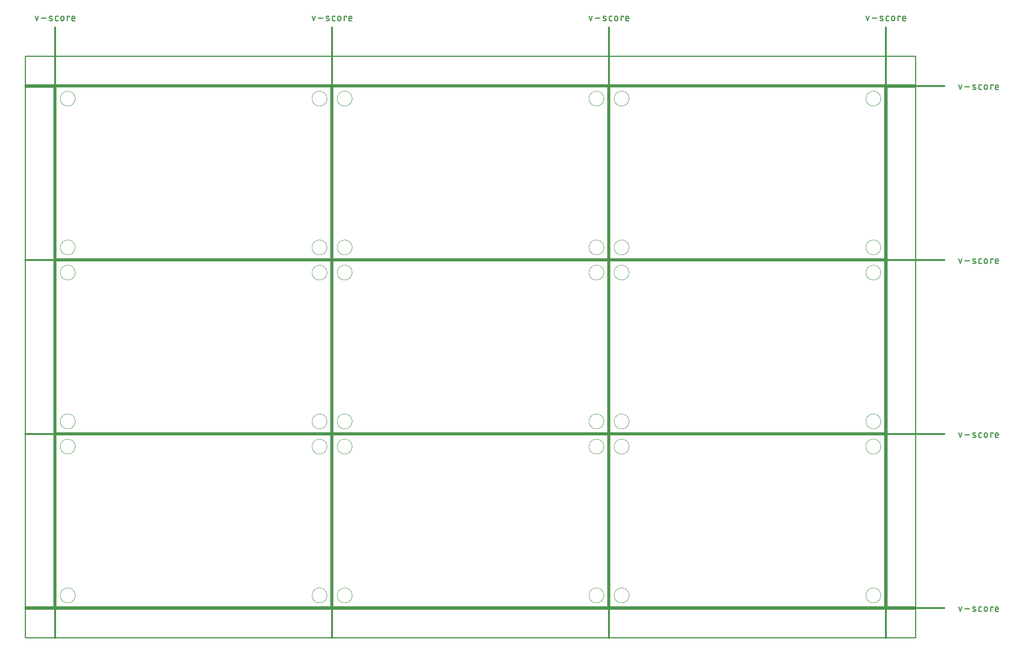
<source format=gko>
G04 EAGLE Gerber RS-274X export*
G75*
%MOMM*%
%FSLAX34Y34*%
%LPD*%
%IN*%
%IPPOS*%
%AMOC8*
5,1,8,0,0,1.08239X$1,22.5*%
G01*
%ADD10C,0.203200*%
%ADD11C,0.381000*%
%ADD12C,0.279400*%
%ADD13C,0.254000*%
%ADD14C,0.000000*%


D10*
X0Y381000D02*
X609600Y381000D01*
X609600Y0D01*
X0Y0D01*
X0Y381000D01*
X614680Y381000D02*
X1224280Y381000D01*
X1224280Y0D01*
X614680Y0D01*
X614680Y381000D01*
X1229360Y381000D02*
X1838960Y381000D01*
X1838960Y0D01*
X1229360Y0D01*
X1229360Y381000D01*
X609600Y767080D02*
X0Y767080D01*
X609600Y767080D02*
X609600Y386080D01*
X0Y386080D01*
X0Y767080D01*
X614680Y767080D02*
X1224280Y767080D01*
X1224280Y386080D01*
X614680Y386080D01*
X614680Y767080D01*
X1229360Y767080D02*
X1838960Y767080D01*
X1838960Y386080D01*
X1229360Y386080D01*
X1229360Y767080D01*
X609600Y1153160D02*
X0Y1153160D01*
X609600Y1153160D02*
X609600Y772160D01*
X0Y772160D01*
X0Y1153160D01*
X614680Y1153160D02*
X1224280Y1153160D01*
X1224280Y772160D01*
X614680Y772160D01*
X614680Y1153160D01*
X1229360Y1153160D02*
X1838960Y1153160D01*
X1838960Y772160D01*
X1229360Y772160D01*
X1229360Y1153160D01*
D11*
X-2540Y1285240D02*
X-2540Y-68580D01*
D12*
X-42921Y1300607D02*
X-46251Y1310598D01*
X-39590Y1310598D02*
X-42921Y1300607D01*
X-32806Y1306435D02*
X-22815Y1306435D01*
X-14261Y1306435D02*
X-10098Y1304770D01*
X-14261Y1306434D02*
X-14346Y1306470D01*
X-14429Y1306510D01*
X-14510Y1306553D01*
X-14590Y1306600D01*
X-14667Y1306650D01*
X-14743Y1306703D01*
X-14816Y1306759D01*
X-14886Y1306819D01*
X-14954Y1306881D01*
X-15019Y1306946D01*
X-15081Y1307014D01*
X-15141Y1307085D01*
X-15197Y1307158D01*
X-15250Y1307233D01*
X-15300Y1307311D01*
X-15346Y1307390D01*
X-15389Y1307472D01*
X-15429Y1307555D01*
X-15465Y1307640D01*
X-15497Y1307726D01*
X-15526Y1307814D01*
X-15550Y1307903D01*
X-15571Y1307993D01*
X-15588Y1308083D01*
X-15602Y1308174D01*
X-15611Y1308266D01*
X-15616Y1308358D01*
X-15618Y1308450D01*
X-15616Y1308542D01*
X-15609Y1308634D01*
X-15599Y1308726D01*
X-15585Y1308817D01*
X-15567Y1308908D01*
X-15545Y1308997D01*
X-15519Y1309086D01*
X-15489Y1309173D01*
X-15456Y1309259D01*
X-15419Y1309343D01*
X-15379Y1309426D01*
X-15335Y1309507D01*
X-15288Y1309586D01*
X-15237Y1309663D01*
X-15183Y1309738D01*
X-15126Y1309811D01*
X-15066Y1309881D01*
X-15003Y1309948D01*
X-14937Y1310012D01*
X-14869Y1310074D01*
X-14798Y1310133D01*
X-14724Y1310188D01*
X-14648Y1310241D01*
X-14570Y1310290D01*
X-14490Y1310336D01*
X-14409Y1310378D01*
X-14325Y1310417D01*
X-14240Y1310452D01*
X-14153Y1310483D01*
X-14065Y1310511D01*
X-13976Y1310535D01*
X-13886Y1310555D01*
X-13796Y1310572D01*
X-13704Y1310584D01*
X-13612Y1310593D01*
X-13520Y1310597D01*
X-13428Y1310598D01*
X-13201Y1310592D01*
X-12974Y1310581D01*
X-12747Y1310564D01*
X-12521Y1310541D01*
X-12295Y1310514D01*
X-12070Y1310480D01*
X-11846Y1310442D01*
X-11623Y1310398D01*
X-11401Y1310349D01*
X-11180Y1310294D01*
X-10961Y1310234D01*
X-10743Y1310169D01*
X-10527Y1310098D01*
X-10313Y1310023D01*
X-10100Y1309942D01*
X-9890Y1309856D01*
X-9681Y1309765D01*
X-10098Y1304770D02*
X-10013Y1304734D01*
X-9930Y1304694D01*
X-9849Y1304651D01*
X-9769Y1304604D01*
X-9692Y1304554D01*
X-9616Y1304501D01*
X-9543Y1304445D01*
X-9473Y1304385D01*
X-9405Y1304323D01*
X-9340Y1304258D01*
X-9278Y1304190D01*
X-9218Y1304119D01*
X-9162Y1304046D01*
X-9109Y1303971D01*
X-9059Y1303893D01*
X-9013Y1303814D01*
X-8970Y1303732D01*
X-8930Y1303649D01*
X-8894Y1303564D01*
X-8862Y1303478D01*
X-8833Y1303390D01*
X-8809Y1303301D01*
X-8788Y1303211D01*
X-8771Y1303121D01*
X-8757Y1303030D01*
X-8748Y1302938D01*
X-8743Y1302846D01*
X-8741Y1302754D01*
X-8743Y1302662D01*
X-8750Y1302570D01*
X-8760Y1302478D01*
X-8774Y1302387D01*
X-8792Y1302296D01*
X-8814Y1302207D01*
X-8840Y1302118D01*
X-8870Y1302031D01*
X-8903Y1301945D01*
X-8940Y1301861D01*
X-8980Y1301778D01*
X-9024Y1301697D01*
X-9071Y1301618D01*
X-9122Y1301541D01*
X-9176Y1301466D01*
X-9233Y1301393D01*
X-9293Y1301323D01*
X-9356Y1301256D01*
X-9422Y1301192D01*
X-9490Y1301130D01*
X-9561Y1301071D01*
X-9635Y1301016D01*
X-9711Y1300963D01*
X-9789Y1300914D01*
X-9869Y1300868D01*
X-9950Y1300826D01*
X-10034Y1300787D01*
X-10119Y1300752D01*
X-10206Y1300721D01*
X-10294Y1300693D01*
X-10383Y1300669D01*
X-10473Y1300649D01*
X-10563Y1300632D01*
X-10655Y1300620D01*
X-10747Y1300611D01*
X-10839Y1300607D01*
X-10931Y1300606D01*
X-10931Y1300607D02*
X-11265Y1300616D01*
X-11598Y1300633D01*
X-11931Y1300657D01*
X-12264Y1300690D01*
X-12595Y1300730D01*
X-12926Y1300778D01*
X-13255Y1300834D01*
X-13583Y1300897D01*
X-13909Y1300969D01*
X-14233Y1301048D01*
X-14556Y1301134D01*
X-14876Y1301229D01*
X-15194Y1301331D01*
X-15510Y1301440D01*
X562Y1300607D02*
X3892Y1300607D01*
X562Y1300607D02*
X464Y1300609D01*
X366Y1300615D01*
X268Y1300624D01*
X171Y1300638D01*
X75Y1300655D01*
X-21Y1300676D01*
X-116Y1300701D01*
X-210Y1300729D01*
X-303Y1300761D01*
X-394Y1300797D01*
X-484Y1300836D01*
X-572Y1300879D01*
X-659Y1300926D01*
X-743Y1300975D01*
X-826Y1301028D01*
X-906Y1301084D01*
X-985Y1301143D01*
X-1060Y1301206D01*
X-1134Y1301271D01*
X-1204Y1301339D01*
X-1272Y1301409D01*
X-1338Y1301483D01*
X-1400Y1301559D01*
X-1459Y1301637D01*
X-1515Y1301717D01*
X-1568Y1301800D01*
X-1618Y1301884D01*
X-1664Y1301971D01*
X-1707Y1302059D01*
X-1746Y1302149D01*
X-1782Y1302240D01*
X-1814Y1302333D01*
X-1842Y1302427D01*
X-1867Y1302522D01*
X-1888Y1302618D01*
X-1905Y1302714D01*
X-1919Y1302811D01*
X-1928Y1302909D01*
X-1934Y1303007D01*
X-1936Y1303105D01*
X-1936Y1308100D01*
X-1934Y1308198D01*
X-1928Y1308296D01*
X-1919Y1308394D01*
X-1905Y1308491D01*
X-1888Y1308587D01*
X-1867Y1308683D01*
X-1842Y1308778D01*
X-1814Y1308872D01*
X-1782Y1308965D01*
X-1746Y1309056D01*
X-1707Y1309146D01*
X-1664Y1309234D01*
X-1617Y1309321D01*
X-1568Y1309405D01*
X-1515Y1309488D01*
X-1459Y1309568D01*
X-1400Y1309646D01*
X-1337Y1309722D01*
X-1272Y1309796D01*
X-1204Y1309866D01*
X-1134Y1309934D01*
X-1060Y1309999D01*
X-984Y1310062D01*
X-906Y1310121D01*
X-826Y1310177D01*
X-743Y1310230D01*
X-659Y1310279D01*
X-572Y1310326D01*
X-484Y1310369D01*
X-394Y1310408D01*
X-303Y1310444D01*
X-210Y1310476D01*
X-116Y1310504D01*
X-21Y1310529D01*
X75Y1310550D01*
X171Y1310567D01*
X268Y1310581D01*
X366Y1310590D01*
X464Y1310596D01*
X562Y1310598D01*
X3892Y1310598D01*
X10022Y1307267D02*
X10022Y1303937D01*
X10022Y1307267D02*
X10024Y1307381D01*
X10030Y1307494D01*
X10039Y1307608D01*
X10053Y1307720D01*
X10070Y1307833D01*
X10092Y1307945D01*
X10117Y1308055D01*
X10145Y1308165D01*
X10178Y1308274D01*
X10214Y1308382D01*
X10254Y1308489D01*
X10298Y1308594D01*
X10345Y1308697D01*
X10395Y1308799D01*
X10449Y1308899D01*
X10507Y1308997D01*
X10568Y1309093D01*
X10631Y1309187D01*
X10699Y1309279D01*
X10769Y1309369D01*
X10842Y1309455D01*
X10918Y1309540D01*
X10997Y1309622D01*
X11079Y1309701D01*
X11164Y1309777D01*
X11250Y1309850D01*
X11340Y1309920D01*
X11432Y1309988D01*
X11526Y1310051D01*
X11622Y1310112D01*
X11720Y1310170D01*
X11820Y1310224D01*
X11922Y1310274D01*
X12025Y1310321D01*
X12130Y1310365D01*
X12237Y1310405D01*
X12345Y1310441D01*
X12454Y1310474D01*
X12564Y1310502D01*
X12674Y1310527D01*
X12786Y1310549D01*
X12899Y1310566D01*
X13011Y1310580D01*
X13125Y1310589D01*
X13238Y1310595D01*
X13352Y1310597D01*
X13466Y1310595D01*
X13579Y1310589D01*
X13693Y1310580D01*
X13805Y1310566D01*
X13918Y1310549D01*
X14030Y1310527D01*
X14140Y1310502D01*
X14250Y1310474D01*
X14359Y1310441D01*
X14467Y1310405D01*
X14574Y1310365D01*
X14679Y1310321D01*
X14782Y1310274D01*
X14884Y1310224D01*
X14984Y1310170D01*
X15082Y1310112D01*
X15178Y1310051D01*
X15272Y1309988D01*
X15364Y1309920D01*
X15454Y1309850D01*
X15540Y1309777D01*
X15625Y1309701D01*
X15707Y1309622D01*
X15786Y1309540D01*
X15862Y1309455D01*
X15935Y1309369D01*
X16005Y1309279D01*
X16073Y1309187D01*
X16136Y1309093D01*
X16197Y1308997D01*
X16255Y1308899D01*
X16309Y1308799D01*
X16359Y1308697D01*
X16406Y1308594D01*
X16450Y1308489D01*
X16490Y1308382D01*
X16526Y1308274D01*
X16559Y1308165D01*
X16587Y1308055D01*
X16612Y1307945D01*
X16634Y1307833D01*
X16651Y1307720D01*
X16665Y1307608D01*
X16674Y1307494D01*
X16680Y1307381D01*
X16682Y1307267D01*
X16682Y1303937D01*
X16680Y1303823D01*
X16674Y1303710D01*
X16665Y1303596D01*
X16651Y1303484D01*
X16634Y1303371D01*
X16612Y1303259D01*
X16587Y1303149D01*
X16559Y1303039D01*
X16526Y1302930D01*
X16490Y1302822D01*
X16450Y1302715D01*
X16406Y1302610D01*
X16359Y1302507D01*
X16309Y1302405D01*
X16255Y1302305D01*
X16197Y1302207D01*
X16136Y1302111D01*
X16073Y1302017D01*
X16005Y1301925D01*
X15935Y1301835D01*
X15862Y1301749D01*
X15786Y1301664D01*
X15707Y1301582D01*
X15625Y1301503D01*
X15540Y1301427D01*
X15454Y1301354D01*
X15364Y1301284D01*
X15272Y1301216D01*
X15178Y1301153D01*
X15082Y1301092D01*
X14984Y1301034D01*
X14884Y1300980D01*
X14782Y1300930D01*
X14679Y1300883D01*
X14574Y1300839D01*
X14467Y1300799D01*
X14359Y1300763D01*
X14250Y1300730D01*
X14140Y1300702D01*
X14030Y1300677D01*
X13918Y1300655D01*
X13805Y1300638D01*
X13693Y1300624D01*
X13579Y1300615D01*
X13466Y1300609D01*
X13352Y1300607D01*
X13238Y1300609D01*
X13125Y1300615D01*
X13011Y1300624D01*
X12899Y1300638D01*
X12786Y1300655D01*
X12674Y1300677D01*
X12564Y1300702D01*
X12454Y1300730D01*
X12345Y1300763D01*
X12237Y1300799D01*
X12130Y1300839D01*
X12025Y1300883D01*
X11922Y1300930D01*
X11820Y1300980D01*
X11720Y1301034D01*
X11622Y1301092D01*
X11526Y1301153D01*
X11432Y1301216D01*
X11340Y1301284D01*
X11250Y1301354D01*
X11164Y1301427D01*
X11079Y1301503D01*
X10997Y1301582D01*
X10918Y1301664D01*
X10842Y1301749D01*
X10769Y1301835D01*
X10699Y1301925D01*
X10631Y1302017D01*
X10568Y1302111D01*
X10507Y1302207D01*
X10449Y1302305D01*
X10395Y1302405D01*
X10345Y1302507D01*
X10298Y1302610D01*
X10254Y1302715D01*
X10214Y1302822D01*
X10178Y1302930D01*
X10145Y1303039D01*
X10117Y1303149D01*
X10092Y1303259D01*
X10070Y1303371D01*
X10053Y1303484D01*
X10039Y1303596D01*
X10030Y1303710D01*
X10024Y1303823D01*
X10022Y1303937D01*
X24218Y1300607D02*
X24218Y1310598D01*
X29213Y1310598D01*
X29213Y1308933D01*
X37008Y1300607D02*
X41171Y1300607D01*
X37008Y1300607D02*
X36910Y1300609D01*
X36812Y1300615D01*
X36714Y1300624D01*
X36617Y1300638D01*
X36521Y1300655D01*
X36425Y1300676D01*
X36330Y1300701D01*
X36236Y1300729D01*
X36143Y1300761D01*
X36052Y1300797D01*
X35962Y1300836D01*
X35874Y1300879D01*
X35787Y1300926D01*
X35703Y1300975D01*
X35620Y1301028D01*
X35540Y1301084D01*
X35462Y1301143D01*
X35386Y1301206D01*
X35312Y1301271D01*
X35242Y1301339D01*
X35174Y1301409D01*
X35109Y1301483D01*
X35046Y1301559D01*
X34987Y1301637D01*
X34931Y1301717D01*
X34878Y1301800D01*
X34829Y1301884D01*
X34782Y1301971D01*
X34739Y1302059D01*
X34700Y1302149D01*
X34664Y1302240D01*
X34632Y1302333D01*
X34604Y1302427D01*
X34579Y1302522D01*
X34558Y1302618D01*
X34541Y1302714D01*
X34527Y1302811D01*
X34518Y1302909D01*
X34512Y1303007D01*
X34510Y1303105D01*
X34510Y1307267D01*
X34511Y1307267D02*
X34513Y1307381D01*
X34519Y1307494D01*
X34528Y1307608D01*
X34542Y1307720D01*
X34559Y1307833D01*
X34581Y1307945D01*
X34606Y1308055D01*
X34634Y1308165D01*
X34667Y1308274D01*
X34703Y1308382D01*
X34743Y1308489D01*
X34787Y1308594D01*
X34834Y1308697D01*
X34884Y1308799D01*
X34938Y1308899D01*
X34996Y1308997D01*
X35057Y1309093D01*
X35120Y1309187D01*
X35188Y1309279D01*
X35258Y1309369D01*
X35331Y1309455D01*
X35407Y1309540D01*
X35486Y1309622D01*
X35568Y1309701D01*
X35653Y1309777D01*
X35739Y1309850D01*
X35829Y1309920D01*
X35921Y1309988D01*
X36015Y1310051D01*
X36111Y1310112D01*
X36209Y1310170D01*
X36309Y1310224D01*
X36411Y1310274D01*
X36514Y1310321D01*
X36619Y1310365D01*
X36726Y1310405D01*
X36834Y1310441D01*
X36943Y1310474D01*
X37053Y1310502D01*
X37163Y1310527D01*
X37275Y1310549D01*
X37388Y1310566D01*
X37500Y1310580D01*
X37614Y1310589D01*
X37727Y1310595D01*
X37841Y1310597D01*
X37955Y1310595D01*
X38068Y1310589D01*
X38182Y1310580D01*
X38294Y1310566D01*
X38407Y1310549D01*
X38519Y1310527D01*
X38629Y1310502D01*
X38739Y1310474D01*
X38848Y1310441D01*
X38956Y1310405D01*
X39063Y1310365D01*
X39168Y1310321D01*
X39271Y1310274D01*
X39373Y1310224D01*
X39473Y1310170D01*
X39571Y1310112D01*
X39667Y1310051D01*
X39761Y1309988D01*
X39853Y1309920D01*
X39943Y1309850D01*
X40029Y1309777D01*
X40114Y1309701D01*
X40196Y1309622D01*
X40275Y1309540D01*
X40351Y1309455D01*
X40424Y1309369D01*
X40494Y1309279D01*
X40562Y1309187D01*
X40625Y1309093D01*
X40686Y1308997D01*
X40744Y1308899D01*
X40798Y1308799D01*
X40848Y1308697D01*
X40895Y1308594D01*
X40939Y1308489D01*
X40979Y1308382D01*
X41015Y1308274D01*
X41048Y1308165D01*
X41076Y1308055D01*
X41101Y1307945D01*
X41123Y1307833D01*
X41140Y1307720D01*
X41154Y1307608D01*
X41163Y1307494D01*
X41169Y1307381D01*
X41171Y1307267D01*
X41171Y1305602D01*
X34510Y1305602D01*
D11*
X612140Y1285240D02*
X612140Y-68580D01*
D12*
X571759Y1300607D02*
X568429Y1310598D01*
X575090Y1310598D02*
X571759Y1300607D01*
X581874Y1306435D02*
X591865Y1306435D01*
X600419Y1306435D02*
X604582Y1304770D01*
X600419Y1306434D02*
X600334Y1306470D01*
X600251Y1306510D01*
X600170Y1306553D01*
X600090Y1306600D01*
X600013Y1306650D01*
X599937Y1306703D01*
X599864Y1306759D01*
X599794Y1306819D01*
X599726Y1306881D01*
X599661Y1306946D01*
X599599Y1307014D01*
X599539Y1307085D01*
X599483Y1307158D01*
X599430Y1307233D01*
X599380Y1307311D01*
X599334Y1307390D01*
X599291Y1307472D01*
X599251Y1307555D01*
X599215Y1307640D01*
X599183Y1307726D01*
X599154Y1307814D01*
X599130Y1307903D01*
X599109Y1307993D01*
X599092Y1308083D01*
X599078Y1308174D01*
X599069Y1308266D01*
X599064Y1308358D01*
X599062Y1308450D01*
X599064Y1308542D01*
X599071Y1308634D01*
X599081Y1308726D01*
X599095Y1308817D01*
X599113Y1308908D01*
X599135Y1308997D01*
X599161Y1309086D01*
X599191Y1309173D01*
X599224Y1309259D01*
X599261Y1309343D01*
X599301Y1309426D01*
X599345Y1309507D01*
X599392Y1309586D01*
X599443Y1309663D01*
X599497Y1309738D01*
X599554Y1309811D01*
X599614Y1309881D01*
X599677Y1309948D01*
X599743Y1310012D01*
X599811Y1310074D01*
X599882Y1310133D01*
X599956Y1310188D01*
X600032Y1310241D01*
X600110Y1310290D01*
X600190Y1310336D01*
X600271Y1310378D01*
X600355Y1310417D01*
X600440Y1310452D01*
X600527Y1310483D01*
X600615Y1310511D01*
X600704Y1310535D01*
X600794Y1310555D01*
X600884Y1310572D01*
X600976Y1310584D01*
X601068Y1310593D01*
X601160Y1310597D01*
X601252Y1310598D01*
X601479Y1310592D01*
X601706Y1310581D01*
X601933Y1310564D01*
X602159Y1310541D01*
X602385Y1310514D01*
X602610Y1310480D01*
X602834Y1310442D01*
X603057Y1310398D01*
X603279Y1310349D01*
X603500Y1310294D01*
X603719Y1310234D01*
X603937Y1310169D01*
X604153Y1310098D01*
X604367Y1310023D01*
X604580Y1309942D01*
X604790Y1309856D01*
X604999Y1309765D01*
X604582Y1304770D02*
X604667Y1304734D01*
X604750Y1304694D01*
X604831Y1304651D01*
X604911Y1304604D01*
X604988Y1304554D01*
X605064Y1304501D01*
X605137Y1304445D01*
X605207Y1304385D01*
X605275Y1304323D01*
X605340Y1304258D01*
X605402Y1304190D01*
X605462Y1304119D01*
X605518Y1304046D01*
X605571Y1303971D01*
X605621Y1303893D01*
X605667Y1303814D01*
X605710Y1303732D01*
X605750Y1303649D01*
X605786Y1303564D01*
X605818Y1303478D01*
X605847Y1303390D01*
X605871Y1303301D01*
X605892Y1303211D01*
X605909Y1303121D01*
X605923Y1303030D01*
X605932Y1302938D01*
X605937Y1302846D01*
X605939Y1302754D01*
X605937Y1302662D01*
X605930Y1302570D01*
X605920Y1302478D01*
X605906Y1302387D01*
X605888Y1302296D01*
X605866Y1302207D01*
X605840Y1302118D01*
X605810Y1302031D01*
X605777Y1301945D01*
X605740Y1301861D01*
X605700Y1301778D01*
X605656Y1301697D01*
X605609Y1301618D01*
X605558Y1301541D01*
X605504Y1301466D01*
X605447Y1301393D01*
X605387Y1301323D01*
X605324Y1301256D01*
X605258Y1301192D01*
X605190Y1301130D01*
X605119Y1301071D01*
X605045Y1301016D01*
X604969Y1300963D01*
X604891Y1300914D01*
X604811Y1300868D01*
X604730Y1300826D01*
X604646Y1300787D01*
X604561Y1300752D01*
X604474Y1300721D01*
X604386Y1300693D01*
X604297Y1300669D01*
X604207Y1300649D01*
X604117Y1300632D01*
X604025Y1300620D01*
X603933Y1300611D01*
X603841Y1300607D01*
X603749Y1300606D01*
X603749Y1300607D02*
X603415Y1300616D01*
X603082Y1300633D01*
X602749Y1300657D01*
X602416Y1300690D01*
X602085Y1300730D01*
X601754Y1300778D01*
X601425Y1300834D01*
X601097Y1300897D01*
X600771Y1300969D01*
X600447Y1301048D01*
X600124Y1301134D01*
X599804Y1301229D01*
X599486Y1301331D01*
X599170Y1301440D01*
X615242Y1300607D02*
X618572Y1300607D01*
X615242Y1300607D02*
X615144Y1300609D01*
X615046Y1300615D01*
X614948Y1300624D01*
X614851Y1300638D01*
X614755Y1300655D01*
X614659Y1300676D01*
X614564Y1300701D01*
X614470Y1300729D01*
X614377Y1300761D01*
X614286Y1300797D01*
X614196Y1300836D01*
X614108Y1300879D01*
X614021Y1300926D01*
X613937Y1300975D01*
X613854Y1301028D01*
X613774Y1301084D01*
X613696Y1301143D01*
X613620Y1301206D01*
X613546Y1301271D01*
X613476Y1301339D01*
X613408Y1301409D01*
X613343Y1301483D01*
X613280Y1301559D01*
X613221Y1301637D01*
X613165Y1301717D01*
X613112Y1301800D01*
X613063Y1301884D01*
X613016Y1301971D01*
X612973Y1302059D01*
X612934Y1302149D01*
X612898Y1302240D01*
X612866Y1302333D01*
X612838Y1302427D01*
X612813Y1302522D01*
X612792Y1302618D01*
X612775Y1302714D01*
X612761Y1302811D01*
X612752Y1302909D01*
X612746Y1303007D01*
X612744Y1303105D01*
X612744Y1308100D01*
X612746Y1308198D01*
X612752Y1308296D01*
X612761Y1308394D01*
X612775Y1308491D01*
X612792Y1308587D01*
X612813Y1308683D01*
X612838Y1308778D01*
X612866Y1308872D01*
X612898Y1308965D01*
X612934Y1309056D01*
X612973Y1309146D01*
X613016Y1309234D01*
X613063Y1309321D01*
X613112Y1309405D01*
X613165Y1309488D01*
X613221Y1309568D01*
X613280Y1309647D01*
X613343Y1309722D01*
X613408Y1309796D01*
X613476Y1309866D01*
X613546Y1309934D01*
X613620Y1310000D01*
X613696Y1310062D01*
X613774Y1310121D01*
X613854Y1310177D01*
X613937Y1310230D01*
X614021Y1310280D01*
X614108Y1310326D01*
X614196Y1310369D01*
X614286Y1310408D01*
X614377Y1310444D01*
X614470Y1310476D01*
X614564Y1310504D01*
X614659Y1310529D01*
X614755Y1310550D01*
X614851Y1310567D01*
X614948Y1310581D01*
X615046Y1310590D01*
X615144Y1310596D01*
X615242Y1310598D01*
X618572Y1310598D01*
X624702Y1307267D02*
X624702Y1303937D01*
X624702Y1307267D02*
X624704Y1307381D01*
X624710Y1307494D01*
X624719Y1307608D01*
X624733Y1307720D01*
X624750Y1307833D01*
X624772Y1307945D01*
X624797Y1308055D01*
X624825Y1308165D01*
X624858Y1308274D01*
X624894Y1308382D01*
X624934Y1308489D01*
X624978Y1308594D01*
X625025Y1308697D01*
X625075Y1308799D01*
X625129Y1308899D01*
X625187Y1308997D01*
X625248Y1309093D01*
X625311Y1309187D01*
X625379Y1309279D01*
X625449Y1309369D01*
X625522Y1309455D01*
X625598Y1309540D01*
X625677Y1309622D01*
X625759Y1309701D01*
X625844Y1309777D01*
X625930Y1309850D01*
X626020Y1309920D01*
X626112Y1309988D01*
X626206Y1310051D01*
X626302Y1310112D01*
X626400Y1310170D01*
X626500Y1310224D01*
X626602Y1310274D01*
X626705Y1310321D01*
X626810Y1310365D01*
X626917Y1310405D01*
X627025Y1310441D01*
X627134Y1310474D01*
X627244Y1310502D01*
X627354Y1310527D01*
X627466Y1310549D01*
X627579Y1310566D01*
X627691Y1310580D01*
X627805Y1310589D01*
X627918Y1310595D01*
X628032Y1310597D01*
X628146Y1310595D01*
X628259Y1310589D01*
X628373Y1310580D01*
X628485Y1310566D01*
X628598Y1310549D01*
X628710Y1310527D01*
X628820Y1310502D01*
X628930Y1310474D01*
X629039Y1310441D01*
X629147Y1310405D01*
X629254Y1310365D01*
X629359Y1310321D01*
X629462Y1310274D01*
X629564Y1310224D01*
X629664Y1310170D01*
X629762Y1310112D01*
X629858Y1310051D01*
X629952Y1309988D01*
X630044Y1309920D01*
X630134Y1309850D01*
X630220Y1309777D01*
X630305Y1309701D01*
X630387Y1309622D01*
X630466Y1309540D01*
X630542Y1309455D01*
X630615Y1309369D01*
X630685Y1309279D01*
X630753Y1309187D01*
X630816Y1309093D01*
X630877Y1308997D01*
X630935Y1308899D01*
X630989Y1308799D01*
X631039Y1308697D01*
X631086Y1308594D01*
X631130Y1308489D01*
X631170Y1308382D01*
X631206Y1308274D01*
X631239Y1308165D01*
X631267Y1308055D01*
X631292Y1307945D01*
X631314Y1307833D01*
X631331Y1307720D01*
X631345Y1307608D01*
X631354Y1307494D01*
X631360Y1307381D01*
X631362Y1307267D01*
X631362Y1303937D01*
X631360Y1303823D01*
X631354Y1303710D01*
X631345Y1303596D01*
X631331Y1303484D01*
X631314Y1303371D01*
X631292Y1303259D01*
X631267Y1303149D01*
X631239Y1303039D01*
X631206Y1302930D01*
X631170Y1302822D01*
X631130Y1302715D01*
X631086Y1302610D01*
X631039Y1302507D01*
X630989Y1302405D01*
X630935Y1302305D01*
X630877Y1302207D01*
X630816Y1302111D01*
X630753Y1302017D01*
X630685Y1301925D01*
X630615Y1301835D01*
X630542Y1301749D01*
X630466Y1301664D01*
X630387Y1301582D01*
X630305Y1301503D01*
X630220Y1301427D01*
X630134Y1301354D01*
X630044Y1301284D01*
X629952Y1301216D01*
X629858Y1301153D01*
X629762Y1301092D01*
X629664Y1301034D01*
X629564Y1300980D01*
X629462Y1300930D01*
X629359Y1300883D01*
X629254Y1300839D01*
X629147Y1300799D01*
X629039Y1300763D01*
X628930Y1300730D01*
X628820Y1300702D01*
X628710Y1300677D01*
X628598Y1300655D01*
X628485Y1300638D01*
X628373Y1300624D01*
X628259Y1300615D01*
X628146Y1300609D01*
X628032Y1300607D01*
X627918Y1300609D01*
X627805Y1300615D01*
X627691Y1300624D01*
X627579Y1300638D01*
X627466Y1300655D01*
X627354Y1300677D01*
X627244Y1300702D01*
X627134Y1300730D01*
X627025Y1300763D01*
X626917Y1300799D01*
X626810Y1300839D01*
X626705Y1300883D01*
X626602Y1300930D01*
X626500Y1300980D01*
X626400Y1301034D01*
X626302Y1301092D01*
X626206Y1301153D01*
X626112Y1301216D01*
X626020Y1301284D01*
X625930Y1301354D01*
X625844Y1301427D01*
X625759Y1301503D01*
X625677Y1301582D01*
X625598Y1301664D01*
X625522Y1301749D01*
X625449Y1301835D01*
X625379Y1301925D01*
X625311Y1302017D01*
X625248Y1302111D01*
X625187Y1302207D01*
X625129Y1302305D01*
X625075Y1302405D01*
X625025Y1302507D01*
X624978Y1302610D01*
X624934Y1302715D01*
X624894Y1302822D01*
X624858Y1302930D01*
X624825Y1303039D01*
X624797Y1303149D01*
X624772Y1303259D01*
X624750Y1303371D01*
X624733Y1303484D01*
X624719Y1303596D01*
X624710Y1303710D01*
X624704Y1303823D01*
X624702Y1303937D01*
X638898Y1300607D02*
X638898Y1310598D01*
X643893Y1310598D01*
X643893Y1308933D01*
X651688Y1300607D02*
X655851Y1300607D01*
X651688Y1300607D02*
X651590Y1300609D01*
X651492Y1300615D01*
X651394Y1300624D01*
X651297Y1300638D01*
X651201Y1300655D01*
X651105Y1300676D01*
X651010Y1300701D01*
X650916Y1300729D01*
X650823Y1300761D01*
X650732Y1300797D01*
X650642Y1300836D01*
X650554Y1300879D01*
X650467Y1300926D01*
X650383Y1300975D01*
X650300Y1301028D01*
X650220Y1301084D01*
X650142Y1301143D01*
X650066Y1301206D01*
X649992Y1301271D01*
X649922Y1301339D01*
X649854Y1301409D01*
X649789Y1301483D01*
X649726Y1301559D01*
X649667Y1301637D01*
X649611Y1301717D01*
X649558Y1301800D01*
X649509Y1301884D01*
X649462Y1301971D01*
X649419Y1302059D01*
X649380Y1302149D01*
X649344Y1302240D01*
X649312Y1302333D01*
X649284Y1302427D01*
X649259Y1302522D01*
X649238Y1302618D01*
X649221Y1302714D01*
X649207Y1302811D01*
X649198Y1302909D01*
X649192Y1303007D01*
X649190Y1303105D01*
X649190Y1307267D01*
X649191Y1307267D02*
X649193Y1307381D01*
X649199Y1307494D01*
X649208Y1307608D01*
X649222Y1307720D01*
X649239Y1307833D01*
X649261Y1307945D01*
X649286Y1308055D01*
X649314Y1308165D01*
X649347Y1308274D01*
X649383Y1308382D01*
X649423Y1308489D01*
X649467Y1308594D01*
X649514Y1308697D01*
X649564Y1308799D01*
X649618Y1308899D01*
X649676Y1308997D01*
X649737Y1309093D01*
X649800Y1309187D01*
X649868Y1309279D01*
X649938Y1309369D01*
X650011Y1309455D01*
X650087Y1309540D01*
X650166Y1309622D01*
X650248Y1309701D01*
X650333Y1309777D01*
X650419Y1309850D01*
X650509Y1309920D01*
X650601Y1309988D01*
X650695Y1310051D01*
X650791Y1310112D01*
X650889Y1310170D01*
X650989Y1310224D01*
X651091Y1310274D01*
X651194Y1310321D01*
X651299Y1310365D01*
X651406Y1310405D01*
X651514Y1310441D01*
X651623Y1310474D01*
X651733Y1310502D01*
X651843Y1310527D01*
X651955Y1310549D01*
X652068Y1310566D01*
X652180Y1310580D01*
X652294Y1310589D01*
X652407Y1310595D01*
X652521Y1310597D01*
X652635Y1310595D01*
X652748Y1310589D01*
X652862Y1310580D01*
X652974Y1310566D01*
X653087Y1310549D01*
X653199Y1310527D01*
X653309Y1310502D01*
X653419Y1310474D01*
X653528Y1310441D01*
X653636Y1310405D01*
X653743Y1310365D01*
X653848Y1310321D01*
X653951Y1310274D01*
X654053Y1310224D01*
X654153Y1310170D01*
X654251Y1310112D01*
X654347Y1310051D01*
X654441Y1309988D01*
X654533Y1309920D01*
X654623Y1309850D01*
X654709Y1309777D01*
X654794Y1309701D01*
X654876Y1309622D01*
X654955Y1309540D01*
X655031Y1309455D01*
X655104Y1309369D01*
X655174Y1309279D01*
X655242Y1309187D01*
X655305Y1309093D01*
X655366Y1308997D01*
X655424Y1308899D01*
X655478Y1308799D01*
X655528Y1308697D01*
X655575Y1308594D01*
X655619Y1308489D01*
X655659Y1308382D01*
X655695Y1308274D01*
X655728Y1308165D01*
X655756Y1308055D01*
X655781Y1307945D01*
X655803Y1307833D01*
X655820Y1307720D01*
X655834Y1307608D01*
X655843Y1307494D01*
X655849Y1307381D01*
X655851Y1307267D01*
X655851Y1305602D01*
X649190Y1305602D01*
D11*
X1226820Y1285240D02*
X1226820Y-68580D01*
D12*
X1186439Y1300607D02*
X1183109Y1310598D01*
X1189770Y1310598D02*
X1186439Y1300607D01*
X1196554Y1306435D02*
X1206545Y1306435D01*
X1215099Y1306435D02*
X1219262Y1304770D01*
X1215099Y1306434D02*
X1215014Y1306470D01*
X1214931Y1306510D01*
X1214850Y1306553D01*
X1214770Y1306600D01*
X1214693Y1306650D01*
X1214617Y1306703D01*
X1214544Y1306759D01*
X1214474Y1306819D01*
X1214406Y1306881D01*
X1214341Y1306946D01*
X1214279Y1307014D01*
X1214219Y1307085D01*
X1214163Y1307158D01*
X1214110Y1307233D01*
X1214060Y1307311D01*
X1214014Y1307390D01*
X1213971Y1307472D01*
X1213931Y1307555D01*
X1213895Y1307640D01*
X1213863Y1307726D01*
X1213834Y1307814D01*
X1213810Y1307903D01*
X1213789Y1307993D01*
X1213772Y1308083D01*
X1213758Y1308174D01*
X1213749Y1308266D01*
X1213744Y1308358D01*
X1213742Y1308450D01*
X1213744Y1308542D01*
X1213751Y1308634D01*
X1213761Y1308726D01*
X1213775Y1308817D01*
X1213793Y1308908D01*
X1213815Y1308997D01*
X1213841Y1309086D01*
X1213871Y1309173D01*
X1213904Y1309259D01*
X1213941Y1309343D01*
X1213981Y1309426D01*
X1214025Y1309507D01*
X1214072Y1309586D01*
X1214123Y1309663D01*
X1214177Y1309738D01*
X1214234Y1309811D01*
X1214294Y1309881D01*
X1214357Y1309948D01*
X1214423Y1310012D01*
X1214491Y1310074D01*
X1214562Y1310133D01*
X1214636Y1310188D01*
X1214712Y1310241D01*
X1214790Y1310290D01*
X1214870Y1310336D01*
X1214951Y1310378D01*
X1215035Y1310417D01*
X1215120Y1310452D01*
X1215207Y1310483D01*
X1215295Y1310511D01*
X1215384Y1310535D01*
X1215474Y1310555D01*
X1215564Y1310572D01*
X1215656Y1310584D01*
X1215748Y1310593D01*
X1215840Y1310597D01*
X1215932Y1310598D01*
X1216159Y1310592D01*
X1216386Y1310581D01*
X1216613Y1310564D01*
X1216839Y1310541D01*
X1217065Y1310514D01*
X1217290Y1310480D01*
X1217514Y1310442D01*
X1217737Y1310398D01*
X1217959Y1310349D01*
X1218180Y1310294D01*
X1218399Y1310234D01*
X1218617Y1310169D01*
X1218833Y1310098D01*
X1219047Y1310023D01*
X1219260Y1309942D01*
X1219470Y1309856D01*
X1219679Y1309765D01*
X1219262Y1304770D02*
X1219347Y1304734D01*
X1219430Y1304694D01*
X1219511Y1304651D01*
X1219591Y1304604D01*
X1219668Y1304554D01*
X1219744Y1304501D01*
X1219817Y1304445D01*
X1219887Y1304385D01*
X1219955Y1304323D01*
X1220020Y1304258D01*
X1220082Y1304190D01*
X1220142Y1304119D01*
X1220198Y1304046D01*
X1220251Y1303971D01*
X1220301Y1303893D01*
X1220347Y1303814D01*
X1220390Y1303732D01*
X1220430Y1303649D01*
X1220466Y1303564D01*
X1220498Y1303478D01*
X1220527Y1303390D01*
X1220551Y1303301D01*
X1220572Y1303211D01*
X1220589Y1303121D01*
X1220603Y1303030D01*
X1220612Y1302938D01*
X1220617Y1302846D01*
X1220619Y1302754D01*
X1220617Y1302662D01*
X1220610Y1302570D01*
X1220600Y1302478D01*
X1220586Y1302387D01*
X1220568Y1302296D01*
X1220546Y1302207D01*
X1220520Y1302118D01*
X1220490Y1302031D01*
X1220457Y1301945D01*
X1220420Y1301861D01*
X1220380Y1301778D01*
X1220336Y1301697D01*
X1220289Y1301618D01*
X1220238Y1301541D01*
X1220184Y1301466D01*
X1220127Y1301393D01*
X1220067Y1301323D01*
X1220004Y1301256D01*
X1219938Y1301192D01*
X1219870Y1301130D01*
X1219799Y1301071D01*
X1219725Y1301016D01*
X1219649Y1300963D01*
X1219571Y1300914D01*
X1219491Y1300868D01*
X1219410Y1300826D01*
X1219326Y1300787D01*
X1219241Y1300752D01*
X1219154Y1300721D01*
X1219066Y1300693D01*
X1218977Y1300669D01*
X1218887Y1300649D01*
X1218797Y1300632D01*
X1218705Y1300620D01*
X1218613Y1300611D01*
X1218521Y1300607D01*
X1218429Y1300606D01*
X1218429Y1300607D02*
X1218095Y1300616D01*
X1217762Y1300633D01*
X1217429Y1300657D01*
X1217096Y1300690D01*
X1216765Y1300730D01*
X1216434Y1300778D01*
X1216105Y1300834D01*
X1215777Y1300897D01*
X1215451Y1300969D01*
X1215127Y1301048D01*
X1214804Y1301134D01*
X1214484Y1301229D01*
X1214166Y1301331D01*
X1213850Y1301440D01*
X1229922Y1300607D02*
X1233252Y1300607D01*
X1229922Y1300607D02*
X1229824Y1300609D01*
X1229726Y1300615D01*
X1229628Y1300624D01*
X1229531Y1300638D01*
X1229435Y1300655D01*
X1229339Y1300676D01*
X1229244Y1300701D01*
X1229150Y1300729D01*
X1229057Y1300761D01*
X1228966Y1300797D01*
X1228876Y1300836D01*
X1228788Y1300879D01*
X1228701Y1300926D01*
X1228617Y1300975D01*
X1228534Y1301028D01*
X1228454Y1301084D01*
X1228376Y1301143D01*
X1228300Y1301206D01*
X1228226Y1301271D01*
X1228156Y1301339D01*
X1228088Y1301409D01*
X1228023Y1301483D01*
X1227960Y1301559D01*
X1227901Y1301637D01*
X1227845Y1301717D01*
X1227792Y1301800D01*
X1227743Y1301884D01*
X1227696Y1301971D01*
X1227653Y1302059D01*
X1227614Y1302149D01*
X1227578Y1302240D01*
X1227546Y1302333D01*
X1227518Y1302427D01*
X1227493Y1302522D01*
X1227472Y1302618D01*
X1227455Y1302714D01*
X1227441Y1302811D01*
X1227432Y1302909D01*
X1227426Y1303007D01*
X1227424Y1303105D01*
X1227424Y1308100D01*
X1227426Y1308198D01*
X1227432Y1308296D01*
X1227441Y1308394D01*
X1227455Y1308491D01*
X1227472Y1308587D01*
X1227493Y1308683D01*
X1227518Y1308778D01*
X1227546Y1308872D01*
X1227578Y1308965D01*
X1227614Y1309056D01*
X1227653Y1309146D01*
X1227696Y1309234D01*
X1227743Y1309321D01*
X1227792Y1309405D01*
X1227845Y1309488D01*
X1227901Y1309568D01*
X1227960Y1309647D01*
X1228023Y1309722D01*
X1228088Y1309796D01*
X1228156Y1309866D01*
X1228226Y1309934D01*
X1228300Y1310000D01*
X1228376Y1310062D01*
X1228454Y1310121D01*
X1228534Y1310177D01*
X1228617Y1310230D01*
X1228701Y1310280D01*
X1228788Y1310326D01*
X1228876Y1310369D01*
X1228966Y1310408D01*
X1229057Y1310444D01*
X1229150Y1310476D01*
X1229244Y1310504D01*
X1229339Y1310529D01*
X1229435Y1310550D01*
X1229531Y1310567D01*
X1229628Y1310581D01*
X1229726Y1310590D01*
X1229824Y1310596D01*
X1229922Y1310598D01*
X1233252Y1310598D01*
X1239382Y1307267D02*
X1239382Y1303937D01*
X1239382Y1307267D02*
X1239384Y1307381D01*
X1239390Y1307494D01*
X1239399Y1307608D01*
X1239413Y1307720D01*
X1239430Y1307833D01*
X1239452Y1307945D01*
X1239477Y1308055D01*
X1239505Y1308165D01*
X1239538Y1308274D01*
X1239574Y1308382D01*
X1239614Y1308489D01*
X1239658Y1308594D01*
X1239705Y1308697D01*
X1239755Y1308799D01*
X1239809Y1308899D01*
X1239867Y1308997D01*
X1239928Y1309093D01*
X1239991Y1309187D01*
X1240059Y1309279D01*
X1240129Y1309369D01*
X1240202Y1309455D01*
X1240278Y1309540D01*
X1240357Y1309622D01*
X1240439Y1309701D01*
X1240524Y1309777D01*
X1240610Y1309850D01*
X1240700Y1309920D01*
X1240792Y1309988D01*
X1240886Y1310051D01*
X1240982Y1310112D01*
X1241080Y1310170D01*
X1241180Y1310224D01*
X1241282Y1310274D01*
X1241385Y1310321D01*
X1241490Y1310365D01*
X1241597Y1310405D01*
X1241705Y1310441D01*
X1241814Y1310474D01*
X1241924Y1310502D01*
X1242034Y1310527D01*
X1242146Y1310549D01*
X1242259Y1310566D01*
X1242371Y1310580D01*
X1242485Y1310589D01*
X1242598Y1310595D01*
X1242712Y1310597D01*
X1242826Y1310595D01*
X1242939Y1310589D01*
X1243053Y1310580D01*
X1243165Y1310566D01*
X1243278Y1310549D01*
X1243390Y1310527D01*
X1243500Y1310502D01*
X1243610Y1310474D01*
X1243719Y1310441D01*
X1243827Y1310405D01*
X1243934Y1310365D01*
X1244039Y1310321D01*
X1244142Y1310274D01*
X1244244Y1310224D01*
X1244344Y1310170D01*
X1244442Y1310112D01*
X1244538Y1310051D01*
X1244632Y1309988D01*
X1244724Y1309920D01*
X1244814Y1309850D01*
X1244900Y1309777D01*
X1244985Y1309701D01*
X1245067Y1309622D01*
X1245146Y1309540D01*
X1245222Y1309455D01*
X1245295Y1309369D01*
X1245365Y1309279D01*
X1245433Y1309187D01*
X1245496Y1309093D01*
X1245557Y1308997D01*
X1245615Y1308899D01*
X1245669Y1308799D01*
X1245719Y1308697D01*
X1245766Y1308594D01*
X1245810Y1308489D01*
X1245850Y1308382D01*
X1245886Y1308274D01*
X1245919Y1308165D01*
X1245947Y1308055D01*
X1245972Y1307945D01*
X1245994Y1307833D01*
X1246011Y1307720D01*
X1246025Y1307608D01*
X1246034Y1307494D01*
X1246040Y1307381D01*
X1246042Y1307267D01*
X1246042Y1303937D01*
X1246040Y1303823D01*
X1246034Y1303710D01*
X1246025Y1303596D01*
X1246011Y1303484D01*
X1245994Y1303371D01*
X1245972Y1303259D01*
X1245947Y1303149D01*
X1245919Y1303039D01*
X1245886Y1302930D01*
X1245850Y1302822D01*
X1245810Y1302715D01*
X1245766Y1302610D01*
X1245719Y1302507D01*
X1245669Y1302405D01*
X1245615Y1302305D01*
X1245557Y1302207D01*
X1245496Y1302111D01*
X1245433Y1302017D01*
X1245365Y1301925D01*
X1245295Y1301835D01*
X1245222Y1301749D01*
X1245146Y1301664D01*
X1245067Y1301582D01*
X1244985Y1301503D01*
X1244900Y1301427D01*
X1244814Y1301354D01*
X1244724Y1301284D01*
X1244632Y1301216D01*
X1244538Y1301153D01*
X1244442Y1301092D01*
X1244344Y1301034D01*
X1244244Y1300980D01*
X1244142Y1300930D01*
X1244039Y1300883D01*
X1243934Y1300839D01*
X1243827Y1300799D01*
X1243719Y1300763D01*
X1243610Y1300730D01*
X1243500Y1300702D01*
X1243390Y1300677D01*
X1243278Y1300655D01*
X1243165Y1300638D01*
X1243053Y1300624D01*
X1242939Y1300615D01*
X1242826Y1300609D01*
X1242712Y1300607D01*
X1242598Y1300609D01*
X1242485Y1300615D01*
X1242371Y1300624D01*
X1242259Y1300638D01*
X1242146Y1300655D01*
X1242034Y1300677D01*
X1241924Y1300702D01*
X1241814Y1300730D01*
X1241705Y1300763D01*
X1241597Y1300799D01*
X1241490Y1300839D01*
X1241385Y1300883D01*
X1241282Y1300930D01*
X1241180Y1300980D01*
X1241080Y1301034D01*
X1240982Y1301092D01*
X1240886Y1301153D01*
X1240792Y1301216D01*
X1240700Y1301284D01*
X1240610Y1301354D01*
X1240524Y1301427D01*
X1240439Y1301503D01*
X1240357Y1301582D01*
X1240278Y1301664D01*
X1240202Y1301749D01*
X1240129Y1301835D01*
X1240059Y1301925D01*
X1239991Y1302017D01*
X1239928Y1302111D01*
X1239867Y1302207D01*
X1239809Y1302305D01*
X1239755Y1302405D01*
X1239705Y1302507D01*
X1239658Y1302610D01*
X1239614Y1302715D01*
X1239574Y1302822D01*
X1239538Y1302930D01*
X1239505Y1303039D01*
X1239477Y1303149D01*
X1239452Y1303259D01*
X1239430Y1303371D01*
X1239413Y1303484D01*
X1239399Y1303596D01*
X1239390Y1303710D01*
X1239384Y1303823D01*
X1239382Y1303937D01*
X1253578Y1300607D02*
X1253578Y1310598D01*
X1258573Y1310598D01*
X1258573Y1308933D01*
X1266368Y1300607D02*
X1270531Y1300607D01*
X1266368Y1300607D02*
X1266270Y1300609D01*
X1266172Y1300615D01*
X1266074Y1300624D01*
X1265977Y1300638D01*
X1265881Y1300655D01*
X1265785Y1300676D01*
X1265690Y1300701D01*
X1265596Y1300729D01*
X1265503Y1300761D01*
X1265412Y1300797D01*
X1265322Y1300836D01*
X1265234Y1300879D01*
X1265147Y1300926D01*
X1265063Y1300975D01*
X1264980Y1301028D01*
X1264900Y1301084D01*
X1264822Y1301143D01*
X1264746Y1301206D01*
X1264672Y1301271D01*
X1264602Y1301339D01*
X1264534Y1301409D01*
X1264469Y1301483D01*
X1264406Y1301559D01*
X1264347Y1301637D01*
X1264291Y1301717D01*
X1264238Y1301800D01*
X1264189Y1301884D01*
X1264142Y1301971D01*
X1264099Y1302059D01*
X1264060Y1302149D01*
X1264024Y1302240D01*
X1263992Y1302333D01*
X1263964Y1302427D01*
X1263939Y1302522D01*
X1263918Y1302618D01*
X1263901Y1302714D01*
X1263887Y1302811D01*
X1263878Y1302909D01*
X1263872Y1303007D01*
X1263870Y1303105D01*
X1263870Y1307267D01*
X1263871Y1307267D02*
X1263873Y1307381D01*
X1263879Y1307494D01*
X1263888Y1307608D01*
X1263902Y1307720D01*
X1263919Y1307833D01*
X1263941Y1307945D01*
X1263966Y1308055D01*
X1263994Y1308165D01*
X1264027Y1308274D01*
X1264063Y1308382D01*
X1264103Y1308489D01*
X1264147Y1308594D01*
X1264194Y1308697D01*
X1264244Y1308799D01*
X1264298Y1308899D01*
X1264356Y1308997D01*
X1264417Y1309093D01*
X1264480Y1309187D01*
X1264548Y1309279D01*
X1264618Y1309369D01*
X1264691Y1309455D01*
X1264767Y1309540D01*
X1264846Y1309622D01*
X1264928Y1309701D01*
X1265013Y1309777D01*
X1265099Y1309850D01*
X1265189Y1309920D01*
X1265281Y1309988D01*
X1265375Y1310051D01*
X1265471Y1310112D01*
X1265569Y1310170D01*
X1265669Y1310224D01*
X1265771Y1310274D01*
X1265874Y1310321D01*
X1265979Y1310365D01*
X1266086Y1310405D01*
X1266194Y1310441D01*
X1266303Y1310474D01*
X1266413Y1310502D01*
X1266523Y1310527D01*
X1266635Y1310549D01*
X1266748Y1310566D01*
X1266860Y1310580D01*
X1266974Y1310589D01*
X1267087Y1310595D01*
X1267201Y1310597D01*
X1267315Y1310595D01*
X1267428Y1310589D01*
X1267542Y1310580D01*
X1267654Y1310566D01*
X1267767Y1310549D01*
X1267879Y1310527D01*
X1267989Y1310502D01*
X1268099Y1310474D01*
X1268208Y1310441D01*
X1268316Y1310405D01*
X1268423Y1310365D01*
X1268528Y1310321D01*
X1268631Y1310274D01*
X1268733Y1310224D01*
X1268833Y1310170D01*
X1268931Y1310112D01*
X1269027Y1310051D01*
X1269121Y1309988D01*
X1269213Y1309920D01*
X1269303Y1309850D01*
X1269389Y1309777D01*
X1269474Y1309701D01*
X1269556Y1309622D01*
X1269635Y1309540D01*
X1269711Y1309455D01*
X1269784Y1309369D01*
X1269854Y1309279D01*
X1269922Y1309187D01*
X1269985Y1309093D01*
X1270046Y1308997D01*
X1270104Y1308899D01*
X1270158Y1308799D01*
X1270208Y1308697D01*
X1270255Y1308594D01*
X1270299Y1308489D01*
X1270339Y1308382D01*
X1270375Y1308274D01*
X1270408Y1308165D01*
X1270436Y1308055D01*
X1270461Y1307945D01*
X1270483Y1307833D01*
X1270500Y1307720D01*
X1270514Y1307608D01*
X1270523Y1307494D01*
X1270529Y1307381D01*
X1270531Y1307267D01*
X1270531Y1305602D01*
X1263870Y1305602D01*
D11*
X1841500Y1285240D02*
X1841500Y-68580D01*
D12*
X1801119Y1300607D02*
X1797789Y1310598D01*
X1804450Y1310598D02*
X1801119Y1300607D01*
X1811234Y1306435D02*
X1821225Y1306435D01*
X1829779Y1306435D02*
X1833942Y1304770D01*
X1829779Y1306434D02*
X1829694Y1306470D01*
X1829611Y1306510D01*
X1829530Y1306553D01*
X1829450Y1306600D01*
X1829373Y1306650D01*
X1829297Y1306703D01*
X1829224Y1306759D01*
X1829154Y1306819D01*
X1829086Y1306881D01*
X1829021Y1306946D01*
X1828959Y1307014D01*
X1828899Y1307085D01*
X1828843Y1307158D01*
X1828790Y1307233D01*
X1828740Y1307311D01*
X1828694Y1307390D01*
X1828651Y1307472D01*
X1828611Y1307555D01*
X1828575Y1307640D01*
X1828543Y1307726D01*
X1828514Y1307814D01*
X1828490Y1307903D01*
X1828469Y1307993D01*
X1828452Y1308083D01*
X1828438Y1308174D01*
X1828429Y1308266D01*
X1828424Y1308358D01*
X1828422Y1308450D01*
X1828424Y1308542D01*
X1828431Y1308634D01*
X1828441Y1308726D01*
X1828455Y1308817D01*
X1828473Y1308908D01*
X1828495Y1308997D01*
X1828521Y1309086D01*
X1828551Y1309173D01*
X1828584Y1309259D01*
X1828621Y1309343D01*
X1828661Y1309426D01*
X1828705Y1309507D01*
X1828752Y1309586D01*
X1828803Y1309663D01*
X1828857Y1309738D01*
X1828914Y1309811D01*
X1828974Y1309881D01*
X1829037Y1309948D01*
X1829103Y1310012D01*
X1829171Y1310074D01*
X1829242Y1310133D01*
X1829316Y1310188D01*
X1829392Y1310241D01*
X1829470Y1310290D01*
X1829550Y1310336D01*
X1829631Y1310378D01*
X1829715Y1310417D01*
X1829800Y1310452D01*
X1829887Y1310483D01*
X1829975Y1310511D01*
X1830064Y1310535D01*
X1830154Y1310555D01*
X1830244Y1310572D01*
X1830336Y1310584D01*
X1830428Y1310593D01*
X1830520Y1310597D01*
X1830612Y1310598D01*
X1830839Y1310592D01*
X1831066Y1310581D01*
X1831293Y1310564D01*
X1831519Y1310541D01*
X1831745Y1310514D01*
X1831970Y1310480D01*
X1832194Y1310442D01*
X1832417Y1310398D01*
X1832639Y1310349D01*
X1832860Y1310294D01*
X1833079Y1310234D01*
X1833297Y1310169D01*
X1833513Y1310098D01*
X1833727Y1310023D01*
X1833940Y1309942D01*
X1834150Y1309856D01*
X1834359Y1309765D01*
X1833942Y1304770D02*
X1834027Y1304734D01*
X1834110Y1304694D01*
X1834191Y1304651D01*
X1834271Y1304604D01*
X1834348Y1304554D01*
X1834424Y1304501D01*
X1834497Y1304445D01*
X1834567Y1304385D01*
X1834635Y1304323D01*
X1834700Y1304258D01*
X1834762Y1304190D01*
X1834822Y1304119D01*
X1834878Y1304046D01*
X1834931Y1303971D01*
X1834981Y1303893D01*
X1835027Y1303814D01*
X1835070Y1303732D01*
X1835110Y1303649D01*
X1835146Y1303564D01*
X1835178Y1303478D01*
X1835207Y1303390D01*
X1835231Y1303301D01*
X1835252Y1303211D01*
X1835269Y1303121D01*
X1835283Y1303030D01*
X1835292Y1302938D01*
X1835297Y1302846D01*
X1835299Y1302754D01*
X1835297Y1302662D01*
X1835290Y1302570D01*
X1835280Y1302478D01*
X1835266Y1302387D01*
X1835248Y1302296D01*
X1835226Y1302207D01*
X1835200Y1302118D01*
X1835170Y1302031D01*
X1835137Y1301945D01*
X1835100Y1301861D01*
X1835060Y1301778D01*
X1835016Y1301697D01*
X1834969Y1301618D01*
X1834918Y1301541D01*
X1834864Y1301466D01*
X1834807Y1301393D01*
X1834747Y1301323D01*
X1834684Y1301256D01*
X1834618Y1301192D01*
X1834550Y1301130D01*
X1834479Y1301071D01*
X1834405Y1301016D01*
X1834329Y1300963D01*
X1834251Y1300914D01*
X1834171Y1300868D01*
X1834090Y1300826D01*
X1834006Y1300787D01*
X1833921Y1300752D01*
X1833834Y1300721D01*
X1833746Y1300693D01*
X1833657Y1300669D01*
X1833567Y1300649D01*
X1833477Y1300632D01*
X1833385Y1300620D01*
X1833293Y1300611D01*
X1833201Y1300607D01*
X1833109Y1300606D01*
X1833109Y1300607D02*
X1832775Y1300616D01*
X1832442Y1300633D01*
X1832109Y1300657D01*
X1831776Y1300690D01*
X1831445Y1300730D01*
X1831114Y1300778D01*
X1830785Y1300834D01*
X1830457Y1300897D01*
X1830131Y1300969D01*
X1829807Y1301048D01*
X1829484Y1301134D01*
X1829164Y1301229D01*
X1828846Y1301331D01*
X1828530Y1301440D01*
X1844602Y1300607D02*
X1847932Y1300607D01*
X1844602Y1300607D02*
X1844504Y1300609D01*
X1844406Y1300615D01*
X1844308Y1300624D01*
X1844211Y1300638D01*
X1844115Y1300655D01*
X1844019Y1300676D01*
X1843924Y1300701D01*
X1843830Y1300729D01*
X1843737Y1300761D01*
X1843646Y1300797D01*
X1843556Y1300836D01*
X1843468Y1300879D01*
X1843381Y1300926D01*
X1843297Y1300975D01*
X1843214Y1301028D01*
X1843134Y1301084D01*
X1843056Y1301143D01*
X1842980Y1301206D01*
X1842906Y1301271D01*
X1842836Y1301339D01*
X1842768Y1301409D01*
X1842703Y1301483D01*
X1842640Y1301559D01*
X1842581Y1301637D01*
X1842525Y1301717D01*
X1842472Y1301800D01*
X1842423Y1301884D01*
X1842376Y1301971D01*
X1842333Y1302059D01*
X1842294Y1302149D01*
X1842258Y1302240D01*
X1842226Y1302333D01*
X1842198Y1302427D01*
X1842173Y1302522D01*
X1842152Y1302618D01*
X1842135Y1302714D01*
X1842121Y1302811D01*
X1842112Y1302909D01*
X1842106Y1303007D01*
X1842104Y1303105D01*
X1842104Y1308100D01*
X1842106Y1308198D01*
X1842112Y1308296D01*
X1842121Y1308394D01*
X1842135Y1308491D01*
X1842152Y1308587D01*
X1842173Y1308683D01*
X1842198Y1308778D01*
X1842226Y1308872D01*
X1842258Y1308965D01*
X1842294Y1309056D01*
X1842333Y1309146D01*
X1842376Y1309234D01*
X1842423Y1309321D01*
X1842472Y1309405D01*
X1842525Y1309488D01*
X1842581Y1309568D01*
X1842640Y1309647D01*
X1842703Y1309722D01*
X1842768Y1309796D01*
X1842836Y1309866D01*
X1842906Y1309934D01*
X1842980Y1310000D01*
X1843056Y1310062D01*
X1843134Y1310121D01*
X1843214Y1310177D01*
X1843297Y1310230D01*
X1843381Y1310280D01*
X1843468Y1310326D01*
X1843556Y1310369D01*
X1843646Y1310408D01*
X1843737Y1310444D01*
X1843830Y1310476D01*
X1843924Y1310504D01*
X1844019Y1310529D01*
X1844115Y1310550D01*
X1844211Y1310567D01*
X1844308Y1310581D01*
X1844406Y1310590D01*
X1844504Y1310596D01*
X1844602Y1310598D01*
X1847932Y1310598D01*
X1854062Y1307267D02*
X1854062Y1303937D01*
X1854062Y1307267D02*
X1854064Y1307381D01*
X1854070Y1307494D01*
X1854079Y1307608D01*
X1854093Y1307720D01*
X1854110Y1307833D01*
X1854132Y1307945D01*
X1854157Y1308055D01*
X1854185Y1308165D01*
X1854218Y1308274D01*
X1854254Y1308382D01*
X1854294Y1308489D01*
X1854338Y1308594D01*
X1854385Y1308697D01*
X1854435Y1308799D01*
X1854489Y1308899D01*
X1854547Y1308997D01*
X1854608Y1309093D01*
X1854671Y1309187D01*
X1854739Y1309279D01*
X1854809Y1309369D01*
X1854882Y1309455D01*
X1854958Y1309540D01*
X1855037Y1309622D01*
X1855119Y1309701D01*
X1855204Y1309777D01*
X1855290Y1309850D01*
X1855380Y1309920D01*
X1855472Y1309988D01*
X1855566Y1310051D01*
X1855662Y1310112D01*
X1855760Y1310170D01*
X1855860Y1310224D01*
X1855962Y1310274D01*
X1856065Y1310321D01*
X1856170Y1310365D01*
X1856277Y1310405D01*
X1856385Y1310441D01*
X1856494Y1310474D01*
X1856604Y1310502D01*
X1856714Y1310527D01*
X1856826Y1310549D01*
X1856939Y1310566D01*
X1857051Y1310580D01*
X1857165Y1310589D01*
X1857278Y1310595D01*
X1857392Y1310597D01*
X1857506Y1310595D01*
X1857619Y1310589D01*
X1857733Y1310580D01*
X1857845Y1310566D01*
X1857958Y1310549D01*
X1858070Y1310527D01*
X1858180Y1310502D01*
X1858290Y1310474D01*
X1858399Y1310441D01*
X1858507Y1310405D01*
X1858614Y1310365D01*
X1858719Y1310321D01*
X1858822Y1310274D01*
X1858924Y1310224D01*
X1859024Y1310170D01*
X1859122Y1310112D01*
X1859218Y1310051D01*
X1859312Y1309988D01*
X1859404Y1309920D01*
X1859494Y1309850D01*
X1859580Y1309777D01*
X1859665Y1309701D01*
X1859747Y1309622D01*
X1859826Y1309540D01*
X1859902Y1309455D01*
X1859975Y1309369D01*
X1860045Y1309279D01*
X1860113Y1309187D01*
X1860176Y1309093D01*
X1860237Y1308997D01*
X1860295Y1308899D01*
X1860349Y1308799D01*
X1860399Y1308697D01*
X1860446Y1308594D01*
X1860490Y1308489D01*
X1860530Y1308382D01*
X1860566Y1308274D01*
X1860599Y1308165D01*
X1860627Y1308055D01*
X1860652Y1307945D01*
X1860674Y1307833D01*
X1860691Y1307720D01*
X1860705Y1307608D01*
X1860714Y1307494D01*
X1860720Y1307381D01*
X1860722Y1307267D01*
X1860722Y1303937D01*
X1860720Y1303823D01*
X1860714Y1303710D01*
X1860705Y1303596D01*
X1860691Y1303484D01*
X1860674Y1303371D01*
X1860652Y1303259D01*
X1860627Y1303149D01*
X1860599Y1303039D01*
X1860566Y1302930D01*
X1860530Y1302822D01*
X1860490Y1302715D01*
X1860446Y1302610D01*
X1860399Y1302507D01*
X1860349Y1302405D01*
X1860295Y1302305D01*
X1860237Y1302207D01*
X1860176Y1302111D01*
X1860113Y1302017D01*
X1860045Y1301925D01*
X1859975Y1301835D01*
X1859902Y1301749D01*
X1859826Y1301664D01*
X1859747Y1301582D01*
X1859665Y1301503D01*
X1859580Y1301427D01*
X1859494Y1301354D01*
X1859404Y1301284D01*
X1859312Y1301216D01*
X1859218Y1301153D01*
X1859122Y1301092D01*
X1859024Y1301034D01*
X1858924Y1300980D01*
X1858822Y1300930D01*
X1858719Y1300883D01*
X1858614Y1300839D01*
X1858507Y1300799D01*
X1858399Y1300763D01*
X1858290Y1300730D01*
X1858180Y1300702D01*
X1858070Y1300677D01*
X1857958Y1300655D01*
X1857845Y1300638D01*
X1857733Y1300624D01*
X1857619Y1300615D01*
X1857506Y1300609D01*
X1857392Y1300607D01*
X1857278Y1300609D01*
X1857165Y1300615D01*
X1857051Y1300624D01*
X1856939Y1300638D01*
X1856826Y1300655D01*
X1856714Y1300677D01*
X1856604Y1300702D01*
X1856494Y1300730D01*
X1856385Y1300763D01*
X1856277Y1300799D01*
X1856170Y1300839D01*
X1856065Y1300883D01*
X1855962Y1300930D01*
X1855860Y1300980D01*
X1855760Y1301034D01*
X1855662Y1301092D01*
X1855566Y1301153D01*
X1855472Y1301216D01*
X1855380Y1301284D01*
X1855290Y1301354D01*
X1855204Y1301427D01*
X1855119Y1301503D01*
X1855037Y1301582D01*
X1854958Y1301664D01*
X1854882Y1301749D01*
X1854809Y1301835D01*
X1854739Y1301925D01*
X1854671Y1302017D01*
X1854608Y1302111D01*
X1854547Y1302207D01*
X1854489Y1302305D01*
X1854435Y1302405D01*
X1854385Y1302507D01*
X1854338Y1302610D01*
X1854294Y1302715D01*
X1854254Y1302822D01*
X1854218Y1302930D01*
X1854185Y1303039D01*
X1854157Y1303149D01*
X1854132Y1303259D01*
X1854110Y1303371D01*
X1854093Y1303484D01*
X1854079Y1303596D01*
X1854070Y1303710D01*
X1854064Y1303823D01*
X1854062Y1303937D01*
X1868258Y1300607D02*
X1868258Y1310598D01*
X1873253Y1310598D01*
X1873253Y1308933D01*
X1881048Y1300607D02*
X1885211Y1300607D01*
X1881048Y1300607D02*
X1880950Y1300609D01*
X1880852Y1300615D01*
X1880754Y1300624D01*
X1880657Y1300638D01*
X1880561Y1300655D01*
X1880465Y1300676D01*
X1880370Y1300701D01*
X1880276Y1300729D01*
X1880183Y1300761D01*
X1880092Y1300797D01*
X1880002Y1300836D01*
X1879914Y1300879D01*
X1879827Y1300926D01*
X1879743Y1300975D01*
X1879660Y1301028D01*
X1879580Y1301084D01*
X1879502Y1301143D01*
X1879426Y1301206D01*
X1879352Y1301271D01*
X1879282Y1301339D01*
X1879214Y1301409D01*
X1879149Y1301483D01*
X1879086Y1301559D01*
X1879027Y1301637D01*
X1878971Y1301717D01*
X1878918Y1301800D01*
X1878869Y1301884D01*
X1878822Y1301971D01*
X1878779Y1302059D01*
X1878740Y1302149D01*
X1878704Y1302240D01*
X1878672Y1302333D01*
X1878644Y1302427D01*
X1878619Y1302522D01*
X1878598Y1302618D01*
X1878581Y1302714D01*
X1878567Y1302811D01*
X1878558Y1302909D01*
X1878552Y1303007D01*
X1878550Y1303105D01*
X1878550Y1307267D01*
X1878551Y1307267D02*
X1878553Y1307381D01*
X1878559Y1307494D01*
X1878568Y1307608D01*
X1878582Y1307720D01*
X1878599Y1307833D01*
X1878621Y1307945D01*
X1878646Y1308055D01*
X1878674Y1308165D01*
X1878707Y1308274D01*
X1878743Y1308382D01*
X1878783Y1308489D01*
X1878827Y1308594D01*
X1878874Y1308697D01*
X1878924Y1308799D01*
X1878978Y1308899D01*
X1879036Y1308997D01*
X1879097Y1309093D01*
X1879160Y1309187D01*
X1879228Y1309279D01*
X1879298Y1309369D01*
X1879371Y1309455D01*
X1879447Y1309540D01*
X1879526Y1309622D01*
X1879608Y1309701D01*
X1879693Y1309777D01*
X1879779Y1309850D01*
X1879869Y1309920D01*
X1879961Y1309988D01*
X1880055Y1310051D01*
X1880151Y1310112D01*
X1880249Y1310170D01*
X1880349Y1310224D01*
X1880451Y1310274D01*
X1880554Y1310321D01*
X1880659Y1310365D01*
X1880766Y1310405D01*
X1880874Y1310441D01*
X1880983Y1310474D01*
X1881093Y1310502D01*
X1881203Y1310527D01*
X1881315Y1310549D01*
X1881428Y1310566D01*
X1881540Y1310580D01*
X1881654Y1310589D01*
X1881767Y1310595D01*
X1881881Y1310597D01*
X1881995Y1310595D01*
X1882108Y1310589D01*
X1882222Y1310580D01*
X1882334Y1310566D01*
X1882447Y1310549D01*
X1882559Y1310527D01*
X1882669Y1310502D01*
X1882779Y1310474D01*
X1882888Y1310441D01*
X1882996Y1310405D01*
X1883103Y1310365D01*
X1883208Y1310321D01*
X1883311Y1310274D01*
X1883413Y1310224D01*
X1883513Y1310170D01*
X1883611Y1310112D01*
X1883707Y1310051D01*
X1883801Y1309988D01*
X1883893Y1309920D01*
X1883983Y1309850D01*
X1884069Y1309777D01*
X1884154Y1309701D01*
X1884236Y1309622D01*
X1884315Y1309540D01*
X1884391Y1309455D01*
X1884464Y1309369D01*
X1884534Y1309279D01*
X1884602Y1309187D01*
X1884665Y1309093D01*
X1884726Y1308997D01*
X1884784Y1308899D01*
X1884838Y1308799D01*
X1884888Y1308697D01*
X1884935Y1308594D01*
X1884979Y1308489D01*
X1885019Y1308382D01*
X1885055Y1308274D01*
X1885088Y1308165D01*
X1885116Y1308055D01*
X1885141Y1307945D01*
X1885163Y1307833D01*
X1885180Y1307720D01*
X1885194Y1307608D01*
X1885203Y1307494D01*
X1885209Y1307381D01*
X1885211Y1307267D01*
X1885211Y1305602D01*
X1878550Y1305602D01*
D11*
X1971040Y-2540D02*
X-68580Y-2540D01*
D12*
X2003529Y-42D02*
X2006859Y-10033D01*
X2010190Y-42D01*
X2016974Y-4205D02*
X2026965Y-4205D01*
X2035519Y-4205D02*
X2039682Y-5870D01*
X2035519Y-4206D02*
X2035434Y-4170D01*
X2035351Y-4130D01*
X2035270Y-4087D01*
X2035190Y-4040D01*
X2035113Y-3990D01*
X2035037Y-3937D01*
X2034964Y-3881D01*
X2034894Y-3821D01*
X2034826Y-3759D01*
X2034761Y-3694D01*
X2034699Y-3626D01*
X2034639Y-3555D01*
X2034583Y-3482D01*
X2034530Y-3407D01*
X2034480Y-3329D01*
X2034434Y-3250D01*
X2034391Y-3168D01*
X2034351Y-3085D01*
X2034315Y-3000D01*
X2034283Y-2914D01*
X2034254Y-2826D01*
X2034230Y-2737D01*
X2034209Y-2647D01*
X2034192Y-2557D01*
X2034178Y-2466D01*
X2034169Y-2374D01*
X2034164Y-2282D01*
X2034162Y-2190D01*
X2034164Y-2098D01*
X2034171Y-2006D01*
X2034181Y-1914D01*
X2034195Y-1823D01*
X2034213Y-1732D01*
X2034235Y-1643D01*
X2034261Y-1554D01*
X2034291Y-1467D01*
X2034324Y-1381D01*
X2034361Y-1297D01*
X2034401Y-1214D01*
X2034445Y-1133D01*
X2034492Y-1054D01*
X2034543Y-977D01*
X2034597Y-902D01*
X2034654Y-829D01*
X2034714Y-759D01*
X2034777Y-692D01*
X2034843Y-628D01*
X2034911Y-566D01*
X2034982Y-507D01*
X2035056Y-452D01*
X2035132Y-399D01*
X2035210Y-350D01*
X2035290Y-304D01*
X2035371Y-262D01*
X2035455Y-223D01*
X2035540Y-188D01*
X2035627Y-157D01*
X2035715Y-129D01*
X2035804Y-105D01*
X2035894Y-85D01*
X2035984Y-68D01*
X2036076Y-56D01*
X2036168Y-47D01*
X2036260Y-43D01*
X2036352Y-42D01*
X2036579Y-48D01*
X2036806Y-59D01*
X2037033Y-76D01*
X2037259Y-99D01*
X2037485Y-126D01*
X2037710Y-160D01*
X2037934Y-198D01*
X2038157Y-242D01*
X2038379Y-291D01*
X2038600Y-346D01*
X2038819Y-406D01*
X2039037Y-471D01*
X2039253Y-542D01*
X2039467Y-617D01*
X2039680Y-698D01*
X2039890Y-784D01*
X2040099Y-875D01*
X2039682Y-5870D02*
X2039767Y-5906D01*
X2039850Y-5946D01*
X2039931Y-5989D01*
X2040011Y-6036D01*
X2040088Y-6086D01*
X2040164Y-6139D01*
X2040237Y-6195D01*
X2040307Y-6255D01*
X2040375Y-6317D01*
X2040440Y-6382D01*
X2040502Y-6450D01*
X2040562Y-6521D01*
X2040618Y-6594D01*
X2040671Y-6669D01*
X2040721Y-6747D01*
X2040767Y-6826D01*
X2040810Y-6908D01*
X2040850Y-6991D01*
X2040886Y-7076D01*
X2040918Y-7162D01*
X2040947Y-7250D01*
X2040971Y-7339D01*
X2040992Y-7429D01*
X2041009Y-7519D01*
X2041023Y-7610D01*
X2041032Y-7702D01*
X2041037Y-7794D01*
X2041039Y-7886D01*
X2041037Y-7978D01*
X2041030Y-8070D01*
X2041020Y-8162D01*
X2041006Y-8253D01*
X2040988Y-8344D01*
X2040966Y-8433D01*
X2040940Y-8522D01*
X2040910Y-8609D01*
X2040877Y-8695D01*
X2040840Y-8779D01*
X2040800Y-8862D01*
X2040756Y-8943D01*
X2040709Y-9022D01*
X2040658Y-9099D01*
X2040604Y-9174D01*
X2040547Y-9247D01*
X2040487Y-9317D01*
X2040424Y-9384D01*
X2040358Y-9448D01*
X2040290Y-9510D01*
X2040219Y-9569D01*
X2040145Y-9624D01*
X2040069Y-9677D01*
X2039991Y-9726D01*
X2039911Y-9772D01*
X2039830Y-9814D01*
X2039746Y-9853D01*
X2039661Y-9888D01*
X2039574Y-9919D01*
X2039486Y-9947D01*
X2039397Y-9971D01*
X2039307Y-9991D01*
X2039217Y-10008D01*
X2039125Y-10020D01*
X2039033Y-10029D01*
X2038941Y-10033D01*
X2038849Y-10034D01*
X2038849Y-10033D02*
X2038515Y-10024D01*
X2038182Y-10007D01*
X2037849Y-9983D01*
X2037516Y-9950D01*
X2037185Y-9910D01*
X2036854Y-9862D01*
X2036525Y-9806D01*
X2036197Y-9743D01*
X2035871Y-9671D01*
X2035547Y-9592D01*
X2035224Y-9506D01*
X2034904Y-9411D01*
X2034586Y-9309D01*
X2034270Y-9200D01*
X2050342Y-10033D02*
X2053672Y-10033D01*
X2050342Y-10033D02*
X2050244Y-10031D01*
X2050146Y-10025D01*
X2050048Y-10016D01*
X2049951Y-10002D01*
X2049855Y-9985D01*
X2049759Y-9964D01*
X2049664Y-9939D01*
X2049570Y-9911D01*
X2049477Y-9879D01*
X2049386Y-9843D01*
X2049296Y-9804D01*
X2049208Y-9761D01*
X2049121Y-9714D01*
X2049037Y-9665D01*
X2048954Y-9612D01*
X2048874Y-9556D01*
X2048796Y-9497D01*
X2048720Y-9435D01*
X2048646Y-9369D01*
X2048576Y-9301D01*
X2048508Y-9231D01*
X2048443Y-9157D01*
X2048380Y-9082D01*
X2048321Y-9003D01*
X2048265Y-8923D01*
X2048212Y-8840D01*
X2048163Y-8756D01*
X2048116Y-8669D01*
X2048073Y-8581D01*
X2048034Y-8491D01*
X2047998Y-8400D01*
X2047966Y-8307D01*
X2047938Y-8213D01*
X2047913Y-8118D01*
X2047892Y-8022D01*
X2047875Y-7926D01*
X2047861Y-7829D01*
X2047852Y-7731D01*
X2047846Y-7633D01*
X2047844Y-7535D01*
X2047844Y-2540D01*
X2047846Y-2442D01*
X2047852Y-2344D01*
X2047861Y-2246D01*
X2047875Y-2149D01*
X2047892Y-2053D01*
X2047913Y-1957D01*
X2047938Y-1862D01*
X2047966Y-1768D01*
X2047998Y-1675D01*
X2048034Y-1584D01*
X2048073Y-1494D01*
X2048116Y-1406D01*
X2048163Y-1319D01*
X2048212Y-1235D01*
X2048265Y-1152D01*
X2048321Y-1072D01*
X2048380Y-994D01*
X2048443Y-918D01*
X2048508Y-844D01*
X2048576Y-774D01*
X2048646Y-706D01*
X2048720Y-641D01*
X2048796Y-578D01*
X2048874Y-519D01*
X2048954Y-463D01*
X2049037Y-410D01*
X2049121Y-361D01*
X2049208Y-314D01*
X2049296Y-271D01*
X2049386Y-232D01*
X2049477Y-196D01*
X2049570Y-164D01*
X2049664Y-136D01*
X2049759Y-111D01*
X2049855Y-90D01*
X2049951Y-73D01*
X2050048Y-59D01*
X2050146Y-50D01*
X2050244Y-44D01*
X2050342Y-42D01*
X2053672Y-42D01*
X2059802Y-3373D02*
X2059802Y-6703D01*
X2059802Y-3373D02*
X2059804Y-3259D01*
X2059810Y-3146D01*
X2059819Y-3032D01*
X2059833Y-2920D01*
X2059850Y-2807D01*
X2059872Y-2695D01*
X2059897Y-2585D01*
X2059925Y-2475D01*
X2059958Y-2366D01*
X2059994Y-2258D01*
X2060034Y-2151D01*
X2060078Y-2046D01*
X2060125Y-1943D01*
X2060175Y-1841D01*
X2060229Y-1741D01*
X2060287Y-1643D01*
X2060348Y-1547D01*
X2060411Y-1453D01*
X2060479Y-1361D01*
X2060549Y-1271D01*
X2060622Y-1185D01*
X2060698Y-1100D01*
X2060777Y-1018D01*
X2060859Y-939D01*
X2060944Y-863D01*
X2061030Y-790D01*
X2061120Y-720D01*
X2061212Y-652D01*
X2061306Y-589D01*
X2061402Y-528D01*
X2061500Y-470D01*
X2061600Y-416D01*
X2061702Y-366D01*
X2061805Y-319D01*
X2061910Y-275D01*
X2062017Y-235D01*
X2062125Y-199D01*
X2062234Y-166D01*
X2062344Y-138D01*
X2062454Y-113D01*
X2062566Y-91D01*
X2062679Y-74D01*
X2062791Y-60D01*
X2062905Y-51D01*
X2063018Y-45D01*
X2063132Y-43D01*
X2063246Y-45D01*
X2063359Y-51D01*
X2063473Y-60D01*
X2063585Y-74D01*
X2063698Y-91D01*
X2063810Y-113D01*
X2063920Y-138D01*
X2064030Y-166D01*
X2064139Y-199D01*
X2064247Y-235D01*
X2064354Y-275D01*
X2064459Y-319D01*
X2064562Y-366D01*
X2064664Y-416D01*
X2064764Y-470D01*
X2064862Y-528D01*
X2064958Y-589D01*
X2065052Y-652D01*
X2065144Y-720D01*
X2065234Y-790D01*
X2065320Y-863D01*
X2065405Y-939D01*
X2065487Y-1018D01*
X2065566Y-1100D01*
X2065642Y-1185D01*
X2065715Y-1271D01*
X2065785Y-1361D01*
X2065853Y-1453D01*
X2065916Y-1547D01*
X2065977Y-1643D01*
X2066035Y-1741D01*
X2066089Y-1841D01*
X2066139Y-1943D01*
X2066186Y-2046D01*
X2066230Y-2151D01*
X2066270Y-2258D01*
X2066306Y-2366D01*
X2066339Y-2475D01*
X2066367Y-2585D01*
X2066392Y-2695D01*
X2066414Y-2807D01*
X2066431Y-2920D01*
X2066445Y-3032D01*
X2066454Y-3146D01*
X2066460Y-3259D01*
X2066462Y-3373D01*
X2066462Y-6703D01*
X2066460Y-6817D01*
X2066454Y-6930D01*
X2066445Y-7044D01*
X2066431Y-7156D01*
X2066414Y-7269D01*
X2066392Y-7381D01*
X2066367Y-7491D01*
X2066339Y-7601D01*
X2066306Y-7710D01*
X2066270Y-7818D01*
X2066230Y-7925D01*
X2066186Y-8030D01*
X2066139Y-8133D01*
X2066089Y-8235D01*
X2066035Y-8335D01*
X2065977Y-8433D01*
X2065916Y-8529D01*
X2065853Y-8623D01*
X2065785Y-8715D01*
X2065715Y-8805D01*
X2065642Y-8891D01*
X2065566Y-8976D01*
X2065487Y-9058D01*
X2065405Y-9137D01*
X2065320Y-9213D01*
X2065234Y-9286D01*
X2065144Y-9356D01*
X2065052Y-9424D01*
X2064958Y-9487D01*
X2064862Y-9548D01*
X2064764Y-9606D01*
X2064664Y-9660D01*
X2064562Y-9710D01*
X2064459Y-9757D01*
X2064354Y-9801D01*
X2064247Y-9841D01*
X2064139Y-9877D01*
X2064030Y-9910D01*
X2063920Y-9938D01*
X2063810Y-9963D01*
X2063698Y-9985D01*
X2063585Y-10002D01*
X2063473Y-10016D01*
X2063359Y-10025D01*
X2063246Y-10031D01*
X2063132Y-10033D01*
X2063018Y-10031D01*
X2062905Y-10025D01*
X2062791Y-10016D01*
X2062679Y-10002D01*
X2062566Y-9985D01*
X2062454Y-9963D01*
X2062344Y-9938D01*
X2062234Y-9910D01*
X2062125Y-9877D01*
X2062017Y-9841D01*
X2061910Y-9801D01*
X2061805Y-9757D01*
X2061702Y-9710D01*
X2061600Y-9660D01*
X2061500Y-9606D01*
X2061402Y-9548D01*
X2061306Y-9487D01*
X2061212Y-9424D01*
X2061120Y-9356D01*
X2061030Y-9286D01*
X2060944Y-9213D01*
X2060859Y-9137D01*
X2060777Y-9058D01*
X2060698Y-8976D01*
X2060622Y-8891D01*
X2060549Y-8805D01*
X2060479Y-8715D01*
X2060411Y-8623D01*
X2060348Y-8529D01*
X2060287Y-8433D01*
X2060229Y-8335D01*
X2060175Y-8235D01*
X2060125Y-8133D01*
X2060078Y-8030D01*
X2060034Y-7925D01*
X2059994Y-7818D01*
X2059958Y-7710D01*
X2059925Y-7601D01*
X2059897Y-7491D01*
X2059872Y-7381D01*
X2059850Y-7269D01*
X2059833Y-7156D01*
X2059819Y-7044D01*
X2059810Y-6930D01*
X2059804Y-6817D01*
X2059802Y-6703D01*
X2073998Y-10033D02*
X2073998Y-42D01*
X2078993Y-42D01*
X2078993Y-1707D01*
X2086788Y-10033D02*
X2090951Y-10033D01*
X2086788Y-10033D02*
X2086690Y-10031D01*
X2086592Y-10025D01*
X2086494Y-10016D01*
X2086397Y-10002D01*
X2086301Y-9985D01*
X2086205Y-9964D01*
X2086110Y-9939D01*
X2086016Y-9911D01*
X2085923Y-9879D01*
X2085832Y-9843D01*
X2085742Y-9804D01*
X2085654Y-9761D01*
X2085567Y-9714D01*
X2085483Y-9665D01*
X2085400Y-9612D01*
X2085320Y-9556D01*
X2085242Y-9497D01*
X2085166Y-9435D01*
X2085092Y-9369D01*
X2085022Y-9301D01*
X2084954Y-9231D01*
X2084889Y-9157D01*
X2084826Y-9082D01*
X2084767Y-9003D01*
X2084711Y-8923D01*
X2084658Y-8840D01*
X2084609Y-8756D01*
X2084562Y-8669D01*
X2084519Y-8581D01*
X2084480Y-8491D01*
X2084444Y-8400D01*
X2084412Y-8307D01*
X2084384Y-8213D01*
X2084359Y-8118D01*
X2084338Y-8022D01*
X2084321Y-7926D01*
X2084307Y-7829D01*
X2084298Y-7731D01*
X2084292Y-7633D01*
X2084290Y-7535D01*
X2084290Y-3373D01*
X2084291Y-3373D02*
X2084293Y-3259D01*
X2084299Y-3146D01*
X2084308Y-3032D01*
X2084322Y-2920D01*
X2084339Y-2807D01*
X2084361Y-2695D01*
X2084386Y-2585D01*
X2084414Y-2475D01*
X2084447Y-2366D01*
X2084483Y-2258D01*
X2084523Y-2151D01*
X2084567Y-2046D01*
X2084614Y-1943D01*
X2084664Y-1841D01*
X2084718Y-1741D01*
X2084776Y-1643D01*
X2084837Y-1547D01*
X2084900Y-1453D01*
X2084968Y-1361D01*
X2085038Y-1271D01*
X2085111Y-1185D01*
X2085187Y-1100D01*
X2085266Y-1018D01*
X2085348Y-939D01*
X2085433Y-863D01*
X2085519Y-790D01*
X2085609Y-720D01*
X2085701Y-652D01*
X2085795Y-589D01*
X2085891Y-528D01*
X2085989Y-470D01*
X2086089Y-416D01*
X2086191Y-366D01*
X2086294Y-319D01*
X2086399Y-275D01*
X2086506Y-235D01*
X2086614Y-199D01*
X2086723Y-166D01*
X2086833Y-138D01*
X2086943Y-113D01*
X2087055Y-91D01*
X2087168Y-74D01*
X2087280Y-60D01*
X2087394Y-51D01*
X2087507Y-45D01*
X2087621Y-43D01*
X2087735Y-45D01*
X2087848Y-51D01*
X2087962Y-60D01*
X2088074Y-74D01*
X2088187Y-91D01*
X2088299Y-113D01*
X2088409Y-138D01*
X2088519Y-166D01*
X2088628Y-199D01*
X2088736Y-235D01*
X2088843Y-275D01*
X2088948Y-319D01*
X2089051Y-366D01*
X2089153Y-416D01*
X2089253Y-470D01*
X2089351Y-528D01*
X2089447Y-589D01*
X2089541Y-652D01*
X2089633Y-720D01*
X2089723Y-790D01*
X2089809Y-863D01*
X2089894Y-939D01*
X2089976Y-1018D01*
X2090055Y-1100D01*
X2090131Y-1185D01*
X2090204Y-1271D01*
X2090274Y-1361D01*
X2090342Y-1453D01*
X2090405Y-1547D01*
X2090466Y-1643D01*
X2090524Y-1741D01*
X2090578Y-1841D01*
X2090628Y-1943D01*
X2090675Y-2046D01*
X2090719Y-2151D01*
X2090759Y-2258D01*
X2090795Y-2366D01*
X2090828Y-2475D01*
X2090856Y-2585D01*
X2090881Y-2695D01*
X2090903Y-2807D01*
X2090920Y-2920D01*
X2090934Y-3032D01*
X2090943Y-3146D01*
X2090949Y-3259D01*
X2090951Y-3373D01*
X2090951Y-5038D01*
X2084290Y-5038D01*
D11*
X1971040Y383540D02*
X-68580Y383540D01*
D12*
X2003529Y386038D02*
X2006859Y376047D01*
X2010190Y386038D01*
X2016974Y381875D02*
X2026965Y381875D01*
X2035519Y381875D02*
X2039682Y380210D01*
X2035519Y381874D02*
X2035434Y381910D01*
X2035351Y381950D01*
X2035270Y381993D01*
X2035190Y382040D01*
X2035113Y382090D01*
X2035037Y382143D01*
X2034964Y382199D01*
X2034894Y382259D01*
X2034826Y382321D01*
X2034761Y382386D01*
X2034699Y382454D01*
X2034639Y382525D01*
X2034583Y382598D01*
X2034530Y382673D01*
X2034480Y382751D01*
X2034434Y382830D01*
X2034391Y382912D01*
X2034351Y382995D01*
X2034315Y383080D01*
X2034283Y383166D01*
X2034254Y383254D01*
X2034230Y383343D01*
X2034209Y383433D01*
X2034192Y383523D01*
X2034178Y383614D01*
X2034169Y383706D01*
X2034164Y383798D01*
X2034162Y383890D01*
X2034164Y383982D01*
X2034171Y384074D01*
X2034181Y384166D01*
X2034195Y384257D01*
X2034213Y384348D01*
X2034235Y384437D01*
X2034261Y384526D01*
X2034291Y384613D01*
X2034324Y384699D01*
X2034361Y384783D01*
X2034401Y384866D01*
X2034445Y384947D01*
X2034492Y385026D01*
X2034543Y385103D01*
X2034597Y385178D01*
X2034654Y385251D01*
X2034714Y385321D01*
X2034777Y385388D01*
X2034843Y385452D01*
X2034911Y385514D01*
X2034982Y385573D01*
X2035056Y385628D01*
X2035132Y385681D01*
X2035210Y385730D01*
X2035290Y385776D01*
X2035371Y385818D01*
X2035455Y385857D01*
X2035540Y385892D01*
X2035627Y385923D01*
X2035715Y385951D01*
X2035804Y385975D01*
X2035894Y385995D01*
X2035984Y386012D01*
X2036076Y386024D01*
X2036168Y386033D01*
X2036260Y386037D01*
X2036352Y386038D01*
X2036579Y386032D01*
X2036806Y386021D01*
X2037033Y386004D01*
X2037259Y385981D01*
X2037485Y385954D01*
X2037710Y385920D01*
X2037934Y385882D01*
X2038157Y385838D01*
X2038379Y385789D01*
X2038600Y385734D01*
X2038819Y385674D01*
X2039037Y385609D01*
X2039253Y385538D01*
X2039467Y385463D01*
X2039680Y385382D01*
X2039890Y385296D01*
X2040099Y385205D01*
X2039682Y380210D02*
X2039767Y380174D01*
X2039850Y380134D01*
X2039931Y380091D01*
X2040011Y380044D01*
X2040088Y379994D01*
X2040164Y379941D01*
X2040237Y379885D01*
X2040307Y379825D01*
X2040375Y379763D01*
X2040440Y379698D01*
X2040502Y379630D01*
X2040562Y379559D01*
X2040618Y379486D01*
X2040671Y379411D01*
X2040721Y379333D01*
X2040767Y379254D01*
X2040810Y379172D01*
X2040850Y379089D01*
X2040886Y379004D01*
X2040918Y378918D01*
X2040947Y378830D01*
X2040971Y378741D01*
X2040992Y378651D01*
X2041009Y378561D01*
X2041023Y378470D01*
X2041032Y378378D01*
X2041037Y378286D01*
X2041039Y378194D01*
X2041037Y378102D01*
X2041030Y378010D01*
X2041020Y377918D01*
X2041006Y377827D01*
X2040988Y377736D01*
X2040966Y377647D01*
X2040940Y377558D01*
X2040910Y377471D01*
X2040877Y377385D01*
X2040840Y377301D01*
X2040800Y377218D01*
X2040756Y377137D01*
X2040709Y377058D01*
X2040658Y376981D01*
X2040604Y376906D01*
X2040547Y376833D01*
X2040487Y376763D01*
X2040424Y376696D01*
X2040358Y376632D01*
X2040290Y376570D01*
X2040219Y376511D01*
X2040145Y376456D01*
X2040069Y376403D01*
X2039991Y376354D01*
X2039911Y376308D01*
X2039830Y376266D01*
X2039746Y376227D01*
X2039661Y376192D01*
X2039574Y376161D01*
X2039486Y376133D01*
X2039397Y376109D01*
X2039307Y376089D01*
X2039217Y376072D01*
X2039125Y376060D01*
X2039033Y376051D01*
X2038941Y376047D01*
X2038849Y376046D01*
X2038849Y376047D02*
X2038515Y376056D01*
X2038182Y376073D01*
X2037849Y376097D01*
X2037516Y376130D01*
X2037185Y376170D01*
X2036854Y376218D01*
X2036525Y376274D01*
X2036197Y376337D01*
X2035871Y376409D01*
X2035547Y376488D01*
X2035224Y376574D01*
X2034904Y376669D01*
X2034586Y376771D01*
X2034270Y376880D01*
X2050342Y376047D02*
X2053672Y376047D01*
X2050342Y376047D02*
X2050244Y376049D01*
X2050146Y376055D01*
X2050048Y376064D01*
X2049951Y376078D01*
X2049855Y376095D01*
X2049759Y376116D01*
X2049664Y376141D01*
X2049570Y376169D01*
X2049477Y376201D01*
X2049386Y376237D01*
X2049296Y376276D01*
X2049208Y376319D01*
X2049121Y376366D01*
X2049037Y376415D01*
X2048954Y376468D01*
X2048874Y376524D01*
X2048796Y376583D01*
X2048720Y376646D01*
X2048646Y376711D01*
X2048576Y376779D01*
X2048508Y376849D01*
X2048443Y376923D01*
X2048380Y376999D01*
X2048321Y377077D01*
X2048265Y377157D01*
X2048212Y377240D01*
X2048163Y377324D01*
X2048116Y377411D01*
X2048073Y377499D01*
X2048034Y377589D01*
X2047998Y377680D01*
X2047966Y377773D01*
X2047938Y377867D01*
X2047913Y377962D01*
X2047892Y378058D01*
X2047875Y378154D01*
X2047861Y378251D01*
X2047852Y378349D01*
X2047846Y378447D01*
X2047844Y378545D01*
X2047844Y383540D01*
X2047846Y383638D01*
X2047852Y383736D01*
X2047861Y383834D01*
X2047875Y383931D01*
X2047892Y384027D01*
X2047913Y384123D01*
X2047938Y384218D01*
X2047966Y384312D01*
X2047998Y384405D01*
X2048034Y384496D01*
X2048073Y384586D01*
X2048116Y384674D01*
X2048163Y384761D01*
X2048212Y384845D01*
X2048265Y384928D01*
X2048321Y385008D01*
X2048380Y385087D01*
X2048443Y385162D01*
X2048508Y385236D01*
X2048576Y385306D01*
X2048646Y385374D01*
X2048720Y385440D01*
X2048796Y385502D01*
X2048874Y385561D01*
X2048954Y385617D01*
X2049037Y385670D01*
X2049121Y385720D01*
X2049208Y385766D01*
X2049296Y385809D01*
X2049386Y385848D01*
X2049477Y385884D01*
X2049570Y385916D01*
X2049664Y385944D01*
X2049759Y385969D01*
X2049855Y385990D01*
X2049951Y386007D01*
X2050048Y386021D01*
X2050146Y386030D01*
X2050244Y386036D01*
X2050342Y386038D01*
X2053672Y386038D01*
X2059802Y382707D02*
X2059802Y379377D01*
X2059802Y382707D02*
X2059804Y382821D01*
X2059810Y382934D01*
X2059819Y383048D01*
X2059833Y383160D01*
X2059850Y383273D01*
X2059872Y383385D01*
X2059897Y383495D01*
X2059925Y383605D01*
X2059958Y383714D01*
X2059994Y383822D01*
X2060034Y383929D01*
X2060078Y384034D01*
X2060125Y384137D01*
X2060175Y384239D01*
X2060229Y384339D01*
X2060287Y384437D01*
X2060348Y384533D01*
X2060411Y384627D01*
X2060479Y384719D01*
X2060549Y384809D01*
X2060622Y384895D01*
X2060698Y384980D01*
X2060777Y385062D01*
X2060859Y385141D01*
X2060944Y385217D01*
X2061030Y385290D01*
X2061120Y385360D01*
X2061212Y385428D01*
X2061306Y385491D01*
X2061402Y385552D01*
X2061500Y385610D01*
X2061600Y385664D01*
X2061702Y385714D01*
X2061805Y385761D01*
X2061910Y385805D01*
X2062017Y385845D01*
X2062125Y385881D01*
X2062234Y385914D01*
X2062344Y385942D01*
X2062454Y385967D01*
X2062566Y385989D01*
X2062679Y386006D01*
X2062791Y386020D01*
X2062905Y386029D01*
X2063018Y386035D01*
X2063132Y386037D01*
X2063246Y386035D01*
X2063359Y386029D01*
X2063473Y386020D01*
X2063585Y386006D01*
X2063698Y385989D01*
X2063810Y385967D01*
X2063920Y385942D01*
X2064030Y385914D01*
X2064139Y385881D01*
X2064247Y385845D01*
X2064354Y385805D01*
X2064459Y385761D01*
X2064562Y385714D01*
X2064664Y385664D01*
X2064764Y385610D01*
X2064862Y385552D01*
X2064958Y385491D01*
X2065052Y385428D01*
X2065144Y385360D01*
X2065234Y385290D01*
X2065320Y385217D01*
X2065405Y385141D01*
X2065487Y385062D01*
X2065566Y384980D01*
X2065642Y384895D01*
X2065715Y384809D01*
X2065785Y384719D01*
X2065853Y384627D01*
X2065916Y384533D01*
X2065977Y384437D01*
X2066035Y384339D01*
X2066089Y384239D01*
X2066139Y384137D01*
X2066186Y384034D01*
X2066230Y383929D01*
X2066270Y383822D01*
X2066306Y383714D01*
X2066339Y383605D01*
X2066367Y383495D01*
X2066392Y383385D01*
X2066414Y383273D01*
X2066431Y383160D01*
X2066445Y383048D01*
X2066454Y382934D01*
X2066460Y382821D01*
X2066462Y382707D01*
X2066462Y379377D01*
X2066460Y379263D01*
X2066454Y379150D01*
X2066445Y379036D01*
X2066431Y378924D01*
X2066414Y378811D01*
X2066392Y378699D01*
X2066367Y378589D01*
X2066339Y378479D01*
X2066306Y378370D01*
X2066270Y378262D01*
X2066230Y378155D01*
X2066186Y378050D01*
X2066139Y377947D01*
X2066089Y377845D01*
X2066035Y377745D01*
X2065977Y377647D01*
X2065916Y377551D01*
X2065853Y377457D01*
X2065785Y377365D01*
X2065715Y377275D01*
X2065642Y377189D01*
X2065566Y377104D01*
X2065487Y377022D01*
X2065405Y376943D01*
X2065320Y376867D01*
X2065234Y376794D01*
X2065144Y376724D01*
X2065052Y376656D01*
X2064958Y376593D01*
X2064862Y376532D01*
X2064764Y376474D01*
X2064664Y376420D01*
X2064562Y376370D01*
X2064459Y376323D01*
X2064354Y376279D01*
X2064247Y376239D01*
X2064139Y376203D01*
X2064030Y376170D01*
X2063920Y376142D01*
X2063810Y376117D01*
X2063698Y376095D01*
X2063585Y376078D01*
X2063473Y376064D01*
X2063359Y376055D01*
X2063246Y376049D01*
X2063132Y376047D01*
X2063018Y376049D01*
X2062905Y376055D01*
X2062791Y376064D01*
X2062679Y376078D01*
X2062566Y376095D01*
X2062454Y376117D01*
X2062344Y376142D01*
X2062234Y376170D01*
X2062125Y376203D01*
X2062017Y376239D01*
X2061910Y376279D01*
X2061805Y376323D01*
X2061702Y376370D01*
X2061600Y376420D01*
X2061500Y376474D01*
X2061402Y376532D01*
X2061306Y376593D01*
X2061212Y376656D01*
X2061120Y376724D01*
X2061030Y376794D01*
X2060944Y376867D01*
X2060859Y376943D01*
X2060777Y377022D01*
X2060698Y377104D01*
X2060622Y377189D01*
X2060549Y377275D01*
X2060479Y377365D01*
X2060411Y377457D01*
X2060348Y377551D01*
X2060287Y377647D01*
X2060229Y377745D01*
X2060175Y377845D01*
X2060125Y377947D01*
X2060078Y378050D01*
X2060034Y378155D01*
X2059994Y378262D01*
X2059958Y378370D01*
X2059925Y378479D01*
X2059897Y378589D01*
X2059872Y378699D01*
X2059850Y378811D01*
X2059833Y378924D01*
X2059819Y379036D01*
X2059810Y379150D01*
X2059804Y379263D01*
X2059802Y379377D01*
X2073998Y376047D02*
X2073998Y386038D01*
X2078993Y386038D01*
X2078993Y384373D01*
X2086788Y376047D02*
X2090951Y376047D01*
X2086788Y376047D02*
X2086690Y376049D01*
X2086592Y376055D01*
X2086494Y376064D01*
X2086397Y376078D01*
X2086301Y376095D01*
X2086205Y376116D01*
X2086110Y376141D01*
X2086016Y376169D01*
X2085923Y376201D01*
X2085832Y376237D01*
X2085742Y376276D01*
X2085654Y376319D01*
X2085567Y376366D01*
X2085483Y376415D01*
X2085400Y376468D01*
X2085320Y376524D01*
X2085242Y376583D01*
X2085166Y376646D01*
X2085092Y376711D01*
X2085022Y376779D01*
X2084954Y376849D01*
X2084889Y376923D01*
X2084826Y376999D01*
X2084767Y377077D01*
X2084711Y377157D01*
X2084658Y377240D01*
X2084609Y377324D01*
X2084562Y377411D01*
X2084519Y377499D01*
X2084480Y377589D01*
X2084444Y377680D01*
X2084412Y377773D01*
X2084384Y377867D01*
X2084359Y377962D01*
X2084338Y378058D01*
X2084321Y378154D01*
X2084307Y378251D01*
X2084298Y378349D01*
X2084292Y378447D01*
X2084290Y378545D01*
X2084290Y382707D01*
X2084291Y382707D02*
X2084293Y382821D01*
X2084299Y382934D01*
X2084308Y383048D01*
X2084322Y383160D01*
X2084339Y383273D01*
X2084361Y383385D01*
X2084386Y383495D01*
X2084414Y383605D01*
X2084447Y383714D01*
X2084483Y383822D01*
X2084523Y383929D01*
X2084567Y384034D01*
X2084614Y384137D01*
X2084664Y384239D01*
X2084718Y384339D01*
X2084776Y384437D01*
X2084837Y384533D01*
X2084900Y384627D01*
X2084968Y384719D01*
X2085038Y384809D01*
X2085111Y384895D01*
X2085187Y384980D01*
X2085266Y385062D01*
X2085348Y385141D01*
X2085433Y385217D01*
X2085519Y385290D01*
X2085609Y385360D01*
X2085701Y385428D01*
X2085795Y385491D01*
X2085891Y385552D01*
X2085989Y385610D01*
X2086089Y385664D01*
X2086191Y385714D01*
X2086294Y385761D01*
X2086399Y385805D01*
X2086506Y385845D01*
X2086614Y385881D01*
X2086723Y385914D01*
X2086833Y385942D01*
X2086943Y385967D01*
X2087055Y385989D01*
X2087168Y386006D01*
X2087280Y386020D01*
X2087394Y386029D01*
X2087507Y386035D01*
X2087621Y386037D01*
X2087735Y386035D01*
X2087848Y386029D01*
X2087962Y386020D01*
X2088074Y386006D01*
X2088187Y385989D01*
X2088299Y385967D01*
X2088409Y385942D01*
X2088519Y385914D01*
X2088628Y385881D01*
X2088736Y385845D01*
X2088843Y385805D01*
X2088948Y385761D01*
X2089051Y385714D01*
X2089153Y385664D01*
X2089253Y385610D01*
X2089351Y385552D01*
X2089447Y385491D01*
X2089541Y385428D01*
X2089633Y385360D01*
X2089723Y385290D01*
X2089809Y385217D01*
X2089894Y385141D01*
X2089976Y385062D01*
X2090055Y384980D01*
X2090131Y384895D01*
X2090204Y384809D01*
X2090274Y384719D01*
X2090342Y384627D01*
X2090405Y384533D01*
X2090466Y384437D01*
X2090524Y384339D01*
X2090578Y384239D01*
X2090628Y384137D01*
X2090675Y384034D01*
X2090719Y383929D01*
X2090759Y383822D01*
X2090795Y383714D01*
X2090828Y383605D01*
X2090856Y383495D01*
X2090881Y383385D01*
X2090903Y383273D01*
X2090920Y383160D01*
X2090934Y383048D01*
X2090943Y382934D01*
X2090949Y382821D01*
X2090951Y382707D01*
X2090951Y381042D01*
X2084290Y381042D01*
D11*
X1971040Y769620D02*
X-68580Y769620D01*
D12*
X2003529Y772118D02*
X2006859Y762127D01*
X2010190Y772118D01*
X2016974Y767955D02*
X2026965Y767955D01*
X2035519Y767955D02*
X2039682Y766290D01*
X2035519Y767954D02*
X2035434Y767990D01*
X2035351Y768030D01*
X2035270Y768073D01*
X2035190Y768120D01*
X2035113Y768170D01*
X2035037Y768223D01*
X2034964Y768279D01*
X2034894Y768339D01*
X2034826Y768401D01*
X2034761Y768466D01*
X2034699Y768534D01*
X2034639Y768605D01*
X2034583Y768678D01*
X2034530Y768753D01*
X2034480Y768831D01*
X2034434Y768910D01*
X2034391Y768992D01*
X2034351Y769075D01*
X2034315Y769160D01*
X2034283Y769246D01*
X2034254Y769334D01*
X2034230Y769423D01*
X2034209Y769513D01*
X2034192Y769603D01*
X2034178Y769694D01*
X2034169Y769786D01*
X2034164Y769878D01*
X2034162Y769970D01*
X2034164Y770062D01*
X2034171Y770154D01*
X2034181Y770246D01*
X2034195Y770337D01*
X2034213Y770428D01*
X2034235Y770517D01*
X2034261Y770606D01*
X2034291Y770693D01*
X2034324Y770779D01*
X2034361Y770863D01*
X2034401Y770946D01*
X2034445Y771027D01*
X2034492Y771106D01*
X2034543Y771183D01*
X2034597Y771258D01*
X2034654Y771331D01*
X2034714Y771401D01*
X2034777Y771468D01*
X2034843Y771532D01*
X2034911Y771594D01*
X2034982Y771653D01*
X2035056Y771708D01*
X2035132Y771761D01*
X2035210Y771810D01*
X2035290Y771856D01*
X2035371Y771898D01*
X2035455Y771937D01*
X2035540Y771972D01*
X2035627Y772003D01*
X2035715Y772031D01*
X2035804Y772055D01*
X2035894Y772075D01*
X2035984Y772092D01*
X2036076Y772104D01*
X2036168Y772113D01*
X2036260Y772117D01*
X2036352Y772118D01*
X2036579Y772112D01*
X2036806Y772101D01*
X2037033Y772084D01*
X2037259Y772061D01*
X2037485Y772034D01*
X2037710Y772000D01*
X2037934Y771962D01*
X2038157Y771918D01*
X2038379Y771869D01*
X2038600Y771814D01*
X2038819Y771754D01*
X2039037Y771689D01*
X2039253Y771618D01*
X2039467Y771543D01*
X2039680Y771462D01*
X2039890Y771376D01*
X2040099Y771285D01*
X2039682Y766290D02*
X2039767Y766254D01*
X2039850Y766214D01*
X2039931Y766171D01*
X2040011Y766124D01*
X2040088Y766074D01*
X2040164Y766021D01*
X2040237Y765965D01*
X2040307Y765905D01*
X2040375Y765843D01*
X2040440Y765778D01*
X2040502Y765710D01*
X2040562Y765639D01*
X2040618Y765566D01*
X2040671Y765491D01*
X2040721Y765413D01*
X2040767Y765334D01*
X2040810Y765252D01*
X2040850Y765169D01*
X2040886Y765084D01*
X2040918Y764998D01*
X2040947Y764910D01*
X2040971Y764821D01*
X2040992Y764731D01*
X2041009Y764641D01*
X2041023Y764550D01*
X2041032Y764458D01*
X2041037Y764366D01*
X2041039Y764274D01*
X2041037Y764182D01*
X2041030Y764090D01*
X2041020Y763998D01*
X2041006Y763907D01*
X2040988Y763816D01*
X2040966Y763727D01*
X2040940Y763638D01*
X2040910Y763551D01*
X2040877Y763465D01*
X2040840Y763381D01*
X2040800Y763298D01*
X2040756Y763217D01*
X2040709Y763138D01*
X2040658Y763061D01*
X2040604Y762986D01*
X2040547Y762913D01*
X2040487Y762843D01*
X2040424Y762776D01*
X2040358Y762712D01*
X2040290Y762650D01*
X2040219Y762591D01*
X2040145Y762536D01*
X2040069Y762483D01*
X2039991Y762434D01*
X2039911Y762388D01*
X2039830Y762346D01*
X2039746Y762307D01*
X2039661Y762272D01*
X2039574Y762241D01*
X2039486Y762213D01*
X2039397Y762189D01*
X2039307Y762169D01*
X2039217Y762152D01*
X2039125Y762140D01*
X2039033Y762131D01*
X2038941Y762127D01*
X2038849Y762126D01*
X2038849Y762127D02*
X2038515Y762136D01*
X2038182Y762153D01*
X2037849Y762177D01*
X2037516Y762210D01*
X2037185Y762250D01*
X2036854Y762298D01*
X2036525Y762354D01*
X2036197Y762417D01*
X2035871Y762489D01*
X2035547Y762568D01*
X2035224Y762654D01*
X2034904Y762749D01*
X2034586Y762851D01*
X2034270Y762960D01*
X2050342Y762127D02*
X2053672Y762127D01*
X2050342Y762127D02*
X2050244Y762129D01*
X2050146Y762135D01*
X2050048Y762144D01*
X2049951Y762158D01*
X2049855Y762175D01*
X2049759Y762196D01*
X2049664Y762221D01*
X2049570Y762249D01*
X2049477Y762281D01*
X2049386Y762317D01*
X2049296Y762356D01*
X2049208Y762399D01*
X2049121Y762446D01*
X2049037Y762495D01*
X2048954Y762548D01*
X2048874Y762604D01*
X2048796Y762663D01*
X2048720Y762726D01*
X2048646Y762791D01*
X2048576Y762859D01*
X2048508Y762929D01*
X2048443Y763003D01*
X2048380Y763079D01*
X2048321Y763157D01*
X2048265Y763237D01*
X2048212Y763320D01*
X2048163Y763404D01*
X2048116Y763491D01*
X2048073Y763579D01*
X2048034Y763669D01*
X2047998Y763760D01*
X2047966Y763853D01*
X2047938Y763947D01*
X2047913Y764042D01*
X2047892Y764138D01*
X2047875Y764234D01*
X2047861Y764331D01*
X2047852Y764429D01*
X2047846Y764527D01*
X2047844Y764625D01*
X2047844Y769620D01*
X2047846Y769718D01*
X2047852Y769816D01*
X2047861Y769914D01*
X2047875Y770011D01*
X2047892Y770107D01*
X2047913Y770203D01*
X2047938Y770298D01*
X2047966Y770392D01*
X2047998Y770485D01*
X2048034Y770576D01*
X2048073Y770666D01*
X2048116Y770754D01*
X2048163Y770841D01*
X2048212Y770925D01*
X2048265Y771008D01*
X2048321Y771088D01*
X2048380Y771167D01*
X2048443Y771242D01*
X2048508Y771316D01*
X2048576Y771386D01*
X2048646Y771454D01*
X2048720Y771520D01*
X2048796Y771582D01*
X2048874Y771641D01*
X2048954Y771697D01*
X2049037Y771750D01*
X2049121Y771800D01*
X2049208Y771846D01*
X2049296Y771889D01*
X2049386Y771928D01*
X2049477Y771964D01*
X2049570Y771996D01*
X2049664Y772024D01*
X2049759Y772049D01*
X2049855Y772070D01*
X2049951Y772087D01*
X2050048Y772101D01*
X2050146Y772110D01*
X2050244Y772116D01*
X2050342Y772118D01*
X2053672Y772118D01*
X2059802Y768787D02*
X2059802Y765457D01*
X2059802Y768787D02*
X2059804Y768901D01*
X2059810Y769014D01*
X2059819Y769128D01*
X2059833Y769240D01*
X2059850Y769353D01*
X2059872Y769465D01*
X2059897Y769575D01*
X2059925Y769685D01*
X2059958Y769794D01*
X2059994Y769902D01*
X2060034Y770009D01*
X2060078Y770114D01*
X2060125Y770217D01*
X2060175Y770319D01*
X2060229Y770419D01*
X2060287Y770517D01*
X2060348Y770613D01*
X2060411Y770707D01*
X2060479Y770799D01*
X2060549Y770889D01*
X2060622Y770975D01*
X2060698Y771060D01*
X2060777Y771142D01*
X2060859Y771221D01*
X2060944Y771297D01*
X2061030Y771370D01*
X2061120Y771440D01*
X2061212Y771508D01*
X2061306Y771571D01*
X2061402Y771632D01*
X2061500Y771690D01*
X2061600Y771744D01*
X2061702Y771794D01*
X2061805Y771841D01*
X2061910Y771885D01*
X2062017Y771925D01*
X2062125Y771961D01*
X2062234Y771994D01*
X2062344Y772022D01*
X2062454Y772047D01*
X2062566Y772069D01*
X2062679Y772086D01*
X2062791Y772100D01*
X2062905Y772109D01*
X2063018Y772115D01*
X2063132Y772117D01*
X2063246Y772115D01*
X2063359Y772109D01*
X2063473Y772100D01*
X2063585Y772086D01*
X2063698Y772069D01*
X2063810Y772047D01*
X2063920Y772022D01*
X2064030Y771994D01*
X2064139Y771961D01*
X2064247Y771925D01*
X2064354Y771885D01*
X2064459Y771841D01*
X2064562Y771794D01*
X2064664Y771744D01*
X2064764Y771690D01*
X2064862Y771632D01*
X2064958Y771571D01*
X2065052Y771508D01*
X2065144Y771440D01*
X2065234Y771370D01*
X2065320Y771297D01*
X2065405Y771221D01*
X2065487Y771142D01*
X2065566Y771060D01*
X2065642Y770975D01*
X2065715Y770889D01*
X2065785Y770799D01*
X2065853Y770707D01*
X2065916Y770613D01*
X2065977Y770517D01*
X2066035Y770419D01*
X2066089Y770319D01*
X2066139Y770217D01*
X2066186Y770114D01*
X2066230Y770009D01*
X2066270Y769902D01*
X2066306Y769794D01*
X2066339Y769685D01*
X2066367Y769575D01*
X2066392Y769465D01*
X2066414Y769353D01*
X2066431Y769240D01*
X2066445Y769128D01*
X2066454Y769014D01*
X2066460Y768901D01*
X2066462Y768787D01*
X2066462Y765457D01*
X2066460Y765343D01*
X2066454Y765230D01*
X2066445Y765116D01*
X2066431Y765004D01*
X2066414Y764891D01*
X2066392Y764779D01*
X2066367Y764669D01*
X2066339Y764559D01*
X2066306Y764450D01*
X2066270Y764342D01*
X2066230Y764235D01*
X2066186Y764130D01*
X2066139Y764027D01*
X2066089Y763925D01*
X2066035Y763825D01*
X2065977Y763727D01*
X2065916Y763631D01*
X2065853Y763537D01*
X2065785Y763445D01*
X2065715Y763355D01*
X2065642Y763269D01*
X2065566Y763184D01*
X2065487Y763102D01*
X2065405Y763023D01*
X2065320Y762947D01*
X2065234Y762874D01*
X2065144Y762804D01*
X2065052Y762736D01*
X2064958Y762673D01*
X2064862Y762612D01*
X2064764Y762554D01*
X2064664Y762500D01*
X2064562Y762450D01*
X2064459Y762403D01*
X2064354Y762359D01*
X2064247Y762319D01*
X2064139Y762283D01*
X2064030Y762250D01*
X2063920Y762222D01*
X2063810Y762197D01*
X2063698Y762175D01*
X2063585Y762158D01*
X2063473Y762144D01*
X2063359Y762135D01*
X2063246Y762129D01*
X2063132Y762127D01*
X2063018Y762129D01*
X2062905Y762135D01*
X2062791Y762144D01*
X2062679Y762158D01*
X2062566Y762175D01*
X2062454Y762197D01*
X2062344Y762222D01*
X2062234Y762250D01*
X2062125Y762283D01*
X2062017Y762319D01*
X2061910Y762359D01*
X2061805Y762403D01*
X2061702Y762450D01*
X2061600Y762500D01*
X2061500Y762554D01*
X2061402Y762612D01*
X2061306Y762673D01*
X2061212Y762736D01*
X2061120Y762804D01*
X2061030Y762874D01*
X2060944Y762947D01*
X2060859Y763023D01*
X2060777Y763102D01*
X2060698Y763184D01*
X2060622Y763269D01*
X2060549Y763355D01*
X2060479Y763445D01*
X2060411Y763537D01*
X2060348Y763631D01*
X2060287Y763727D01*
X2060229Y763825D01*
X2060175Y763925D01*
X2060125Y764027D01*
X2060078Y764130D01*
X2060034Y764235D01*
X2059994Y764342D01*
X2059958Y764450D01*
X2059925Y764559D01*
X2059897Y764669D01*
X2059872Y764779D01*
X2059850Y764891D01*
X2059833Y765004D01*
X2059819Y765116D01*
X2059810Y765230D01*
X2059804Y765343D01*
X2059802Y765457D01*
X2073998Y762127D02*
X2073998Y772118D01*
X2078993Y772118D01*
X2078993Y770453D01*
X2086788Y762127D02*
X2090951Y762127D01*
X2086788Y762127D02*
X2086690Y762129D01*
X2086592Y762135D01*
X2086494Y762144D01*
X2086397Y762158D01*
X2086301Y762175D01*
X2086205Y762196D01*
X2086110Y762221D01*
X2086016Y762249D01*
X2085923Y762281D01*
X2085832Y762317D01*
X2085742Y762356D01*
X2085654Y762399D01*
X2085567Y762446D01*
X2085483Y762495D01*
X2085400Y762548D01*
X2085320Y762604D01*
X2085242Y762663D01*
X2085166Y762726D01*
X2085092Y762791D01*
X2085022Y762859D01*
X2084954Y762929D01*
X2084889Y763003D01*
X2084826Y763079D01*
X2084767Y763157D01*
X2084711Y763237D01*
X2084658Y763320D01*
X2084609Y763404D01*
X2084562Y763491D01*
X2084519Y763579D01*
X2084480Y763669D01*
X2084444Y763760D01*
X2084412Y763853D01*
X2084384Y763947D01*
X2084359Y764042D01*
X2084338Y764138D01*
X2084321Y764234D01*
X2084307Y764331D01*
X2084298Y764429D01*
X2084292Y764527D01*
X2084290Y764625D01*
X2084290Y768787D01*
X2084291Y768787D02*
X2084293Y768901D01*
X2084299Y769014D01*
X2084308Y769128D01*
X2084322Y769240D01*
X2084339Y769353D01*
X2084361Y769465D01*
X2084386Y769575D01*
X2084414Y769685D01*
X2084447Y769794D01*
X2084483Y769902D01*
X2084523Y770009D01*
X2084567Y770114D01*
X2084614Y770217D01*
X2084664Y770319D01*
X2084718Y770419D01*
X2084776Y770517D01*
X2084837Y770613D01*
X2084900Y770707D01*
X2084968Y770799D01*
X2085038Y770889D01*
X2085111Y770975D01*
X2085187Y771060D01*
X2085266Y771142D01*
X2085348Y771221D01*
X2085433Y771297D01*
X2085519Y771370D01*
X2085609Y771440D01*
X2085701Y771508D01*
X2085795Y771571D01*
X2085891Y771632D01*
X2085989Y771690D01*
X2086089Y771744D01*
X2086191Y771794D01*
X2086294Y771841D01*
X2086399Y771885D01*
X2086506Y771925D01*
X2086614Y771961D01*
X2086723Y771994D01*
X2086833Y772022D01*
X2086943Y772047D01*
X2087055Y772069D01*
X2087168Y772086D01*
X2087280Y772100D01*
X2087394Y772109D01*
X2087507Y772115D01*
X2087621Y772117D01*
X2087735Y772115D01*
X2087848Y772109D01*
X2087962Y772100D01*
X2088074Y772086D01*
X2088187Y772069D01*
X2088299Y772047D01*
X2088409Y772022D01*
X2088519Y771994D01*
X2088628Y771961D01*
X2088736Y771925D01*
X2088843Y771885D01*
X2088948Y771841D01*
X2089051Y771794D01*
X2089153Y771744D01*
X2089253Y771690D01*
X2089351Y771632D01*
X2089447Y771571D01*
X2089541Y771508D01*
X2089633Y771440D01*
X2089723Y771370D01*
X2089809Y771297D01*
X2089894Y771221D01*
X2089976Y771142D01*
X2090055Y771060D01*
X2090131Y770975D01*
X2090204Y770889D01*
X2090274Y770799D01*
X2090342Y770707D01*
X2090405Y770613D01*
X2090466Y770517D01*
X2090524Y770419D01*
X2090578Y770319D01*
X2090628Y770217D01*
X2090675Y770114D01*
X2090719Y770009D01*
X2090759Y769902D01*
X2090795Y769794D01*
X2090828Y769685D01*
X2090856Y769575D01*
X2090881Y769465D01*
X2090903Y769353D01*
X2090920Y769240D01*
X2090934Y769128D01*
X2090943Y769014D01*
X2090949Y768901D01*
X2090951Y768787D01*
X2090951Y767122D01*
X2084290Y767122D01*
D11*
X1971040Y1155700D02*
X-68580Y1155700D01*
D12*
X2003529Y1158198D02*
X2006859Y1148207D01*
X2010190Y1158198D01*
X2016974Y1154035D02*
X2026965Y1154035D01*
X2035519Y1154035D02*
X2039682Y1152370D01*
X2035519Y1154034D02*
X2035434Y1154070D01*
X2035351Y1154110D01*
X2035270Y1154153D01*
X2035190Y1154200D01*
X2035113Y1154250D01*
X2035037Y1154303D01*
X2034964Y1154359D01*
X2034894Y1154419D01*
X2034826Y1154481D01*
X2034761Y1154546D01*
X2034699Y1154614D01*
X2034639Y1154685D01*
X2034583Y1154758D01*
X2034530Y1154833D01*
X2034480Y1154911D01*
X2034434Y1154990D01*
X2034391Y1155072D01*
X2034351Y1155155D01*
X2034315Y1155240D01*
X2034283Y1155326D01*
X2034254Y1155414D01*
X2034230Y1155503D01*
X2034209Y1155593D01*
X2034192Y1155683D01*
X2034178Y1155774D01*
X2034169Y1155866D01*
X2034164Y1155958D01*
X2034162Y1156050D01*
X2034164Y1156142D01*
X2034171Y1156234D01*
X2034181Y1156326D01*
X2034195Y1156417D01*
X2034213Y1156508D01*
X2034235Y1156597D01*
X2034261Y1156686D01*
X2034291Y1156773D01*
X2034324Y1156859D01*
X2034361Y1156943D01*
X2034401Y1157026D01*
X2034445Y1157107D01*
X2034492Y1157186D01*
X2034543Y1157263D01*
X2034597Y1157338D01*
X2034654Y1157411D01*
X2034714Y1157481D01*
X2034777Y1157548D01*
X2034843Y1157612D01*
X2034911Y1157674D01*
X2034982Y1157733D01*
X2035056Y1157788D01*
X2035132Y1157841D01*
X2035210Y1157890D01*
X2035290Y1157936D01*
X2035371Y1157978D01*
X2035455Y1158017D01*
X2035540Y1158052D01*
X2035627Y1158083D01*
X2035715Y1158111D01*
X2035804Y1158135D01*
X2035894Y1158155D01*
X2035984Y1158172D01*
X2036076Y1158184D01*
X2036168Y1158193D01*
X2036260Y1158197D01*
X2036352Y1158198D01*
X2036579Y1158192D01*
X2036806Y1158181D01*
X2037033Y1158164D01*
X2037259Y1158141D01*
X2037485Y1158114D01*
X2037710Y1158080D01*
X2037934Y1158042D01*
X2038157Y1157998D01*
X2038379Y1157949D01*
X2038600Y1157894D01*
X2038819Y1157834D01*
X2039037Y1157769D01*
X2039253Y1157698D01*
X2039467Y1157623D01*
X2039680Y1157542D01*
X2039890Y1157456D01*
X2040099Y1157365D01*
X2039682Y1152370D02*
X2039767Y1152334D01*
X2039850Y1152294D01*
X2039931Y1152251D01*
X2040011Y1152204D01*
X2040088Y1152154D01*
X2040164Y1152101D01*
X2040237Y1152045D01*
X2040307Y1151985D01*
X2040375Y1151923D01*
X2040440Y1151858D01*
X2040502Y1151790D01*
X2040562Y1151719D01*
X2040618Y1151646D01*
X2040671Y1151571D01*
X2040721Y1151493D01*
X2040767Y1151414D01*
X2040810Y1151332D01*
X2040850Y1151249D01*
X2040886Y1151164D01*
X2040918Y1151078D01*
X2040947Y1150990D01*
X2040971Y1150901D01*
X2040992Y1150811D01*
X2041009Y1150721D01*
X2041023Y1150630D01*
X2041032Y1150538D01*
X2041037Y1150446D01*
X2041039Y1150354D01*
X2041037Y1150262D01*
X2041030Y1150170D01*
X2041020Y1150078D01*
X2041006Y1149987D01*
X2040988Y1149896D01*
X2040966Y1149807D01*
X2040940Y1149718D01*
X2040910Y1149631D01*
X2040877Y1149545D01*
X2040840Y1149461D01*
X2040800Y1149378D01*
X2040756Y1149297D01*
X2040709Y1149218D01*
X2040658Y1149141D01*
X2040604Y1149066D01*
X2040547Y1148993D01*
X2040487Y1148923D01*
X2040424Y1148856D01*
X2040358Y1148792D01*
X2040290Y1148730D01*
X2040219Y1148671D01*
X2040145Y1148616D01*
X2040069Y1148563D01*
X2039991Y1148514D01*
X2039911Y1148468D01*
X2039830Y1148426D01*
X2039746Y1148387D01*
X2039661Y1148352D01*
X2039574Y1148321D01*
X2039486Y1148293D01*
X2039397Y1148269D01*
X2039307Y1148249D01*
X2039217Y1148232D01*
X2039125Y1148220D01*
X2039033Y1148211D01*
X2038941Y1148207D01*
X2038849Y1148206D01*
X2038849Y1148207D02*
X2038515Y1148216D01*
X2038182Y1148233D01*
X2037849Y1148257D01*
X2037516Y1148290D01*
X2037185Y1148330D01*
X2036854Y1148378D01*
X2036525Y1148434D01*
X2036197Y1148497D01*
X2035871Y1148569D01*
X2035547Y1148648D01*
X2035224Y1148734D01*
X2034904Y1148829D01*
X2034586Y1148931D01*
X2034270Y1149040D01*
X2050342Y1148207D02*
X2053672Y1148207D01*
X2050342Y1148207D02*
X2050244Y1148209D01*
X2050146Y1148215D01*
X2050048Y1148224D01*
X2049951Y1148238D01*
X2049855Y1148255D01*
X2049759Y1148276D01*
X2049664Y1148301D01*
X2049570Y1148329D01*
X2049477Y1148361D01*
X2049386Y1148397D01*
X2049296Y1148436D01*
X2049208Y1148479D01*
X2049121Y1148526D01*
X2049037Y1148575D01*
X2048954Y1148628D01*
X2048874Y1148684D01*
X2048796Y1148743D01*
X2048720Y1148806D01*
X2048646Y1148871D01*
X2048576Y1148939D01*
X2048508Y1149009D01*
X2048443Y1149083D01*
X2048380Y1149159D01*
X2048321Y1149237D01*
X2048265Y1149317D01*
X2048212Y1149400D01*
X2048163Y1149484D01*
X2048116Y1149571D01*
X2048073Y1149659D01*
X2048034Y1149749D01*
X2047998Y1149840D01*
X2047966Y1149933D01*
X2047938Y1150027D01*
X2047913Y1150122D01*
X2047892Y1150218D01*
X2047875Y1150314D01*
X2047861Y1150411D01*
X2047852Y1150509D01*
X2047846Y1150607D01*
X2047844Y1150705D01*
X2047844Y1155700D01*
X2047846Y1155798D01*
X2047852Y1155896D01*
X2047861Y1155994D01*
X2047875Y1156091D01*
X2047892Y1156187D01*
X2047913Y1156283D01*
X2047938Y1156378D01*
X2047966Y1156472D01*
X2047998Y1156565D01*
X2048034Y1156656D01*
X2048073Y1156746D01*
X2048116Y1156834D01*
X2048163Y1156921D01*
X2048212Y1157005D01*
X2048265Y1157088D01*
X2048321Y1157168D01*
X2048380Y1157247D01*
X2048443Y1157322D01*
X2048508Y1157396D01*
X2048576Y1157466D01*
X2048646Y1157534D01*
X2048720Y1157600D01*
X2048796Y1157662D01*
X2048874Y1157721D01*
X2048954Y1157777D01*
X2049037Y1157830D01*
X2049121Y1157880D01*
X2049208Y1157926D01*
X2049296Y1157969D01*
X2049386Y1158008D01*
X2049477Y1158044D01*
X2049570Y1158076D01*
X2049664Y1158104D01*
X2049759Y1158129D01*
X2049855Y1158150D01*
X2049951Y1158167D01*
X2050048Y1158181D01*
X2050146Y1158190D01*
X2050244Y1158196D01*
X2050342Y1158198D01*
X2053672Y1158198D01*
X2059802Y1154867D02*
X2059802Y1151537D01*
X2059802Y1154867D02*
X2059804Y1154981D01*
X2059810Y1155094D01*
X2059819Y1155208D01*
X2059833Y1155320D01*
X2059850Y1155433D01*
X2059872Y1155545D01*
X2059897Y1155655D01*
X2059925Y1155765D01*
X2059958Y1155874D01*
X2059994Y1155982D01*
X2060034Y1156089D01*
X2060078Y1156194D01*
X2060125Y1156297D01*
X2060175Y1156399D01*
X2060229Y1156499D01*
X2060287Y1156597D01*
X2060348Y1156693D01*
X2060411Y1156787D01*
X2060479Y1156879D01*
X2060549Y1156969D01*
X2060622Y1157055D01*
X2060698Y1157140D01*
X2060777Y1157222D01*
X2060859Y1157301D01*
X2060944Y1157377D01*
X2061030Y1157450D01*
X2061120Y1157520D01*
X2061212Y1157588D01*
X2061306Y1157651D01*
X2061402Y1157712D01*
X2061500Y1157770D01*
X2061600Y1157824D01*
X2061702Y1157874D01*
X2061805Y1157921D01*
X2061910Y1157965D01*
X2062017Y1158005D01*
X2062125Y1158041D01*
X2062234Y1158074D01*
X2062344Y1158102D01*
X2062454Y1158127D01*
X2062566Y1158149D01*
X2062679Y1158166D01*
X2062791Y1158180D01*
X2062905Y1158189D01*
X2063018Y1158195D01*
X2063132Y1158197D01*
X2063246Y1158195D01*
X2063359Y1158189D01*
X2063473Y1158180D01*
X2063585Y1158166D01*
X2063698Y1158149D01*
X2063810Y1158127D01*
X2063920Y1158102D01*
X2064030Y1158074D01*
X2064139Y1158041D01*
X2064247Y1158005D01*
X2064354Y1157965D01*
X2064459Y1157921D01*
X2064562Y1157874D01*
X2064664Y1157824D01*
X2064764Y1157770D01*
X2064862Y1157712D01*
X2064958Y1157651D01*
X2065052Y1157588D01*
X2065144Y1157520D01*
X2065234Y1157450D01*
X2065320Y1157377D01*
X2065405Y1157301D01*
X2065487Y1157222D01*
X2065566Y1157140D01*
X2065642Y1157055D01*
X2065715Y1156969D01*
X2065785Y1156879D01*
X2065853Y1156787D01*
X2065916Y1156693D01*
X2065977Y1156597D01*
X2066035Y1156499D01*
X2066089Y1156399D01*
X2066139Y1156297D01*
X2066186Y1156194D01*
X2066230Y1156089D01*
X2066270Y1155982D01*
X2066306Y1155874D01*
X2066339Y1155765D01*
X2066367Y1155655D01*
X2066392Y1155545D01*
X2066414Y1155433D01*
X2066431Y1155320D01*
X2066445Y1155208D01*
X2066454Y1155094D01*
X2066460Y1154981D01*
X2066462Y1154867D01*
X2066462Y1151537D01*
X2066460Y1151423D01*
X2066454Y1151310D01*
X2066445Y1151196D01*
X2066431Y1151084D01*
X2066414Y1150971D01*
X2066392Y1150859D01*
X2066367Y1150749D01*
X2066339Y1150639D01*
X2066306Y1150530D01*
X2066270Y1150422D01*
X2066230Y1150315D01*
X2066186Y1150210D01*
X2066139Y1150107D01*
X2066089Y1150005D01*
X2066035Y1149905D01*
X2065977Y1149807D01*
X2065916Y1149711D01*
X2065853Y1149617D01*
X2065785Y1149525D01*
X2065715Y1149435D01*
X2065642Y1149349D01*
X2065566Y1149264D01*
X2065487Y1149182D01*
X2065405Y1149103D01*
X2065320Y1149027D01*
X2065234Y1148954D01*
X2065144Y1148884D01*
X2065052Y1148816D01*
X2064958Y1148753D01*
X2064862Y1148692D01*
X2064764Y1148634D01*
X2064664Y1148580D01*
X2064562Y1148530D01*
X2064459Y1148483D01*
X2064354Y1148439D01*
X2064247Y1148399D01*
X2064139Y1148363D01*
X2064030Y1148330D01*
X2063920Y1148302D01*
X2063810Y1148277D01*
X2063698Y1148255D01*
X2063585Y1148238D01*
X2063473Y1148224D01*
X2063359Y1148215D01*
X2063246Y1148209D01*
X2063132Y1148207D01*
X2063018Y1148209D01*
X2062905Y1148215D01*
X2062791Y1148224D01*
X2062679Y1148238D01*
X2062566Y1148255D01*
X2062454Y1148277D01*
X2062344Y1148302D01*
X2062234Y1148330D01*
X2062125Y1148363D01*
X2062017Y1148399D01*
X2061910Y1148439D01*
X2061805Y1148483D01*
X2061702Y1148530D01*
X2061600Y1148580D01*
X2061500Y1148634D01*
X2061402Y1148692D01*
X2061306Y1148753D01*
X2061212Y1148816D01*
X2061120Y1148884D01*
X2061030Y1148954D01*
X2060944Y1149027D01*
X2060859Y1149103D01*
X2060777Y1149182D01*
X2060698Y1149264D01*
X2060622Y1149349D01*
X2060549Y1149435D01*
X2060479Y1149525D01*
X2060411Y1149617D01*
X2060348Y1149711D01*
X2060287Y1149807D01*
X2060229Y1149905D01*
X2060175Y1150005D01*
X2060125Y1150107D01*
X2060078Y1150210D01*
X2060034Y1150315D01*
X2059994Y1150422D01*
X2059958Y1150530D01*
X2059925Y1150639D01*
X2059897Y1150749D01*
X2059872Y1150859D01*
X2059850Y1150971D01*
X2059833Y1151084D01*
X2059819Y1151196D01*
X2059810Y1151310D01*
X2059804Y1151423D01*
X2059802Y1151537D01*
X2073998Y1148207D02*
X2073998Y1158198D01*
X2078993Y1158198D01*
X2078993Y1156533D01*
X2086788Y1148207D02*
X2090951Y1148207D01*
X2086788Y1148207D02*
X2086690Y1148209D01*
X2086592Y1148215D01*
X2086494Y1148224D01*
X2086397Y1148238D01*
X2086301Y1148255D01*
X2086205Y1148276D01*
X2086110Y1148301D01*
X2086016Y1148329D01*
X2085923Y1148361D01*
X2085832Y1148397D01*
X2085742Y1148436D01*
X2085654Y1148479D01*
X2085567Y1148526D01*
X2085483Y1148575D01*
X2085400Y1148628D01*
X2085320Y1148684D01*
X2085242Y1148743D01*
X2085166Y1148806D01*
X2085092Y1148871D01*
X2085022Y1148939D01*
X2084954Y1149009D01*
X2084889Y1149083D01*
X2084826Y1149159D01*
X2084767Y1149237D01*
X2084711Y1149317D01*
X2084658Y1149400D01*
X2084609Y1149484D01*
X2084562Y1149571D01*
X2084519Y1149659D01*
X2084480Y1149749D01*
X2084444Y1149840D01*
X2084412Y1149933D01*
X2084384Y1150027D01*
X2084359Y1150122D01*
X2084338Y1150218D01*
X2084321Y1150314D01*
X2084307Y1150411D01*
X2084298Y1150509D01*
X2084292Y1150607D01*
X2084290Y1150705D01*
X2084290Y1154867D01*
X2084291Y1154867D02*
X2084293Y1154981D01*
X2084299Y1155094D01*
X2084308Y1155208D01*
X2084322Y1155320D01*
X2084339Y1155433D01*
X2084361Y1155545D01*
X2084386Y1155655D01*
X2084414Y1155765D01*
X2084447Y1155874D01*
X2084483Y1155982D01*
X2084523Y1156089D01*
X2084567Y1156194D01*
X2084614Y1156297D01*
X2084664Y1156399D01*
X2084718Y1156499D01*
X2084776Y1156597D01*
X2084837Y1156693D01*
X2084900Y1156787D01*
X2084968Y1156879D01*
X2085038Y1156969D01*
X2085111Y1157055D01*
X2085187Y1157140D01*
X2085266Y1157222D01*
X2085348Y1157301D01*
X2085433Y1157377D01*
X2085519Y1157450D01*
X2085609Y1157520D01*
X2085701Y1157588D01*
X2085795Y1157651D01*
X2085891Y1157712D01*
X2085989Y1157770D01*
X2086089Y1157824D01*
X2086191Y1157874D01*
X2086294Y1157921D01*
X2086399Y1157965D01*
X2086506Y1158005D01*
X2086614Y1158041D01*
X2086723Y1158074D01*
X2086833Y1158102D01*
X2086943Y1158127D01*
X2087055Y1158149D01*
X2087168Y1158166D01*
X2087280Y1158180D01*
X2087394Y1158189D01*
X2087507Y1158195D01*
X2087621Y1158197D01*
X2087735Y1158195D01*
X2087848Y1158189D01*
X2087962Y1158180D01*
X2088074Y1158166D01*
X2088187Y1158149D01*
X2088299Y1158127D01*
X2088409Y1158102D01*
X2088519Y1158074D01*
X2088628Y1158041D01*
X2088736Y1158005D01*
X2088843Y1157965D01*
X2088948Y1157921D01*
X2089051Y1157874D01*
X2089153Y1157824D01*
X2089253Y1157770D01*
X2089351Y1157712D01*
X2089447Y1157651D01*
X2089541Y1157588D01*
X2089633Y1157520D01*
X2089723Y1157450D01*
X2089809Y1157377D01*
X2089894Y1157301D01*
X2089976Y1157222D01*
X2090055Y1157140D01*
X2090131Y1157055D01*
X2090204Y1156969D01*
X2090274Y1156879D01*
X2090342Y1156787D01*
X2090405Y1156693D01*
X2090466Y1156597D01*
X2090524Y1156499D01*
X2090578Y1156399D01*
X2090628Y1156297D01*
X2090675Y1156194D01*
X2090719Y1156089D01*
X2090759Y1155982D01*
X2090795Y1155874D01*
X2090828Y1155765D01*
X2090856Y1155655D01*
X2090881Y1155545D01*
X2090903Y1155433D01*
X2090920Y1155320D01*
X2090934Y1155208D01*
X2090943Y1155094D01*
X2090949Y1154981D01*
X2090951Y1154867D01*
X2090951Y1153202D01*
X2084290Y1153202D01*
D13*
X1907540Y-5080D02*
X-68580Y-5080D01*
X1907540Y-5080D02*
X1907540Y-68580D01*
X-68580Y-68580D01*
X-68580Y-5080D01*
X1844040Y1153160D02*
X1907540Y1153160D01*
X1907540Y0D01*
X1844040Y0D01*
X1844040Y1153160D01*
X1907540Y1221740D02*
X-68580Y1221740D01*
X1907540Y1221740D02*
X1907540Y1158240D01*
X-68580Y1158240D01*
X-68580Y1221740D01*
X-68580Y1153160D02*
X-5080Y1153160D01*
X-5080Y0D01*
X-68580Y0D01*
X-68580Y1153160D01*
D14*
X8890Y25400D02*
X8895Y25805D01*
X8910Y26210D01*
X8935Y26615D01*
X8970Y27018D01*
X9014Y27421D01*
X9069Y27823D01*
X9133Y28223D01*
X9207Y28621D01*
X9291Y29017D01*
X9385Y29412D01*
X9488Y29803D01*
X9601Y30193D01*
X9723Y30579D01*
X9855Y30962D01*
X9996Y31342D01*
X10147Y31718D01*
X10306Y32091D01*
X10475Y32459D01*
X10653Y32823D01*
X10839Y33183D01*
X11035Y33538D01*
X11239Y33888D01*
X11451Y34233D01*
X11672Y34572D01*
X11902Y34907D01*
X12139Y35235D01*
X12384Y35557D01*
X12638Y35874D01*
X12898Y36184D01*
X13167Y36487D01*
X13443Y36784D01*
X13726Y37074D01*
X14016Y37357D01*
X14313Y37633D01*
X14616Y37902D01*
X14926Y38162D01*
X15243Y38416D01*
X15565Y38661D01*
X15893Y38898D01*
X16228Y39128D01*
X16567Y39349D01*
X16912Y39561D01*
X17262Y39765D01*
X17617Y39961D01*
X17977Y40147D01*
X18341Y40325D01*
X18709Y40494D01*
X19082Y40653D01*
X19458Y40804D01*
X19838Y40945D01*
X20221Y41077D01*
X20607Y41199D01*
X20997Y41312D01*
X21388Y41415D01*
X21783Y41509D01*
X22179Y41593D01*
X22577Y41667D01*
X22977Y41731D01*
X23379Y41786D01*
X23782Y41830D01*
X24185Y41865D01*
X24590Y41890D01*
X24995Y41905D01*
X25400Y41910D01*
X25805Y41905D01*
X26210Y41890D01*
X26615Y41865D01*
X27018Y41830D01*
X27421Y41786D01*
X27823Y41731D01*
X28223Y41667D01*
X28621Y41593D01*
X29017Y41509D01*
X29412Y41415D01*
X29803Y41312D01*
X30193Y41199D01*
X30579Y41077D01*
X30962Y40945D01*
X31342Y40804D01*
X31718Y40653D01*
X32091Y40494D01*
X32459Y40325D01*
X32823Y40147D01*
X33183Y39961D01*
X33538Y39765D01*
X33888Y39561D01*
X34233Y39349D01*
X34572Y39128D01*
X34907Y38898D01*
X35235Y38661D01*
X35557Y38416D01*
X35874Y38162D01*
X36184Y37902D01*
X36487Y37633D01*
X36784Y37357D01*
X37074Y37074D01*
X37357Y36784D01*
X37633Y36487D01*
X37902Y36184D01*
X38162Y35874D01*
X38416Y35557D01*
X38661Y35235D01*
X38898Y34907D01*
X39128Y34572D01*
X39349Y34233D01*
X39561Y33888D01*
X39765Y33538D01*
X39961Y33183D01*
X40147Y32823D01*
X40325Y32459D01*
X40494Y32091D01*
X40653Y31718D01*
X40804Y31342D01*
X40945Y30962D01*
X41077Y30579D01*
X41199Y30193D01*
X41312Y29803D01*
X41415Y29412D01*
X41509Y29017D01*
X41593Y28621D01*
X41667Y28223D01*
X41731Y27823D01*
X41786Y27421D01*
X41830Y27018D01*
X41865Y26615D01*
X41890Y26210D01*
X41905Y25805D01*
X41910Y25400D01*
X41905Y24995D01*
X41890Y24590D01*
X41865Y24185D01*
X41830Y23782D01*
X41786Y23379D01*
X41731Y22977D01*
X41667Y22577D01*
X41593Y22179D01*
X41509Y21783D01*
X41415Y21388D01*
X41312Y20997D01*
X41199Y20607D01*
X41077Y20221D01*
X40945Y19838D01*
X40804Y19458D01*
X40653Y19082D01*
X40494Y18709D01*
X40325Y18341D01*
X40147Y17977D01*
X39961Y17617D01*
X39765Y17262D01*
X39561Y16912D01*
X39349Y16567D01*
X39128Y16228D01*
X38898Y15893D01*
X38661Y15565D01*
X38416Y15243D01*
X38162Y14926D01*
X37902Y14616D01*
X37633Y14313D01*
X37357Y14016D01*
X37074Y13726D01*
X36784Y13443D01*
X36487Y13167D01*
X36184Y12898D01*
X35874Y12638D01*
X35557Y12384D01*
X35235Y12139D01*
X34907Y11902D01*
X34572Y11672D01*
X34233Y11451D01*
X33888Y11239D01*
X33538Y11035D01*
X33183Y10839D01*
X32823Y10653D01*
X32459Y10475D01*
X32091Y10306D01*
X31718Y10147D01*
X31342Y9996D01*
X30962Y9855D01*
X30579Y9723D01*
X30193Y9601D01*
X29803Y9488D01*
X29412Y9385D01*
X29017Y9291D01*
X28621Y9207D01*
X28223Y9133D01*
X27823Y9069D01*
X27421Y9014D01*
X27018Y8970D01*
X26615Y8935D01*
X26210Y8910D01*
X25805Y8895D01*
X25400Y8890D01*
X24995Y8895D01*
X24590Y8910D01*
X24185Y8935D01*
X23782Y8970D01*
X23379Y9014D01*
X22977Y9069D01*
X22577Y9133D01*
X22179Y9207D01*
X21783Y9291D01*
X21388Y9385D01*
X20997Y9488D01*
X20607Y9601D01*
X20221Y9723D01*
X19838Y9855D01*
X19458Y9996D01*
X19082Y10147D01*
X18709Y10306D01*
X18341Y10475D01*
X17977Y10653D01*
X17617Y10839D01*
X17262Y11035D01*
X16912Y11239D01*
X16567Y11451D01*
X16228Y11672D01*
X15893Y11902D01*
X15565Y12139D01*
X15243Y12384D01*
X14926Y12638D01*
X14616Y12898D01*
X14313Y13167D01*
X14016Y13443D01*
X13726Y13726D01*
X13443Y14016D01*
X13167Y14313D01*
X12898Y14616D01*
X12638Y14926D01*
X12384Y15243D01*
X12139Y15565D01*
X11902Y15893D01*
X11672Y16228D01*
X11451Y16567D01*
X11239Y16912D01*
X11035Y17262D01*
X10839Y17617D01*
X10653Y17977D01*
X10475Y18341D01*
X10306Y18709D01*
X10147Y19082D01*
X9996Y19458D01*
X9855Y19838D01*
X9723Y20221D01*
X9601Y20607D01*
X9488Y20997D01*
X9385Y21388D01*
X9291Y21783D01*
X9207Y22179D01*
X9133Y22577D01*
X9069Y22977D01*
X9014Y23379D01*
X8970Y23782D01*
X8935Y24185D01*
X8910Y24590D01*
X8895Y24995D01*
X8890Y25400D01*
X567690Y25400D02*
X567695Y25805D01*
X567710Y26210D01*
X567735Y26615D01*
X567770Y27018D01*
X567814Y27421D01*
X567869Y27823D01*
X567933Y28223D01*
X568007Y28621D01*
X568091Y29017D01*
X568185Y29412D01*
X568288Y29803D01*
X568401Y30193D01*
X568523Y30579D01*
X568655Y30962D01*
X568796Y31342D01*
X568947Y31718D01*
X569106Y32091D01*
X569275Y32459D01*
X569453Y32823D01*
X569639Y33183D01*
X569835Y33538D01*
X570039Y33888D01*
X570251Y34233D01*
X570472Y34572D01*
X570702Y34907D01*
X570939Y35235D01*
X571184Y35557D01*
X571438Y35874D01*
X571698Y36184D01*
X571967Y36487D01*
X572243Y36784D01*
X572526Y37074D01*
X572816Y37357D01*
X573113Y37633D01*
X573416Y37902D01*
X573726Y38162D01*
X574043Y38416D01*
X574365Y38661D01*
X574693Y38898D01*
X575028Y39128D01*
X575367Y39349D01*
X575712Y39561D01*
X576062Y39765D01*
X576417Y39961D01*
X576777Y40147D01*
X577141Y40325D01*
X577509Y40494D01*
X577882Y40653D01*
X578258Y40804D01*
X578638Y40945D01*
X579021Y41077D01*
X579407Y41199D01*
X579797Y41312D01*
X580188Y41415D01*
X580583Y41509D01*
X580979Y41593D01*
X581377Y41667D01*
X581777Y41731D01*
X582179Y41786D01*
X582582Y41830D01*
X582985Y41865D01*
X583390Y41890D01*
X583795Y41905D01*
X584200Y41910D01*
X584605Y41905D01*
X585010Y41890D01*
X585415Y41865D01*
X585818Y41830D01*
X586221Y41786D01*
X586623Y41731D01*
X587023Y41667D01*
X587421Y41593D01*
X587817Y41509D01*
X588212Y41415D01*
X588603Y41312D01*
X588993Y41199D01*
X589379Y41077D01*
X589762Y40945D01*
X590142Y40804D01*
X590518Y40653D01*
X590891Y40494D01*
X591259Y40325D01*
X591623Y40147D01*
X591983Y39961D01*
X592338Y39765D01*
X592688Y39561D01*
X593033Y39349D01*
X593372Y39128D01*
X593707Y38898D01*
X594035Y38661D01*
X594357Y38416D01*
X594674Y38162D01*
X594984Y37902D01*
X595287Y37633D01*
X595584Y37357D01*
X595874Y37074D01*
X596157Y36784D01*
X596433Y36487D01*
X596702Y36184D01*
X596962Y35874D01*
X597216Y35557D01*
X597461Y35235D01*
X597698Y34907D01*
X597928Y34572D01*
X598149Y34233D01*
X598361Y33888D01*
X598565Y33538D01*
X598761Y33183D01*
X598947Y32823D01*
X599125Y32459D01*
X599294Y32091D01*
X599453Y31718D01*
X599604Y31342D01*
X599745Y30962D01*
X599877Y30579D01*
X599999Y30193D01*
X600112Y29803D01*
X600215Y29412D01*
X600309Y29017D01*
X600393Y28621D01*
X600467Y28223D01*
X600531Y27823D01*
X600586Y27421D01*
X600630Y27018D01*
X600665Y26615D01*
X600690Y26210D01*
X600705Y25805D01*
X600710Y25400D01*
X600705Y24995D01*
X600690Y24590D01*
X600665Y24185D01*
X600630Y23782D01*
X600586Y23379D01*
X600531Y22977D01*
X600467Y22577D01*
X600393Y22179D01*
X600309Y21783D01*
X600215Y21388D01*
X600112Y20997D01*
X599999Y20607D01*
X599877Y20221D01*
X599745Y19838D01*
X599604Y19458D01*
X599453Y19082D01*
X599294Y18709D01*
X599125Y18341D01*
X598947Y17977D01*
X598761Y17617D01*
X598565Y17262D01*
X598361Y16912D01*
X598149Y16567D01*
X597928Y16228D01*
X597698Y15893D01*
X597461Y15565D01*
X597216Y15243D01*
X596962Y14926D01*
X596702Y14616D01*
X596433Y14313D01*
X596157Y14016D01*
X595874Y13726D01*
X595584Y13443D01*
X595287Y13167D01*
X594984Y12898D01*
X594674Y12638D01*
X594357Y12384D01*
X594035Y12139D01*
X593707Y11902D01*
X593372Y11672D01*
X593033Y11451D01*
X592688Y11239D01*
X592338Y11035D01*
X591983Y10839D01*
X591623Y10653D01*
X591259Y10475D01*
X590891Y10306D01*
X590518Y10147D01*
X590142Y9996D01*
X589762Y9855D01*
X589379Y9723D01*
X588993Y9601D01*
X588603Y9488D01*
X588212Y9385D01*
X587817Y9291D01*
X587421Y9207D01*
X587023Y9133D01*
X586623Y9069D01*
X586221Y9014D01*
X585818Y8970D01*
X585415Y8935D01*
X585010Y8910D01*
X584605Y8895D01*
X584200Y8890D01*
X583795Y8895D01*
X583390Y8910D01*
X582985Y8935D01*
X582582Y8970D01*
X582179Y9014D01*
X581777Y9069D01*
X581377Y9133D01*
X580979Y9207D01*
X580583Y9291D01*
X580188Y9385D01*
X579797Y9488D01*
X579407Y9601D01*
X579021Y9723D01*
X578638Y9855D01*
X578258Y9996D01*
X577882Y10147D01*
X577509Y10306D01*
X577141Y10475D01*
X576777Y10653D01*
X576417Y10839D01*
X576062Y11035D01*
X575712Y11239D01*
X575367Y11451D01*
X575028Y11672D01*
X574693Y11902D01*
X574365Y12139D01*
X574043Y12384D01*
X573726Y12638D01*
X573416Y12898D01*
X573113Y13167D01*
X572816Y13443D01*
X572526Y13726D01*
X572243Y14016D01*
X571967Y14313D01*
X571698Y14616D01*
X571438Y14926D01*
X571184Y15243D01*
X570939Y15565D01*
X570702Y15893D01*
X570472Y16228D01*
X570251Y16567D01*
X570039Y16912D01*
X569835Y17262D01*
X569639Y17617D01*
X569453Y17977D01*
X569275Y18341D01*
X569106Y18709D01*
X568947Y19082D01*
X568796Y19458D01*
X568655Y19838D01*
X568523Y20221D01*
X568401Y20607D01*
X568288Y20997D01*
X568185Y21388D01*
X568091Y21783D01*
X568007Y22179D01*
X567933Y22577D01*
X567869Y22977D01*
X567814Y23379D01*
X567770Y23782D01*
X567735Y24185D01*
X567710Y24590D01*
X567695Y24995D01*
X567690Y25400D01*
X567690Y355600D02*
X567695Y356005D01*
X567710Y356410D01*
X567735Y356815D01*
X567770Y357218D01*
X567814Y357621D01*
X567869Y358023D01*
X567933Y358423D01*
X568007Y358821D01*
X568091Y359217D01*
X568185Y359612D01*
X568288Y360003D01*
X568401Y360393D01*
X568523Y360779D01*
X568655Y361162D01*
X568796Y361542D01*
X568947Y361918D01*
X569106Y362291D01*
X569275Y362659D01*
X569453Y363023D01*
X569639Y363383D01*
X569835Y363738D01*
X570039Y364088D01*
X570251Y364433D01*
X570472Y364772D01*
X570702Y365107D01*
X570939Y365435D01*
X571184Y365757D01*
X571438Y366074D01*
X571698Y366384D01*
X571967Y366687D01*
X572243Y366984D01*
X572526Y367274D01*
X572816Y367557D01*
X573113Y367833D01*
X573416Y368102D01*
X573726Y368362D01*
X574043Y368616D01*
X574365Y368861D01*
X574693Y369098D01*
X575028Y369328D01*
X575367Y369549D01*
X575712Y369761D01*
X576062Y369965D01*
X576417Y370161D01*
X576777Y370347D01*
X577141Y370525D01*
X577509Y370694D01*
X577882Y370853D01*
X578258Y371004D01*
X578638Y371145D01*
X579021Y371277D01*
X579407Y371399D01*
X579797Y371512D01*
X580188Y371615D01*
X580583Y371709D01*
X580979Y371793D01*
X581377Y371867D01*
X581777Y371931D01*
X582179Y371986D01*
X582582Y372030D01*
X582985Y372065D01*
X583390Y372090D01*
X583795Y372105D01*
X584200Y372110D01*
X584605Y372105D01*
X585010Y372090D01*
X585415Y372065D01*
X585818Y372030D01*
X586221Y371986D01*
X586623Y371931D01*
X587023Y371867D01*
X587421Y371793D01*
X587817Y371709D01*
X588212Y371615D01*
X588603Y371512D01*
X588993Y371399D01*
X589379Y371277D01*
X589762Y371145D01*
X590142Y371004D01*
X590518Y370853D01*
X590891Y370694D01*
X591259Y370525D01*
X591623Y370347D01*
X591983Y370161D01*
X592338Y369965D01*
X592688Y369761D01*
X593033Y369549D01*
X593372Y369328D01*
X593707Y369098D01*
X594035Y368861D01*
X594357Y368616D01*
X594674Y368362D01*
X594984Y368102D01*
X595287Y367833D01*
X595584Y367557D01*
X595874Y367274D01*
X596157Y366984D01*
X596433Y366687D01*
X596702Y366384D01*
X596962Y366074D01*
X597216Y365757D01*
X597461Y365435D01*
X597698Y365107D01*
X597928Y364772D01*
X598149Y364433D01*
X598361Y364088D01*
X598565Y363738D01*
X598761Y363383D01*
X598947Y363023D01*
X599125Y362659D01*
X599294Y362291D01*
X599453Y361918D01*
X599604Y361542D01*
X599745Y361162D01*
X599877Y360779D01*
X599999Y360393D01*
X600112Y360003D01*
X600215Y359612D01*
X600309Y359217D01*
X600393Y358821D01*
X600467Y358423D01*
X600531Y358023D01*
X600586Y357621D01*
X600630Y357218D01*
X600665Y356815D01*
X600690Y356410D01*
X600705Y356005D01*
X600710Y355600D01*
X600705Y355195D01*
X600690Y354790D01*
X600665Y354385D01*
X600630Y353982D01*
X600586Y353579D01*
X600531Y353177D01*
X600467Y352777D01*
X600393Y352379D01*
X600309Y351983D01*
X600215Y351588D01*
X600112Y351197D01*
X599999Y350807D01*
X599877Y350421D01*
X599745Y350038D01*
X599604Y349658D01*
X599453Y349282D01*
X599294Y348909D01*
X599125Y348541D01*
X598947Y348177D01*
X598761Y347817D01*
X598565Y347462D01*
X598361Y347112D01*
X598149Y346767D01*
X597928Y346428D01*
X597698Y346093D01*
X597461Y345765D01*
X597216Y345443D01*
X596962Y345126D01*
X596702Y344816D01*
X596433Y344513D01*
X596157Y344216D01*
X595874Y343926D01*
X595584Y343643D01*
X595287Y343367D01*
X594984Y343098D01*
X594674Y342838D01*
X594357Y342584D01*
X594035Y342339D01*
X593707Y342102D01*
X593372Y341872D01*
X593033Y341651D01*
X592688Y341439D01*
X592338Y341235D01*
X591983Y341039D01*
X591623Y340853D01*
X591259Y340675D01*
X590891Y340506D01*
X590518Y340347D01*
X590142Y340196D01*
X589762Y340055D01*
X589379Y339923D01*
X588993Y339801D01*
X588603Y339688D01*
X588212Y339585D01*
X587817Y339491D01*
X587421Y339407D01*
X587023Y339333D01*
X586623Y339269D01*
X586221Y339214D01*
X585818Y339170D01*
X585415Y339135D01*
X585010Y339110D01*
X584605Y339095D01*
X584200Y339090D01*
X583795Y339095D01*
X583390Y339110D01*
X582985Y339135D01*
X582582Y339170D01*
X582179Y339214D01*
X581777Y339269D01*
X581377Y339333D01*
X580979Y339407D01*
X580583Y339491D01*
X580188Y339585D01*
X579797Y339688D01*
X579407Y339801D01*
X579021Y339923D01*
X578638Y340055D01*
X578258Y340196D01*
X577882Y340347D01*
X577509Y340506D01*
X577141Y340675D01*
X576777Y340853D01*
X576417Y341039D01*
X576062Y341235D01*
X575712Y341439D01*
X575367Y341651D01*
X575028Y341872D01*
X574693Y342102D01*
X574365Y342339D01*
X574043Y342584D01*
X573726Y342838D01*
X573416Y343098D01*
X573113Y343367D01*
X572816Y343643D01*
X572526Y343926D01*
X572243Y344216D01*
X571967Y344513D01*
X571698Y344816D01*
X571438Y345126D01*
X571184Y345443D01*
X570939Y345765D01*
X570702Y346093D01*
X570472Y346428D01*
X570251Y346767D01*
X570039Y347112D01*
X569835Y347462D01*
X569639Y347817D01*
X569453Y348177D01*
X569275Y348541D01*
X569106Y348909D01*
X568947Y349282D01*
X568796Y349658D01*
X568655Y350038D01*
X568523Y350421D01*
X568401Y350807D01*
X568288Y351197D01*
X568185Y351588D01*
X568091Y351983D01*
X568007Y352379D01*
X567933Y352777D01*
X567869Y353177D01*
X567814Y353579D01*
X567770Y353982D01*
X567735Y354385D01*
X567710Y354790D01*
X567695Y355195D01*
X567690Y355600D01*
X8890Y355600D02*
X8895Y356005D01*
X8910Y356410D01*
X8935Y356815D01*
X8970Y357218D01*
X9014Y357621D01*
X9069Y358023D01*
X9133Y358423D01*
X9207Y358821D01*
X9291Y359217D01*
X9385Y359612D01*
X9488Y360003D01*
X9601Y360393D01*
X9723Y360779D01*
X9855Y361162D01*
X9996Y361542D01*
X10147Y361918D01*
X10306Y362291D01*
X10475Y362659D01*
X10653Y363023D01*
X10839Y363383D01*
X11035Y363738D01*
X11239Y364088D01*
X11451Y364433D01*
X11672Y364772D01*
X11902Y365107D01*
X12139Y365435D01*
X12384Y365757D01*
X12638Y366074D01*
X12898Y366384D01*
X13167Y366687D01*
X13443Y366984D01*
X13726Y367274D01*
X14016Y367557D01*
X14313Y367833D01*
X14616Y368102D01*
X14926Y368362D01*
X15243Y368616D01*
X15565Y368861D01*
X15893Y369098D01*
X16228Y369328D01*
X16567Y369549D01*
X16912Y369761D01*
X17262Y369965D01*
X17617Y370161D01*
X17977Y370347D01*
X18341Y370525D01*
X18709Y370694D01*
X19082Y370853D01*
X19458Y371004D01*
X19838Y371145D01*
X20221Y371277D01*
X20607Y371399D01*
X20997Y371512D01*
X21388Y371615D01*
X21783Y371709D01*
X22179Y371793D01*
X22577Y371867D01*
X22977Y371931D01*
X23379Y371986D01*
X23782Y372030D01*
X24185Y372065D01*
X24590Y372090D01*
X24995Y372105D01*
X25400Y372110D01*
X25805Y372105D01*
X26210Y372090D01*
X26615Y372065D01*
X27018Y372030D01*
X27421Y371986D01*
X27823Y371931D01*
X28223Y371867D01*
X28621Y371793D01*
X29017Y371709D01*
X29412Y371615D01*
X29803Y371512D01*
X30193Y371399D01*
X30579Y371277D01*
X30962Y371145D01*
X31342Y371004D01*
X31718Y370853D01*
X32091Y370694D01*
X32459Y370525D01*
X32823Y370347D01*
X33183Y370161D01*
X33538Y369965D01*
X33888Y369761D01*
X34233Y369549D01*
X34572Y369328D01*
X34907Y369098D01*
X35235Y368861D01*
X35557Y368616D01*
X35874Y368362D01*
X36184Y368102D01*
X36487Y367833D01*
X36784Y367557D01*
X37074Y367274D01*
X37357Y366984D01*
X37633Y366687D01*
X37902Y366384D01*
X38162Y366074D01*
X38416Y365757D01*
X38661Y365435D01*
X38898Y365107D01*
X39128Y364772D01*
X39349Y364433D01*
X39561Y364088D01*
X39765Y363738D01*
X39961Y363383D01*
X40147Y363023D01*
X40325Y362659D01*
X40494Y362291D01*
X40653Y361918D01*
X40804Y361542D01*
X40945Y361162D01*
X41077Y360779D01*
X41199Y360393D01*
X41312Y360003D01*
X41415Y359612D01*
X41509Y359217D01*
X41593Y358821D01*
X41667Y358423D01*
X41731Y358023D01*
X41786Y357621D01*
X41830Y357218D01*
X41865Y356815D01*
X41890Y356410D01*
X41905Y356005D01*
X41910Y355600D01*
X41905Y355195D01*
X41890Y354790D01*
X41865Y354385D01*
X41830Y353982D01*
X41786Y353579D01*
X41731Y353177D01*
X41667Y352777D01*
X41593Y352379D01*
X41509Y351983D01*
X41415Y351588D01*
X41312Y351197D01*
X41199Y350807D01*
X41077Y350421D01*
X40945Y350038D01*
X40804Y349658D01*
X40653Y349282D01*
X40494Y348909D01*
X40325Y348541D01*
X40147Y348177D01*
X39961Y347817D01*
X39765Y347462D01*
X39561Y347112D01*
X39349Y346767D01*
X39128Y346428D01*
X38898Y346093D01*
X38661Y345765D01*
X38416Y345443D01*
X38162Y345126D01*
X37902Y344816D01*
X37633Y344513D01*
X37357Y344216D01*
X37074Y343926D01*
X36784Y343643D01*
X36487Y343367D01*
X36184Y343098D01*
X35874Y342838D01*
X35557Y342584D01*
X35235Y342339D01*
X34907Y342102D01*
X34572Y341872D01*
X34233Y341651D01*
X33888Y341439D01*
X33538Y341235D01*
X33183Y341039D01*
X32823Y340853D01*
X32459Y340675D01*
X32091Y340506D01*
X31718Y340347D01*
X31342Y340196D01*
X30962Y340055D01*
X30579Y339923D01*
X30193Y339801D01*
X29803Y339688D01*
X29412Y339585D01*
X29017Y339491D01*
X28621Y339407D01*
X28223Y339333D01*
X27823Y339269D01*
X27421Y339214D01*
X27018Y339170D01*
X26615Y339135D01*
X26210Y339110D01*
X25805Y339095D01*
X25400Y339090D01*
X24995Y339095D01*
X24590Y339110D01*
X24185Y339135D01*
X23782Y339170D01*
X23379Y339214D01*
X22977Y339269D01*
X22577Y339333D01*
X22179Y339407D01*
X21783Y339491D01*
X21388Y339585D01*
X20997Y339688D01*
X20607Y339801D01*
X20221Y339923D01*
X19838Y340055D01*
X19458Y340196D01*
X19082Y340347D01*
X18709Y340506D01*
X18341Y340675D01*
X17977Y340853D01*
X17617Y341039D01*
X17262Y341235D01*
X16912Y341439D01*
X16567Y341651D01*
X16228Y341872D01*
X15893Y342102D01*
X15565Y342339D01*
X15243Y342584D01*
X14926Y342838D01*
X14616Y343098D01*
X14313Y343367D01*
X14016Y343643D01*
X13726Y343926D01*
X13443Y344216D01*
X13167Y344513D01*
X12898Y344816D01*
X12638Y345126D01*
X12384Y345443D01*
X12139Y345765D01*
X11902Y346093D01*
X11672Y346428D01*
X11451Y346767D01*
X11239Y347112D01*
X11035Y347462D01*
X10839Y347817D01*
X10653Y348177D01*
X10475Y348541D01*
X10306Y348909D01*
X10147Y349282D01*
X9996Y349658D01*
X9855Y350038D01*
X9723Y350421D01*
X9601Y350807D01*
X9488Y351197D01*
X9385Y351588D01*
X9291Y351983D01*
X9207Y352379D01*
X9133Y352777D01*
X9069Y353177D01*
X9014Y353579D01*
X8970Y353982D01*
X8935Y354385D01*
X8910Y354790D01*
X8895Y355195D01*
X8890Y355600D01*
X623570Y25400D02*
X623575Y25805D01*
X623590Y26210D01*
X623615Y26615D01*
X623650Y27018D01*
X623694Y27421D01*
X623749Y27823D01*
X623813Y28223D01*
X623887Y28621D01*
X623971Y29017D01*
X624065Y29412D01*
X624168Y29803D01*
X624281Y30193D01*
X624403Y30579D01*
X624535Y30962D01*
X624676Y31342D01*
X624827Y31718D01*
X624986Y32091D01*
X625155Y32459D01*
X625333Y32823D01*
X625519Y33183D01*
X625715Y33538D01*
X625919Y33888D01*
X626131Y34233D01*
X626352Y34572D01*
X626582Y34907D01*
X626819Y35235D01*
X627064Y35557D01*
X627318Y35874D01*
X627578Y36184D01*
X627847Y36487D01*
X628123Y36784D01*
X628406Y37074D01*
X628696Y37357D01*
X628993Y37633D01*
X629296Y37902D01*
X629606Y38162D01*
X629923Y38416D01*
X630245Y38661D01*
X630573Y38898D01*
X630908Y39128D01*
X631247Y39349D01*
X631592Y39561D01*
X631942Y39765D01*
X632297Y39961D01*
X632657Y40147D01*
X633021Y40325D01*
X633389Y40494D01*
X633762Y40653D01*
X634138Y40804D01*
X634518Y40945D01*
X634901Y41077D01*
X635287Y41199D01*
X635677Y41312D01*
X636068Y41415D01*
X636463Y41509D01*
X636859Y41593D01*
X637257Y41667D01*
X637657Y41731D01*
X638059Y41786D01*
X638462Y41830D01*
X638865Y41865D01*
X639270Y41890D01*
X639675Y41905D01*
X640080Y41910D01*
X640485Y41905D01*
X640890Y41890D01*
X641295Y41865D01*
X641698Y41830D01*
X642101Y41786D01*
X642503Y41731D01*
X642903Y41667D01*
X643301Y41593D01*
X643697Y41509D01*
X644092Y41415D01*
X644483Y41312D01*
X644873Y41199D01*
X645259Y41077D01*
X645642Y40945D01*
X646022Y40804D01*
X646398Y40653D01*
X646771Y40494D01*
X647139Y40325D01*
X647503Y40147D01*
X647863Y39961D01*
X648218Y39765D01*
X648568Y39561D01*
X648913Y39349D01*
X649252Y39128D01*
X649587Y38898D01*
X649915Y38661D01*
X650237Y38416D01*
X650554Y38162D01*
X650864Y37902D01*
X651167Y37633D01*
X651464Y37357D01*
X651754Y37074D01*
X652037Y36784D01*
X652313Y36487D01*
X652582Y36184D01*
X652842Y35874D01*
X653096Y35557D01*
X653341Y35235D01*
X653578Y34907D01*
X653808Y34572D01*
X654029Y34233D01*
X654241Y33888D01*
X654445Y33538D01*
X654641Y33183D01*
X654827Y32823D01*
X655005Y32459D01*
X655174Y32091D01*
X655333Y31718D01*
X655484Y31342D01*
X655625Y30962D01*
X655757Y30579D01*
X655879Y30193D01*
X655992Y29803D01*
X656095Y29412D01*
X656189Y29017D01*
X656273Y28621D01*
X656347Y28223D01*
X656411Y27823D01*
X656466Y27421D01*
X656510Y27018D01*
X656545Y26615D01*
X656570Y26210D01*
X656585Y25805D01*
X656590Y25400D01*
X656585Y24995D01*
X656570Y24590D01*
X656545Y24185D01*
X656510Y23782D01*
X656466Y23379D01*
X656411Y22977D01*
X656347Y22577D01*
X656273Y22179D01*
X656189Y21783D01*
X656095Y21388D01*
X655992Y20997D01*
X655879Y20607D01*
X655757Y20221D01*
X655625Y19838D01*
X655484Y19458D01*
X655333Y19082D01*
X655174Y18709D01*
X655005Y18341D01*
X654827Y17977D01*
X654641Y17617D01*
X654445Y17262D01*
X654241Y16912D01*
X654029Y16567D01*
X653808Y16228D01*
X653578Y15893D01*
X653341Y15565D01*
X653096Y15243D01*
X652842Y14926D01*
X652582Y14616D01*
X652313Y14313D01*
X652037Y14016D01*
X651754Y13726D01*
X651464Y13443D01*
X651167Y13167D01*
X650864Y12898D01*
X650554Y12638D01*
X650237Y12384D01*
X649915Y12139D01*
X649587Y11902D01*
X649252Y11672D01*
X648913Y11451D01*
X648568Y11239D01*
X648218Y11035D01*
X647863Y10839D01*
X647503Y10653D01*
X647139Y10475D01*
X646771Y10306D01*
X646398Y10147D01*
X646022Y9996D01*
X645642Y9855D01*
X645259Y9723D01*
X644873Y9601D01*
X644483Y9488D01*
X644092Y9385D01*
X643697Y9291D01*
X643301Y9207D01*
X642903Y9133D01*
X642503Y9069D01*
X642101Y9014D01*
X641698Y8970D01*
X641295Y8935D01*
X640890Y8910D01*
X640485Y8895D01*
X640080Y8890D01*
X639675Y8895D01*
X639270Y8910D01*
X638865Y8935D01*
X638462Y8970D01*
X638059Y9014D01*
X637657Y9069D01*
X637257Y9133D01*
X636859Y9207D01*
X636463Y9291D01*
X636068Y9385D01*
X635677Y9488D01*
X635287Y9601D01*
X634901Y9723D01*
X634518Y9855D01*
X634138Y9996D01*
X633762Y10147D01*
X633389Y10306D01*
X633021Y10475D01*
X632657Y10653D01*
X632297Y10839D01*
X631942Y11035D01*
X631592Y11239D01*
X631247Y11451D01*
X630908Y11672D01*
X630573Y11902D01*
X630245Y12139D01*
X629923Y12384D01*
X629606Y12638D01*
X629296Y12898D01*
X628993Y13167D01*
X628696Y13443D01*
X628406Y13726D01*
X628123Y14016D01*
X627847Y14313D01*
X627578Y14616D01*
X627318Y14926D01*
X627064Y15243D01*
X626819Y15565D01*
X626582Y15893D01*
X626352Y16228D01*
X626131Y16567D01*
X625919Y16912D01*
X625715Y17262D01*
X625519Y17617D01*
X625333Y17977D01*
X625155Y18341D01*
X624986Y18709D01*
X624827Y19082D01*
X624676Y19458D01*
X624535Y19838D01*
X624403Y20221D01*
X624281Y20607D01*
X624168Y20997D01*
X624065Y21388D01*
X623971Y21783D01*
X623887Y22179D01*
X623813Y22577D01*
X623749Y22977D01*
X623694Y23379D01*
X623650Y23782D01*
X623615Y24185D01*
X623590Y24590D01*
X623575Y24995D01*
X623570Y25400D01*
X1182370Y25400D02*
X1182375Y25805D01*
X1182390Y26210D01*
X1182415Y26615D01*
X1182450Y27018D01*
X1182494Y27421D01*
X1182549Y27823D01*
X1182613Y28223D01*
X1182687Y28621D01*
X1182771Y29017D01*
X1182865Y29412D01*
X1182968Y29803D01*
X1183081Y30193D01*
X1183203Y30579D01*
X1183335Y30962D01*
X1183476Y31342D01*
X1183627Y31718D01*
X1183786Y32091D01*
X1183955Y32459D01*
X1184133Y32823D01*
X1184319Y33183D01*
X1184515Y33538D01*
X1184719Y33888D01*
X1184931Y34233D01*
X1185152Y34572D01*
X1185382Y34907D01*
X1185619Y35235D01*
X1185864Y35557D01*
X1186118Y35874D01*
X1186378Y36184D01*
X1186647Y36487D01*
X1186923Y36784D01*
X1187206Y37074D01*
X1187496Y37357D01*
X1187793Y37633D01*
X1188096Y37902D01*
X1188406Y38162D01*
X1188723Y38416D01*
X1189045Y38661D01*
X1189373Y38898D01*
X1189708Y39128D01*
X1190047Y39349D01*
X1190392Y39561D01*
X1190742Y39765D01*
X1191097Y39961D01*
X1191457Y40147D01*
X1191821Y40325D01*
X1192189Y40494D01*
X1192562Y40653D01*
X1192938Y40804D01*
X1193318Y40945D01*
X1193701Y41077D01*
X1194087Y41199D01*
X1194477Y41312D01*
X1194868Y41415D01*
X1195263Y41509D01*
X1195659Y41593D01*
X1196057Y41667D01*
X1196457Y41731D01*
X1196859Y41786D01*
X1197262Y41830D01*
X1197665Y41865D01*
X1198070Y41890D01*
X1198475Y41905D01*
X1198880Y41910D01*
X1199285Y41905D01*
X1199690Y41890D01*
X1200095Y41865D01*
X1200498Y41830D01*
X1200901Y41786D01*
X1201303Y41731D01*
X1201703Y41667D01*
X1202101Y41593D01*
X1202497Y41509D01*
X1202892Y41415D01*
X1203283Y41312D01*
X1203673Y41199D01*
X1204059Y41077D01*
X1204442Y40945D01*
X1204822Y40804D01*
X1205198Y40653D01*
X1205571Y40494D01*
X1205939Y40325D01*
X1206303Y40147D01*
X1206663Y39961D01*
X1207018Y39765D01*
X1207368Y39561D01*
X1207713Y39349D01*
X1208052Y39128D01*
X1208387Y38898D01*
X1208715Y38661D01*
X1209037Y38416D01*
X1209354Y38162D01*
X1209664Y37902D01*
X1209967Y37633D01*
X1210264Y37357D01*
X1210554Y37074D01*
X1210837Y36784D01*
X1211113Y36487D01*
X1211382Y36184D01*
X1211642Y35874D01*
X1211896Y35557D01*
X1212141Y35235D01*
X1212378Y34907D01*
X1212608Y34572D01*
X1212829Y34233D01*
X1213041Y33888D01*
X1213245Y33538D01*
X1213441Y33183D01*
X1213627Y32823D01*
X1213805Y32459D01*
X1213974Y32091D01*
X1214133Y31718D01*
X1214284Y31342D01*
X1214425Y30962D01*
X1214557Y30579D01*
X1214679Y30193D01*
X1214792Y29803D01*
X1214895Y29412D01*
X1214989Y29017D01*
X1215073Y28621D01*
X1215147Y28223D01*
X1215211Y27823D01*
X1215266Y27421D01*
X1215310Y27018D01*
X1215345Y26615D01*
X1215370Y26210D01*
X1215385Y25805D01*
X1215390Y25400D01*
X1215385Y24995D01*
X1215370Y24590D01*
X1215345Y24185D01*
X1215310Y23782D01*
X1215266Y23379D01*
X1215211Y22977D01*
X1215147Y22577D01*
X1215073Y22179D01*
X1214989Y21783D01*
X1214895Y21388D01*
X1214792Y20997D01*
X1214679Y20607D01*
X1214557Y20221D01*
X1214425Y19838D01*
X1214284Y19458D01*
X1214133Y19082D01*
X1213974Y18709D01*
X1213805Y18341D01*
X1213627Y17977D01*
X1213441Y17617D01*
X1213245Y17262D01*
X1213041Y16912D01*
X1212829Y16567D01*
X1212608Y16228D01*
X1212378Y15893D01*
X1212141Y15565D01*
X1211896Y15243D01*
X1211642Y14926D01*
X1211382Y14616D01*
X1211113Y14313D01*
X1210837Y14016D01*
X1210554Y13726D01*
X1210264Y13443D01*
X1209967Y13167D01*
X1209664Y12898D01*
X1209354Y12638D01*
X1209037Y12384D01*
X1208715Y12139D01*
X1208387Y11902D01*
X1208052Y11672D01*
X1207713Y11451D01*
X1207368Y11239D01*
X1207018Y11035D01*
X1206663Y10839D01*
X1206303Y10653D01*
X1205939Y10475D01*
X1205571Y10306D01*
X1205198Y10147D01*
X1204822Y9996D01*
X1204442Y9855D01*
X1204059Y9723D01*
X1203673Y9601D01*
X1203283Y9488D01*
X1202892Y9385D01*
X1202497Y9291D01*
X1202101Y9207D01*
X1201703Y9133D01*
X1201303Y9069D01*
X1200901Y9014D01*
X1200498Y8970D01*
X1200095Y8935D01*
X1199690Y8910D01*
X1199285Y8895D01*
X1198880Y8890D01*
X1198475Y8895D01*
X1198070Y8910D01*
X1197665Y8935D01*
X1197262Y8970D01*
X1196859Y9014D01*
X1196457Y9069D01*
X1196057Y9133D01*
X1195659Y9207D01*
X1195263Y9291D01*
X1194868Y9385D01*
X1194477Y9488D01*
X1194087Y9601D01*
X1193701Y9723D01*
X1193318Y9855D01*
X1192938Y9996D01*
X1192562Y10147D01*
X1192189Y10306D01*
X1191821Y10475D01*
X1191457Y10653D01*
X1191097Y10839D01*
X1190742Y11035D01*
X1190392Y11239D01*
X1190047Y11451D01*
X1189708Y11672D01*
X1189373Y11902D01*
X1189045Y12139D01*
X1188723Y12384D01*
X1188406Y12638D01*
X1188096Y12898D01*
X1187793Y13167D01*
X1187496Y13443D01*
X1187206Y13726D01*
X1186923Y14016D01*
X1186647Y14313D01*
X1186378Y14616D01*
X1186118Y14926D01*
X1185864Y15243D01*
X1185619Y15565D01*
X1185382Y15893D01*
X1185152Y16228D01*
X1184931Y16567D01*
X1184719Y16912D01*
X1184515Y17262D01*
X1184319Y17617D01*
X1184133Y17977D01*
X1183955Y18341D01*
X1183786Y18709D01*
X1183627Y19082D01*
X1183476Y19458D01*
X1183335Y19838D01*
X1183203Y20221D01*
X1183081Y20607D01*
X1182968Y20997D01*
X1182865Y21388D01*
X1182771Y21783D01*
X1182687Y22179D01*
X1182613Y22577D01*
X1182549Y22977D01*
X1182494Y23379D01*
X1182450Y23782D01*
X1182415Y24185D01*
X1182390Y24590D01*
X1182375Y24995D01*
X1182370Y25400D01*
X1182370Y355600D02*
X1182375Y356005D01*
X1182390Y356410D01*
X1182415Y356815D01*
X1182450Y357218D01*
X1182494Y357621D01*
X1182549Y358023D01*
X1182613Y358423D01*
X1182687Y358821D01*
X1182771Y359217D01*
X1182865Y359612D01*
X1182968Y360003D01*
X1183081Y360393D01*
X1183203Y360779D01*
X1183335Y361162D01*
X1183476Y361542D01*
X1183627Y361918D01*
X1183786Y362291D01*
X1183955Y362659D01*
X1184133Y363023D01*
X1184319Y363383D01*
X1184515Y363738D01*
X1184719Y364088D01*
X1184931Y364433D01*
X1185152Y364772D01*
X1185382Y365107D01*
X1185619Y365435D01*
X1185864Y365757D01*
X1186118Y366074D01*
X1186378Y366384D01*
X1186647Y366687D01*
X1186923Y366984D01*
X1187206Y367274D01*
X1187496Y367557D01*
X1187793Y367833D01*
X1188096Y368102D01*
X1188406Y368362D01*
X1188723Y368616D01*
X1189045Y368861D01*
X1189373Y369098D01*
X1189708Y369328D01*
X1190047Y369549D01*
X1190392Y369761D01*
X1190742Y369965D01*
X1191097Y370161D01*
X1191457Y370347D01*
X1191821Y370525D01*
X1192189Y370694D01*
X1192562Y370853D01*
X1192938Y371004D01*
X1193318Y371145D01*
X1193701Y371277D01*
X1194087Y371399D01*
X1194477Y371512D01*
X1194868Y371615D01*
X1195263Y371709D01*
X1195659Y371793D01*
X1196057Y371867D01*
X1196457Y371931D01*
X1196859Y371986D01*
X1197262Y372030D01*
X1197665Y372065D01*
X1198070Y372090D01*
X1198475Y372105D01*
X1198880Y372110D01*
X1199285Y372105D01*
X1199690Y372090D01*
X1200095Y372065D01*
X1200498Y372030D01*
X1200901Y371986D01*
X1201303Y371931D01*
X1201703Y371867D01*
X1202101Y371793D01*
X1202497Y371709D01*
X1202892Y371615D01*
X1203283Y371512D01*
X1203673Y371399D01*
X1204059Y371277D01*
X1204442Y371145D01*
X1204822Y371004D01*
X1205198Y370853D01*
X1205571Y370694D01*
X1205939Y370525D01*
X1206303Y370347D01*
X1206663Y370161D01*
X1207018Y369965D01*
X1207368Y369761D01*
X1207713Y369549D01*
X1208052Y369328D01*
X1208387Y369098D01*
X1208715Y368861D01*
X1209037Y368616D01*
X1209354Y368362D01*
X1209664Y368102D01*
X1209967Y367833D01*
X1210264Y367557D01*
X1210554Y367274D01*
X1210837Y366984D01*
X1211113Y366687D01*
X1211382Y366384D01*
X1211642Y366074D01*
X1211896Y365757D01*
X1212141Y365435D01*
X1212378Y365107D01*
X1212608Y364772D01*
X1212829Y364433D01*
X1213041Y364088D01*
X1213245Y363738D01*
X1213441Y363383D01*
X1213627Y363023D01*
X1213805Y362659D01*
X1213974Y362291D01*
X1214133Y361918D01*
X1214284Y361542D01*
X1214425Y361162D01*
X1214557Y360779D01*
X1214679Y360393D01*
X1214792Y360003D01*
X1214895Y359612D01*
X1214989Y359217D01*
X1215073Y358821D01*
X1215147Y358423D01*
X1215211Y358023D01*
X1215266Y357621D01*
X1215310Y357218D01*
X1215345Y356815D01*
X1215370Y356410D01*
X1215385Y356005D01*
X1215390Y355600D01*
X1215385Y355195D01*
X1215370Y354790D01*
X1215345Y354385D01*
X1215310Y353982D01*
X1215266Y353579D01*
X1215211Y353177D01*
X1215147Y352777D01*
X1215073Y352379D01*
X1214989Y351983D01*
X1214895Y351588D01*
X1214792Y351197D01*
X1214679Y350807D01*
X1214557Y350421D01*
X1214425Y350038D01*
X1214284Y349658D01*
X1214133Y349282D01*
X1213974Y348909D01*
X1213805Y348541D01*
X1213627Y348177D01*
X1213441Y347817D01*
X1213245Y347462D01*
X1213041Y347112D01*
X1212829Y346767D01*
X1212608Y346428D01*
X1212378Y346093D01*
X1212141Y345765D01*
X1211896Y345443D01*
X1211642Y345126D01*
X1211382Y344816D01*
X1211113Y344513D01*
X1210837Y344216D01*
X1210554Y343926D01*
X1210264Y343643D01*
X1209967Y343367D01*
X1209664Y343098D01*
X1209354Y342838D01*
X1209037Y342584D01*
X1208715Y342339D01*
X1208387Y342102D01*
X1208052Y341872D01*
X1207713Y341651D01*
X1207368Y341439D01*
X1207018Y341235D01*
X1206663Y341039D01*
X1206303Y340853D01*
X1205939Y340675D01*
X1205571Y340506D01*
X1205198Y340347D01*
X1204822Y340196D01*
X1204442Y340055D01*
X1204059Y339923D01*
X1203673Y339801D01*
X1203283Y339688D01*
X1202892Y339585D01*
X1202497Y339491D01*
X1202101Y339407D01*
X1201703Y339333D01*
X1201303Y339269D01*
X1200901Y339214D01*
X1200498Y339170D01*
X1200095Y339135D01*
X1199690Y339110D01*
X1199285Y339095D01*
X1198880Y339090D01*
X1198475Y339095D01*
X1198070Y339110D01*
X1197665Y339135D01*
X1197262Y339170D01*
X1196859Y339214D01*
X1196457Y339269D01*
X1196057Y339333D01*
X1195659Y339407D01*
X1195263Y339491D01*
X1194868Y339585D01*
X1194477Y339688D01*
X1194087Y339801D01*
X1193701Y339923D01*
X1193318Y340055D01*
X1192938Y340196D01*
X1192562Y340347D01*
X1192189Y340506D01*
X1191821Y340675D01*
X1191457Y340853D01*
X1191097Y341039D01*
X1190742Y341235D01*
X1190392Y341439D01*
X1190047Y341651D01*
X1189708Y341872D01*
X1189373Y342102D01*
X1189045Y342339D01*
X1188723Y342584D01*
X1188406Y342838D01*
X1188096Y343098D01*
X1187793Y343367D01*
X1187496Y343643D01*
X1187206Y343926D01*
X1186923Y344216D01*
X1186647Y344513D01*
X1186378Y344816D01*
X1186118Y345126D01*
X1185864Y345443D01*
X1185619Y345765D01*
X1185382Y346093D01*
X1185152Y346428D01*
X1184931Y346767D01*
X1184719Y347112D01*
X1184515Y347462D01*
X1184319Y347817D01*
X1184133Y348177D01*
X1183955Y348541D01*
X1183786Y348909D01*
X1183627Y349282D01*
X1183476Y349658D01*
X1183335Y350038D01*
X1183203Y350421D01*
X1183081Y350807D01*
X1182968Y351197D01*
X1182865Y351588D01*
X1182771Y351983D01*
X1182687Y352379D01*
X1182613Y352777D01*
X1182549Y353177D01*
X1182494Y353579D01*
X1182450Y353982D01*
X1182415Y354385D01*
X1182390Y354790D01*
X1182375Y355195D01*
X1182370Y355600D01*
X623570Y355600D02*
X623575Y356005D01*
X623590Y356410D01*
X623615Y356815D01*
X623650Y357218D01*
X623694Y357621D01*
X623749Y358023D01*
X623813Y358423D01*
X623887Y358821D01*
X623971Y359217D01*
X624065Y359612D01*
X624168Y360003D01*
X624281Y360393D01*
X624403Y360779D01*
X624535Y361162D01*
X624676Y361542D01*
X624827Y361918D01*
X624986Y362291D01*
X625155Y362659D01*
X625333Y363023D01*
X625519Y363383D01*
X625715Y363738D01*
X625919Y364088D01*
X626131Y364433D01*
X626352Y364772D01*
X626582Y365107D01*
X626819Y365435D01*
X627064Y365757D01*
X627318Y366074D01*
X627578Y366384D01*
X627847Y366687D01*
X628123Y366984D01*
X628406Y367274D01*
X628696Y367557D01*
X628993Y367833D01*
X629296Y368102D01*
X629606Y368362D01*
X629923Y368616D01*
X630245Y368861D01*
X630573Y369098D01*
X630908Y369328D01*
X631247Y369549D01*
X631592Y369761D01*
X631942Y369965D01*
X632297Y370161D01*
X632657Y370347D01*
X633021Y370525D01*
X633389Y370694D01*
X633762Y370853D01*
X634138Y371004D01*
X634518Y371145D01*
X634901Y371277D01*
X635287Y371399D01*
X635677Y371512D01*
X636068Y371615D01*
X636463Y371709D01*
X636859Y371793D01*
X637257Y371867D01*
X637657Y371931D01*
X638059Y371986D01*
X638462Y372030D01*
X638865Y372065D01*
X639270Y372090D01*
X639675Y372105D01*
X640080Y372110D01*
X640485Y372105D01*
X640890Y372090D01*
X641295Y372065D01*
X641698Y372030D01*
X642101Y371986D01*
X642503Y371931D01*
X642903Y371867D01*
X643301Y371793D01*
X643697Y371709D01*
X644092Y371615D01*
X644483Y371512D01*
X644873Y371399D01*
X645259Y371277D01*
X645642Y371145D01*
X646022Y371004D01*
X646398Y370853D01*
X646771Y370694D01*
X647139Y370525D01*
X647503Y370347D01*
X647863Y370161D01*
X648218Y369965D01*
X648568Y369761D01*
X648913Y369549D01*
X649252Y369328D01*
X649587Y369098D01*
X649915Y368861D01*
X650237Y368616D01*
X650554Y368362D01*
X650864Y368102D01*
X651167Y367833D01*
X651464Y367557D01*
X651754Y367274D01*
X652037Y366984D01*
X652313Y366687D01*
X652582Y366384D01*
X652842Y366074D01*
X653096Y365757D01*
X653341Y365435D01*
X653578Y365107D01*
X653808Y364772D01*
X654029Y364433D01*
X654241Y364088D01*
X654445Y363738D01*
X654641Y363383D01*
X654827Y363023D01*
X655005Y362659D01*
X655174Y362291D01*
X655333Y361918D01*
X655484Y361542D01*
X655625Y361162D01*
X655757Y360779D01*
X655879Y360393D01*
X655992Y360003D01*
X656095Y359612D01*
X656189Y359217D01*
X656273Y358821D01*
X656347Y358423D01*
X656411Y358023D01*
X656466Y357621D01*
X656510Y357218D01*
X656545Y356815D01*
X656570Y356410D01*
X656585Y356005D01*
X656590Y355600D01*
X656585Y355195D01*
X656570Y354790D01*
X656545Y354385D01*
X656510Y353982D01*
X656466Y353579D01*
X656411Y353177D01*
X656347Y352777D01*
X656273Y352379D01*
X656189Y351983D01*
X656095Y351588D01*
X655992Y351197D01*
X655879Y350807D01*
X655757Y350421D01*
X655625Y350038D01*
X655484Y349658D01*
X655333Y349282D01*
X655174Y348909D01*
X655005Y348541D01*
X654827Y348177D01*
X654641Y347817D01*
X654445Y347462D01*
X654241Y347112D01*
X654029Y346767D01*
X653808Y346428D01*
X653578Y346093D01*
X653341Y345765D01*
X653096Y345443D01*
X652842Y345126D01*
X652582Y344816D01*
X652313Y344513D01*
X652037Y344216D01*
X651754Y343926D01*
X651464Y343643D01*
X651167Y343367D01*
X650864Y343098D01*
X650554Y342838D01*
X650237Y342584D01*
X649915Y342339D01*
X649587Y342102D01*
X649252Y341872D01*
X648913Y341651D01*
X648568Y341439D01*
X648218Y341235D01*
X647863Y341039D01*
X647503Y340853D01*
X647139Y340675D01*
X646771Y340506D01*
X646398Y340347D01*
X646022Y340196D01*
X645642Y340055D01*
X645259Y339923D01*
X644873Y339801D01*
X644483Y339688D01*
X644092Y339585D01*
X643697Y339491D01*
X643301Y339407D01*
X642903Y339333D01*
X642503Y339269D01*
X642101Y339214D01*
X641698Y339170D01*
X641295Y339135D01*
X640890Y339110D01*
X640485Y339095D01*
X640080Y339090D01*
X639675Y339095D01*
X639270Y339110D01*
X638865Y339135D01*
X638462Y339170D01*
X638059Y339214D01*
X637657Y339269D01*
X637257Y339333D01*
X636859Y339407D01*
X636463Y339491D01*
X636068Y339585D01*
X635677Y339688D01*
X635287Y339801D01*
X634901Y339923D01*
X634518Y340055D01*
X634138Y340196D01*
X633762Y340347D01*
X633389Y340506D01*
X633021Y340675D01*
X632657Y340853D01*
X632297Y341039D01*
X631942Y341235D01*
X631592Y341439D01*
X631247Y341651D01*
X630908Y341872D01*
X630573Y342102D01*
X630245Y342339D01*
X629923Y342584D01*
X629606Y342838D01*
X629296Y343098D01*
X628993Y343367D01*
X628696Y343643D01*
X628406Y343926D01*
X628123Y344216D01*
X627847Y344513D01*
X627578Y344816D01*
X627318Y345126D01*
X627064Y345443D01*
X626819Y345765D01*
X626582Y346093D01*
X626352Y346428D01*
X626131Y346767D01*
X625919Y347112D01*
X625715Y347462D01*
X625519Y347817D01*
X625333Y348177D01*
X625155Y348541D01*
X624986Y348909D01*
X624827Y349282D01*
X624676Y349658D01*
X624535Y350038D01*
X624403Y350421D01*
X624281Y350807D01*
X624168Y351197D01*
X624065Y351588D01*
X623971Y351983D01*
X623887Y352379D01*
X623813Y352777D01*
X623749Y353177D01*
X623694Y353579D01*
X623650Y353982D01*
X623615Y354385D01*
X623590Y354790D01*
X623575Y355195D01*
X623570Y355600D01*
X1238250Y25400D02*
X1238255Y25805D01*
X1238270Y26210D01*
X1238295Y26615D01*
X1238330Y27018D01*
X1238374Y27421D01*
X1238429Y27823D01*
X1238493Y28223D01*
X1238567Y28621D01*
X1238651Y29017D01*
X1238745Y29412D01*
X1238848Y29803D01*
X1238961Y30193D01*
X1239083Y30579D01*
X1239215Y30962D01*
X1239356Y31342D01*
X1239507Y31718D01*
X1239666Y32091D01*
X1239835Y32459D01*
X1240013Y32823D01*
X1240199Y33183D01*
X1240395Y33538D01*
X1240599Y33888D01*
X1240811Y34233D01*
X1241032Y34572D01*
X1241262Y34907D01*
X1241499Y35235D01*
X1241744Y35557D01*
X1241998Y35874D01*
X1242258Y36184D01*
X1242527Y36487D01*
X1242803Y36784D01*
X1243086Y37074D01*
X1243376Y37357D01*
X1243673Y37633D01*
X1243976Y37902D01*
X1244286Y38162D01*
X1244603Y38416D01*
X1244925Y38661D01*
X1245253Y38898D01*
X1245588Y39128D01*
X1245927Y39349D01*
X1246272Y39561D01*
X1246622Y39765D01*
X1246977Y39961D01*
X1247337Y40147D01*
X1247701Y40325D01*
X1248069Y40494D01*
X1248442Y40653D01*
X1248818Y40804D01*
X1249198Y40945D01*
X1249581Y41077D01*
X1249967Y41199D01*
X1250357Y41312D01*
X1250748Y41415D01*
X1251143Y41509D01*
X1251539Y41593D01*
X1251937Y41667D01*
X1252337Y41731D01*
X1252739Y41786D01*
X1253142Y41830D01*
X1253545Y41865D01*
X1253950Y41890D01*
X1254355Y41905D01*
X1254760Y41910D01*
X1255165Y41905D01*
X1255570Y41890D01*
X1255975Y41865D01*
X1256378Y41830D01*
X1256781Y41786D01*
X1257183Y41731D01*
X1257583Y41667D01*
X1257981Y41593D01*
X1258377Y41509D01*
X1258772Y41415D01*
X1259163Y41312D01*
X1259553Y41199D01*
X1259939Y41077D01*
X1260322Y40945D01*
X1260702Y40804D01*
X1261078Y40653D01*
X1261451Y40494D01*
X1261819Y40325D01*
X1262183Y40147D01*
X1262543Y39961D01*
X1262898Y39765D01*
X1263248Y39561D01*
X1263593Y39349D01*
X1263932Y39128D01*
X1264267Y38898D01*
X1264595Y38661D01*
X1264917Y38416D01*
X1265234Y38162D01*
X1265544Y37902D01*
X1265847Y37633D01*
X1266144Y37357D01*
X1266434Y37074D01*
X1266717Y36784D01*
X1266993Y36487D01*
X1267262Y36184D01*
X1267522Y35874D01*
X1267776Y35557D01*
X1268021Y35235D01*
X1268258Y34907D01*
X1268488Y34572D01*
X1268709Y34233D01*
X1268921Y33888D01*
X1269125Y33538D01*
X1269321Y33183D01*
X1269507Y32823D01*
X1269685Y32459D01*
X1269854Y32091D01*
X1270013Y31718D01*
X1270164Y31342D01*
X1270305Y30962D01*
X1270437Y30579D01*
X1270559Y30193D01*
X1270672Y29803D01*
X1270775Y29412D01*
X1270869Y29017D01*
X1270953Y28621D01*
X1271027Y28223D01*
X1271091Y27823D01*
X1271146Y27421D01*
X1271190Y27018D01*
X1271225Y26615D01*
X1271250Y26210D01*
X1271265Y25805D01*
X1271270Y25400D01*
X1271265Y24995D01*
X1271250Y24590D01*
X1271225Y24185D01*
X1271190Y23782D01*
X1271146Y23379D01*
X1271091Y22977D01*
X1271027Y22577D01*
X1270953Y22179D01*
X1270869Y21783D01*
X1270775Y21388D01*
X1270672Y20997D01*
X1270559Y20607D01*
X1270437Y20221D01*
X1270305Y19838D01*
X1270164Y19458D01*
X1270013Y19082D01*
X1269854Y18709D01*
X1269685Y18341D01*
X1269507Y17977D01*
X1269321Y17617D01*
X1269125Y17262D01*
X1268921Y16912D01*
X1268709Y16567D01*
X1268488Y16228D01*
X1268258Y15893D01*
X1268021Y15565D01*
X1267776Y15243D01*
X1267522Y14926D01*
X1267262Y14616D01*
X1266993Y14313D01*
X1266717Y14016D01*
X1266434Y13726D01*
X1266144Y13443D01*
X1265847Y13167D01*
X1265544Y12898D01*
X1265234Y12638D01*
X1264917Y12384D01*
X1264595Y12139D01*
X1264267Y11902D01*
X1263932Y11672D01*
X1263593Y11451D01*
X1263248Y11239D01*
X1262898Y11035D01*
X1262543Y10839D01*
X1262183Y10653D01*
X1261819Y10475D01*
X1261451Y10306D01*
X1261078Y10147D01*
X1260702Y9996D01*
X1260322Y9855D01*
X1259939Y9723D01*
X1259553Y9601D01*
X1259163Y9488D01*
X1258772Y9385D01*
X1258377Y9291D01*
X1257981Y9207D01*
X1257583Y9133D01*
X1257183Y9069D01*
X1256781Y9014D01*
X1256378Y8970D01*
X1255975Y8935D01*
X1255570Y8910D01*
X1255165Y8895D01*
X1254760Y8890D01*
X1254355Y8895D01*
X1253950Y8910D01*
X1253545Y8935D01*
X1253142Y8970D01*
X1252739Y9014D01*
X1252337Y9069D01*
X1251937Y9133D01*
X1251539Y9207D01*
X1251143Y9291D01*
X1250748Y9385D01*
X1250357Y9488D01*
X1249967Y9601D01*
X1249581Y9723D01*
X1249198Y9855D01*
X1248818Y9996D01*
X1248442Y10147D01*
X1248069Y10306D01*
X1247701Y10475D01*
X1247337Y10653D01*
X1246977Y10839D01*
X1246622Y11035D01*
X1246272Y11239D01*
X1245927Y11451D01*
X1245588Y11672D01*
X1245253Y11902D01*
X1244925Y12139D01*
X1244603Y12384D01*
X1244286Y12638D01*
X1243976Y12898D01*
X1243673Y13167D01*
X1243376Y13443D01*
X1243086Y13726D01*
X1242803Y14016D01*
X1242527Y14313D01*
X1242258Y14616D01*
X1241998Y14926D01*
X1241744Y15243D01*
X1241499Y15565D01*
X1241262Y15893D01*
X1241032Y16228D01*
X1240811Y16567D01*
X1240599Y16912D01*
X1240395Y17262D01*
X1240199Y17617D01*
X1240013Y17977D01*
X1239835Y18341D01*
X1239666Y18709D01*
X1239507Y19082D01*
X1239356Y19458D01*
X1239215Y19838D01*
X1239083Y20221D01*
X1238961Y20607D01*
X1238848Y20997D01*
X1238745Y21388D01*
X1238651Y21783D01*
X1238567Y22179D01*
X1238493Y22577D01*
X1238429Y22977D01*
X1238374Y23379D01*
X1238330Y23782D01*
X1238295Y24185D01*
X1238270Y24590D01*
X1238255Y24995D01*
X1238250Y25400D01*
X1797050Y25400D02*
X1797055Y25805D01*
X1797070Y26210D01*
X1797095Y26615D01*
X1797130Y27018D01*
X1797174Y27421D01*
X1797229Y27823D01*
X1797293Y28223D01*
X1797367Y28621D01*
X1797451Y29017D01*
X1797545Y29412D01*
X1797648Y29803D01*
X1797761Y30193D01*
X1797883Y30579D01*
X1798015Y30962D01*
X1798156Y31342D01*
X1798307Y31718D01*
X1798466Y32091D01*
X1798635Y32459D01*
X1798813Y32823D01*
X1798999Y33183D01*
X1799195Y33538D01*
X1799399Y33888D01*
X1799611Y34233D01*
X1799832Y34572D01*
X1800062Y34907D01*
X1800299Y35235D01*
X1800544Y35557D01*
X1800798Y35874D01*
X1801058Y36184D01*
X1801327Y36487D01*
X1801603Y36784D01*
X1801886Y37074D01*
X1802176Y37357D01*
X1802473Y37633D01*
X1802776Y37902D01*
X1803086Y38162D01*
X1803403Y38416D01*
X1803725Y38661D01*
X1804053Y38898D01*
X1804388Y39128D01*
X1804727Y39349D01*
X1805072Y39561D01*
X1805422Y39765D01*
X1805777Y39961D01*
X1806137Y40147D01*
X1806501Y40325D01*
X1806869Y40494D01*
X1807242Y40653D01*
X1807618Y40804D01*
X1807998Y40945D01*
X1808381Y41077D01*
X1808767Y41199D01*
X1809157Y41312D01*
X1809548Y41415D01*
X1809943Y41509D01*
X1810339Y41593D01*
X1810737Y41667D01*
X1811137Y41731D01*
X1811539Y41786D01*
X1811942Y41830D01*
X1812345Y41865D01*
X1812750Y41890D01*
X1813155Y41905D01*
X1813560Y41910D01*
X1813965Y41905D01*
X1814370Y41890D01*
X1814775Y41865D01*
X1815178Y41830D01*
X1815581Y41786D01*
X1815983Y41731D01*
X1816383Y41667D01*
X1816781Y41593D01*
X1817177Y41509D01*
X1817572Y41415D01*
X1817963Y41312D01*
X1818353Y41199D01*
X1818739Y41077D01*
X1819122Y40945D01*
X1819502Y40804D01*
X1819878Y40653D01*
X1820251Y40494D01*
X1820619Y40325D01*
X1820983Y40147D01*
X1821343Y39961D01*
X1821698Y39765D01*
X1822048Y39561D01*
X1822393Y39349D01*
X1822732Y39128D01*
X1823067Y38898D01*
X1823395Y38661D01*
X1823717Y38416D01*
X1824034Y38162D01*
X1824344Y37902D01*
X1824647Y37633D01*
X1824944Y37357D01*
X1825234Y37074D01*
X1825517Y36784D01*
X1825793Y36487D01*
X1826062Y36184D01*
X1826322Y35874D01*
X1826576Y35557D01*
X1826821Y35235D01*
X1827058Y34907D01*
X1827288Y34572D01*
X1827509Y34233D01*
X1827721Y33888D01*
X1827925Y33538D01*
X1828121Y33183D01*
X1828307Y32823D01*
X1828485Y32459D01*
X1828654Y32091D01*
X1828813Y31718D01*
X1828964Y31342D01*
X1829105Y30962D01*
X1829237Y30579D01*
X1829359Y30193D01*
X1829472Y29803D01*
X1829575Y29412D01*
X1829669Y29017D01*
X1829753Y28621D01*
X1829827Y28223D01*
X1829891Y27823D01*
X1829946Y27421D01*
X1829990Y27018D01*
X1830025Y26615D01*
X1830050Y26210D01*
X1830065Y25805D01*
X1830070Y25400D01*
X1830065Y24995D01*
X1830050Y24590D01*
X1830025Y24185D01*
X1829990Y23782D01*
X1829946Y23379D01*
X1829891Y22977D01*
X1829827Y22577D01*
X1829753Y22179D01*
X1829669Y21783D01*
X1829575Y21388D01*
X1829472Y20997D01*
X1829359Y20607D01*
X1829237Y20221D01*
X1829105Y19838D01*
X1828964Y19458D01*
X1828813Y19082D01*
X1828654Y18709D01*
X1828485Y18341D01*
X1828307Y17977D01*
X1828121Y17617D01*
X1827925Y17262D01*
X1827721Y16912D01*
X1827509Y16567D01*
X1827288Y16228D01*
X1827058Y15893D01*
X1826821Y15565D01*
X1826576Y15243D01*
X1826322Y14926D01*
X1826062Y14616D01*
X1825793Y14313D01*
X1825517Y14016D01*
X1825234Y13726D01*
X1824944Y13443D01*
X1824647Y13167D01*
X1824344Y12898D01*
X1824034Y12638D01*
X1823717Y12384D01*
X1823395Y12139D01*
X1823067Y11902D01*
X1822732Y11672D01*
X1822393Y11451D01*
X1822048Y11239D01*
X1821698Y11035D01*
X1821343Y10839D01*
X1820983Y10653D01*
X1820619Y10475D01*
X1820251Y10306D01*
X1819878Y10147D01*
X1819502Y9996D01*
X1819122Y9855D01*
X1818739Y9723D01*
X1818353Y9601D01*
X1817963Y9488D01*
X1817572Y9385D01*
X1817177Y9291D01*
X1816781Y9207D01*
X1816383Y9133D01*
X1815983Y9069D01*
X1815581Y9014D01*
X1815178Y8970D01*
X1814775Y8935D01*
X1814370Y8910D01*
X1813965Y8895D01*
X1813560Y8890D01*
X1813155Y8895D01*
X1812750Y8910D01*
X1812345Y8935D01*
X1811942Y8970D01*
X1811539Y9014D01*
X1811137Y9069D01*
X1810737Y9133D01*
X1810339Y9207D01*
X1809943Y9291D01*
X1809548Y9385D01*
X1809157Y9488D01*
X1808767Y9601D01*
X1808381Y9723D01*
X1807998Y9855D01*
X1807618Y9996D01*
X1807242Y10147D01*
X1806869Y10306D01*
X1806501Y10475D01*
X1806137Y10653D01*
X1805777Y10839D01*
X1805422Y11035D01*
X1805072Y11239D01*
X1804727Y11451D01*
X1804388Y11672D01*
X1804053Y11902D01*
X1803725Y12139D01*
X1803403Y12384D01*
X1803086Y12638D01*
X1802776Y12898D01*
X1802473Y13167D01*
X1802176Y13443D01*
X1801886Y13726D01*
X1801603Y14016D01*
X1801327Y14313D01*
X1801058Y14616D01*
X1800798Y14926D01*
X1800544Y15243D01*
X1800299Y15565D01*
X1800062Y15893D01*
X1799832Y16228D01*
X1799611Y16567D01*
X1799399Y16912D01*
X1799195Y17262D01*
X1798999Y17617D01*
X1798813Y17977D01*
X1798635Y18341D01*
X1798466Y18709D01*
X1798307Y19082D01*
X1798156Y19458D01*
X1798015Y19838D01*
X1797883Y20221D01*
X1797761Y20607D01*
X1797648Y20997D01*
X1797545Y21388D01*
X1797451Y21783D01*
X1797367Y22179D01*
X1797293Y22577D01*
X1797229Y22977D01*
X1797174Y23379D01*
X1797130Y23782D01*
X1797095Y24185D01*
X1797070Y24590D01*
X1797055Y24995D01*
X1797050Y25400D01*
X1797050Y355600D02*
X1797055Y356005D01*
X1797070Y356410D01*
X1797095Y356815D01*
X1797130Y357218D01*
X1797174Y357621D01*
X1797229Y358023D01*
X1797293Y358423D01*
X1797367Y358821D01*
X1797451Y359217D01*
X1797545Y359612D01*
X1797648Y360003D01*
X1797761Y360393D01*
X1797883Y360779D01*
X1798015Y361162D01*
X1798156Y361542D01*
X1798307Y361918D01*
X1798466Y362291D01*
X1798635Y362659D01*
X1798813Y363023D01*
X1798999Y363383D01*
X1799195Y363738D01*
X1799399Y364088D01*
X1799611Y364433D01*
X1799832Y364772D01*
X1800062Y365107D01*
X1800299Y365435D01*
X1800544Y365757D01*
X1800798Y366074D01*
X1801058Y366384D01*
X1801327Y366687D01*
X1801603Y366984D01*
X1801886Y367274D01*
X1802176Y367557D01*
X1802473Y367833D01*
X1802776Y368102D01*
X1803086Y368362D01*
X1803403Y368616D01*
X1803725Y368861D01*
X1804053Y369098D01*
X1804388Y369328D01*
X1804727Y369549D01*
X1805072Y369761D01*
X1805422Y369965D01*
X1805777Y370161D01*
X1806137Y370347D01*
X1806501Y370525D01*
X1806869Y370694D01*
X1807242Y370853D01*
X1807618Y371004D01*
X1807998Y371145D01*
X1808381Y371277D01*
X1808767Y371399D01*
X1809157Y371512D01*
X1809548Y371615D01*
X1809943Y371709D01*
X1810339Y371793D01*
X1810737Y371867D01*
X1811137Y371931D01*
X1811539Y371986D01*
X1811942Y372030D01*
X1812345Y372065D01*
X1812750Y372090D01*
X1813155Y372105D01*
X1813560Y372110D01*
X1813965Y372105D01*
X1814370Y372090D01*
X1814775Y372065D01*
X1815178Y372030D01*
X1815581Y371986D01*
X1815983Y371931D01*
X1816383Y371867D01*
X1816781Y371793D01*
X1817177Y371709D01*
X1817572Y371615D01*
X1817963Y371512D01*
X1818353Y371399D01*
X1818739Y371277D01*
X1819122Y371145D01*
X1819502Y371004D01*
X1819878Y370853D01*
X1820251Y370694D01*
X1820619Y370525D01*
X1820983Y370347D01*
X1821343Y370161D01*
X1821698Y369965D01*
X1822048Y369761D01*
X1822393Y369549D01*
X1822732Y369328D01*
X1823067Y369098D01*
X1823395Y368861D01*
X1823717Y368616D01*
X1824034Y368362D01*
X1824344Y368102D01*
X1824647Y367833D01*
X1824944Y367557D01*
X1825234Y367274D01*
X1825517Y366984D01*
X1825793Y366687D01*
X1826062Y366384D01*
X1826322Y366074D01*
X1826576Y365757D01*
X1826821Y365435D01*
X1827058Y365107D01*
X1827288Y364772D01*
X1827509Y364433D01*
X1827721Y364088D01*
X1827925Y363738D01*
X1828121Y363383D01*
X1828307Y363023D01*
X1828485Y362659D01*
X1828654Y362291D01*
X1828813Y361918D01*
X1828964Y361542D01*
X1829105Y361162D01*
X1829237Y360779D01*
X1829359Y360393D01*
X1829472Y360003D01*
X1829575Y359612D01*
X1829669Y359217D01*
X1829753Y358821D01*
X1829827Y358423D01*
X1829891Y358023D01*
X1829946Y357621D01*
X1829990Y357218D01*
X1830025Y356815D01*
X1830050Y356410D01*
X1830065Y356005D01*
X1830070Y355600D01*
X1830065Y355195D01*
X1830050Y354790D01*
X1830025Y354385D01*
X1829990Y353982D01*
X1829946Y353579D01*
X1829891Y353177D01*
X1829827Y352777D01*
X1829753Y352379D01*
X1829669Y351983D01*
X1829575Y351588D01*
X1829472Y351197D01*
X1829359Y350807D01*
X1829237Y350421D01*
X1829105Y350038D01*
X1828964Y349658D01*
X1828813Y349282D01*
X1828654Y348909D01*
X1828485Y348541D01*
X1828307Y348177D01*
X1828121Y347817D01*
X1827925Y347462D01*
X1827721Y347112D01*
X1827509Y346767D01*
X1827288Y346428D01*
X1827058Y346093D01*
X1826821Y345765D01*
X1826576Y345443D01*
X1826322Y345126D01*
X1826062Y344816D01*
X1825793Y344513D01*
X1825517Y344216D01*
X1825234Y343926D01*
X1824944Y343643D01*
X1824647Y343367D01*
X1824344Y343098D01*
X1824034Y342838D01*
X1823717Y342584D01*
X1823395Y342339D01*
X1823067Y342102D01*
X1822732Y341872D01*
X1822393Y341651D01*
X1822048Y341439D01*
X1821698Y341235D01*
X1821343Y341039D01*
X1820983Y340853D01*
X1820619Y340675D01*
X1820251Y340506D01*
X1819878Y340347D01*
X1819502Y340196D01*
X1819122Y340055D01*
X1818739Y339923D01*
X1818353Y339801D01*
X1817963Y339688D01*
X1817572Y339585D01*
X1817177Y339491D01*
X1816781Y339407D01*
X1816383Y339333D01*
X1815983Y339269D01*
X1815581Y339214D01*
X1815178Y339170D01*
X1814775Y339135D01*
X1814370Y339110D01*
X1813965Y339095D01*
X1813560Y339090D01*
X1813155Y339095D01*
X1812750Y339110D01*
X1812345Y339135D01*
X1811942Y339170D01*
X1811539Y339214D01*
X1811137Y339269D01*
X1810737Y339333D01*
X1810339Y339407D01*
X1809943Y339491D01*
X1809548Y339585D01*
X1809157Y339688D01*
X1808767Y339801D01*
X1808381Y339923D01*
X1807998Y340055D01*
X1807618Y340196D01*
X1807242Y340347D01*
X1806869Y340506D01*
X1806501Y340675D01*
X1806137Y340853D01*
X1805777Y341039D01*
X1805422Y341235D01*
X1805072Y341439D01*
X1804727Y341651D01*
X1804388Y341872D01*
X1804053Y342102D01*
X1803725Y342339D01*
X1803403Y342584D01*
X1803086Y342838D01*
X1802776Y343098D01*
X1802473Y343367D01*
X1802176Y343643D01*
X1801886Y343926D01*
X1801603Y344216D01*
X1801327Y344513D01*
X1801058Y344816D01*
X1800798Y345126D01*
X1800544Y345443D01*
X1800299Y345765D01*
X1800062Y346093D01*
X1799832Y346428D01*
X1799611Y346767D01*
X1799399Y347112D01*
X1799195Y347462D01*
X1798999Y347817D01*
X1798813Y348177D01*
X1798635Y348541D01*
X1798466Y348909D01*
X1798307Y349282D01*
X1798156Y349658D01*
X1798015Y350038D01*
X1797883Y350421D01*
X1797761Y350807D01*
X1797648Y351197D01*
X1797545Y351588D01*
X1797451Y351983D01*
X1797367Y352379D01*
X1797293Y352777D01*
X1797229Y353177D01*
X1797174Y353579D01*
X1797130Y353982D01*
X1797095Y354385D01*
X1797070Y354790D01*
X1797055Y355195D01*
X1797050Y355600D01*
X1238250Y355600D02*
X1238255Y356005D01*
X1238270Y356410D01*
X1238295Y356815D01*
X1238330Y357218D01*
X1238374Y357621D01*
X1238429Y358023D01*
X1238493Y358423D01*
X1238567Y358821D01*
X1238651Y359217D01*
X1238745Y359612D01*
X1238848Y360003D01*
X1238961Y360393D01*
X1239083Y360779D01*
X1239215Y361162D01*
X1239356Y361542D01*
X1239507Y361918D01*
X1239666Y362291D01*
X1239835Y362659D01*
X1240013Y363023D01*
X1240199Y363383D01*
X1240395Y363738D01*
X1240599Y364088D01*
X1240811Y364433D01*
X1241032Y364772D01*
X1241262Y365107D01*
X1241499Y365435D01*
X1241744Y365757D01*
X1241998Y366074D01*
X1242258Y366384D01*
X1242527Y366687D01*
X1242803Y366984D01*
X1243086Y367274D01*
X1243376Y367557D01*
X1243673Y367833D01*
X1243976Y368102D01*
X1244286Y368362D01*
X1244603Y368616D01*
X1244925Y368861D01*
X1245253Y369098D01*
X1245588Y369328D01*
X1245927Y369549D01*
X1246272Y369761D01*
X1246622Y369965D01*
X1246977Y370161D01*
X1247337Y370347D01*
X1247701Y370525D01*
X1248069Y370694D01*
X1248442Y370853D01*
X1248818Y371004D01*
X1249198Y371145D01*
X1249581Y371277D01*
X1249967Y371399D01*
X1250357Y371512D01*
X1250748Y371615D01*
X1251143Y371709D01*
X1251539Y371793D01*
X1251937Y371867D01*
X1252337Y371931D01*
X1252739Y371986D01*
X1253142Y372030D01*
X1253545Y372065D01*
X1253950Y372090D01*
X1254355Y372105D01*
X1254760Y372110D01*
X1255165Y372105D01*
X1255570Y372090D01*
X1255975Y372065D01*
X1256378Y372030D01*
X1256781Y371986D01*
X1257183Y371931D01*
X1257583Y371867D01*
X1257981Y371793D01*
X1258377Y371709D01*
X1258772Y371615D01*
X1259163Y371512D01*
X1259553Y371399D01*
X1259939Y371277D01*
X1260322Y371145D01*
X1260702Y371004D01*
X1261078Y370853D01*
X1261451Y370694D01*
X1261819Y370525D01*
X1262183Y370347D01*
X1262543Y370161D01*
X1262898Y369965D01*
X1263248Y369761D01*
X1263593Y369549D01*
X1263932Y369328D01*
X1264267Y369098D01*
X1264595Y368861D01*
X1264917Y368616D01*
X1265234Y368362D01*
X1265544Y368102D01*
X1265847Y367833D01*
X1266144Y367557D01*
X1266434Y367274D01*
X1266717Y366984D01*
X1266993Y366687D01*
X1267262Y366384D01*
X1267522Y366074D01*
X1267776Y365757D01*
X1268021Y365435D01*
X1268258Y365107D01*
X1268488Y364772D01*
X1268709Y364433D01*
X1268921Y364088D01*
X1269125Y363738D01*
X1269321Y363383D01*
X1269507Y363023D01*
X1269685Y362659D01*
X1269854Y362291D01*
X1270013Y361918D01*
X1270164Y361542D01*
X1270305Y361162D01*
X1270437Y360779D01*
X1270559Y360393D01*
X1270672Y360003D01*
X1270775Y359612D01*
X1270869Y359217D01*
X1270953Y358821D01*
X1271027Y358423D01*
X1271091Y358023D01*
X1271146Y357621D01*
X1271190Y357218D01*
X1271225Y356815D01*
X1271250Y356410D01*
X1271265Y356005D01*
X1271270Y355600D01*
X1271265Y355195D01*
X1271250Y354790D01*
X1271225Y354385D01*
X1271190Y353982D01*
X1271146Y353579D01*
X1271091Y353177D01*
X1271027Y352777D01*
X1270953Y352379D01*
X1270869Y351983D01*
X1270775Y351588D01*
X1270672Y351197D01*
X1270559Y350807D01*
X1270437Y350421D01*
X1270305Y350038D01*
X1270164Y349658D01*
X1270013Y349282D01*
X1269854Y348909D01*
X1269685Y348541D01*
X1269507Y348177D01*
X1269321Y347817D01*
X1269125Y347462D01*
X1268921Y347112D01*
X1268709Y346767D01*
X1268488Y346428D01*
X1268258Y346093D01*
X1268021Y345765D01*
X1267776Y345443D01*
X1267522Y345126D01*
X1267262Y344816D01*
X1266993Y344513D01*
X1266717Y344216D01*
X1266434Y343926D01*
X1266144Y343643D01*
X1265847Y343367D01*
X1265544Y343098D01*
X1265234Y342838D01*
X1264917Y342584D01*
X1264595Y342339D01*
X1264267Y342102D01*
X1263932Y341872D01*
X1263593Y341651D01*
X1263248Y341439D01*
X1262898Y341235D01*
X1262543Y341039D01*
X1262183Y340853D01*
X1261819Y340675D01*
X1261451Y340506D01*
X1261078Y340347D01*
X1260702Y340196D01*
X1260322Y340055D01*
X1259939Y339923D01*
X1259553Y339801D01*
X1259163Y339688D01*
X1258772Y339585D01*
X1258377Y339491D01*
X1257981Y339407D01*
X1257583Y339333D01*
X1257183Y339269D01*
X1256781Y339214D01*
X1256378Y339170D01*
X1255975Y339135D01*
X1255570Y339110D01*
X1255165Y339095D01*
X1254760Y339090D01*
X1254355Y339095D01*
X1253950Y339110D01*
X1253545Y339135D01*
X1253142Y339170D01*
X1252739Y339214D01*
X1252337Y339269D01*
X1251937Y339333D01*
X1251539Y339407D01*
X1251143Y339491D01*
X1250748Y339585D01*
X1250357Y339688D01*
X1249967Y339801D01*
X1249581Y339923D01*
X1249198Y340055D01*
X1248818Y340196D01*
X1248442Y340347D01*
X1248069Y340506D01*
X1247701Y340675D01*
X1247337Y340853D01*
X1246977Y341039D01*
X1246622Y341235D01*
X1246272Y341439D01*
X1245927Y341651D01*
X1245588Y341872D01*
X1245253Y342102D01*
X1244925Y342339D01*
X1244603Y342584D01*
X1244286Y342838D01*
X1243976Y343098D01*
X1243673Y343367D01*
X1243376Y343643D01*
X1243086Y343926D01*
X1242803Y344216D01*
X1242527Y344513D01*
X1242258Y344816D01*
X1241998Y345126D01*
X1241744Y345443D01*
X1241499Y345765D01*
X1241262Y346093D01*
X1241032Y346428D01*
X1240811Y346767D01*
X1240599Y347112D01*
X1240395Y347462D01*
X1240199Y347817D01*
X1240013Y348177D01*
X1239835Y348541D01*
X1239666Y348909D01*
X1239507Y349282D01*
X1239356Y349658D01*
X1239215Y350038D01*
X1239083Y350421D01*
X1238961Y350807D01*
X1238848Y351197D01*
X1238745Y351588D01*
X1238651Y351983D01*
X1238567Y352379D01*
X1238493Y352777D01*
X1238429Y353177D01*
X1238374Y353579D01*
X1238330Y353982D01*
X1238295Y354385D01*
X1238270Y354790D01*
X1238255Y355195D01*
X1238250Y355600D01*
X8890Y411480D02*
X8895Y411885D01*
X8910Y412290D01*
X8935Y412695D01*
X8970Y413098D01*
X9014Y413501D01*
X9069Y413903D01*
X9133Y414303D01*
X9207Y414701D01*
X9291Y415097D01*
X9385Y415492D01*
X9488Y415883D01*
X9601Y416273D01*
X9723Y416659D01*
X9855Y417042D01*
X9996Y417422D01*
X10147Y417798D01*
X10306Y418171D01*
X10475Y418539D01*
X10653Y418903D01*
X10839Y419263D01*
X11035Y419618D01*
X11239Y419968D01*
X11451Y420313D01*
X11672Y420652D01*
X11902Y420987D01*
X12139Y421315D01*
X12384Y421637D01*
X12638Y421954D01*
X12898Y422264D01*
X13167Y422567D01*
X13443Y422864D01*
X13726Y423154D01*
X14016Y423437D01*
X14313Y423713D01*
X14616Y423982D01*
X14926Y424242D01*
X15243Y424496D01*
X15565Y424741D01*
X15893Y424978D01*
X16228Y425208D01*
X16567Y425429D01*
X16912Y425641D01*
X17262Y425845D01*
X17617Y426041D01*
X17977Y426227D01*
X18341Y426405D01*
X18709Y426574D01*
X19082Y426733D01*
X19458Y426884D01*
X19838Y427025D01*
X20221Y427157D01*
X20607Y427279D01*
X20997Y427392D01*
X21388Y427495D01*
X21783Y427589D01*
X22179Y427673D01*
X22577Y427747D01*
X22977Y427811D01*
X23379Y427866D01*
X23782Y427910D01*
X24185Y427945D01*
X24590Y427970D01*
X24995Y427985D01*
X25400Y427990D01*
X25805Y427985D01*
X26210Y427970D01*
X26615Y427945D01*
X27018Y427910D01*
X27421Y427866D01*
X27823Y427811D01*
X28223Y427747D01*
X28621Y427673D01*
X29017Y427589D01*
X29412Y427495D01*
X29803Y427392D01*
X30193Y427279D01*
X30579Y427157D01*
X30962Y427025D01*
X31342Y426884D01*
X31718Y426733D01*
X32091Y426574D01*
X32459Y426405D01*
X32823Y426227D01*
X33183Y426041D01*
X33538Y425845D01*
X33888Y425641D01*
X34233Y425429D01*
X34572Y425208D01*
X34907Y424978D01*
X35235Y424741D01*
X35557Y424496D01*
X35874Y424242D01*
X36184Y423982D01*
X36487Y423713D01*
X36784Y423437D01*
X37074Y423154D01*
X37357Y422864D01*
X37633Y422567D01*
X37902Y422264D01*
X38162Y421954D01*
X38416Y421637D01*
X38661Y421315D01*
X38898Y420987D01*
X39128Y420652D01*
X39349Y420313D01*
X39561Y419968D01*
X39765Y419618D01*
X39961Y419263D01*
X40147Y418903D01*
X40325Y418539D01*
X40494Y418171D01*
X40653Y417798D01*
X40804Y417422D01*
X40945Y417042D01*
X41077Y416659D01*
X41199Y416273D01*
X41312Y415883D01*
X41415Y415492D01*
X41509Y415097D01*
X41593Y414701D01*
X41667Y414303D01*
X41731Y413903D01*
X41786Y413501D01*
X41830Y413098D01*
X41865Y412695D01*
X41890Y412290D01*
X41905Y411885D01*
X41910Y411480D01*
X41905Y411075D01*
X41890Y410670D01*
X41865Y410265D01*
X41830Y409862D01*
X41786Y409459D01*
X41731Y409057D01*
X41667Y408657D01*
X41593Y408259D01*
X41509Y407863D01*
X41415Y407468D01*
X41312Y407077D01*
X41199Y406687D01*
X41077Y406301D01*
X40945Y405918D01*
X40804Y405538D01*
X40653Y405162D01*
X40494Y404789D01*
X40325Y404421D01*
X40147Y404057D01*
X39961Y403697D01*
X39765Y403342D01*
X39561Y402992D01*
X39349Y402647D01*
X39128Y402308D01*
X38898Y401973D01*
X38661Y401645D01*
X38416Y401323D01*
X38162Y401006D01*
X37902Y400696D01*
X37633Y400393D01*
X37357Y400096D01*
X37074Y399806D01*
X36784Y399523D01*
X36487Y399247D01*
X36184Y398978D01*
X35874Y398718D01*
X35557Y398464D01*
X35235Y398219D01*
X34907Y397982D01*
X34572Y397752D01*
X34233Y397531D01*
X33888Y397319D01*
X33538Y397115D01*
X33183Y396919D01*
X32823Y396733D01*
X32459Y396555D01*
X32091Y396386D01*
X31718Y396227D01*
X31342Y396076D01*
X30962Y395935D01*
X30579Y395803D01*
X30193Y395681D01*
X29803Y395568D01*
X29412Y395465D01*
X29017Y395371D01*
X28621Y395287D01*
X28223Y395213D01*
X27823Y395149D01*
X27421Y395094D01*
X27018Y395050D01*
X26615Y395015D01*
X26210Y394990D01*
X25805Y394975D01*
X25400Y394970D01*
X24995Y394975D01*
X24590Y394990D01*
X24185Y395015D01*
X23782Y395050D01*
X23379Y395094D01*
X22977Y395149D01*
X22577Y395213D01*
X22179Y395287D01*
X21783Y395371D01*
X21388Y395465D01*
X20997Y395568D01*
X20607Y395681D01*
X20221Y395803D01*
X19838Y395935D01*
X19458Y396076D01*
X19082Y396227D01*
X18709Y396386D01*
X18341Y396555D01*
X17977Y396733D01*
X17617Y396919D01*
X17262Y397115D01*
X16912Y397319D01*
X16567Y397531D01*
X16228Y397752D01*
X15893Y397982D01*
X15565Y398219D01*
X15243Y398464D01*
X14926Y398718D01*
X14616Y398978D01*
X14313Y399247D01*
X14016Y399523D01*
X13726Y399806D01*
X13443Y400096D01*
X13167Y400393D01*
X12898Y400696D01*
X12638Y401006D01*
X12384Y401323D01*
X12139Y401645D01*
X11902Y401973D01*
X11672Y402308D01*
X11451Y402647D01*
X11239Y402992D01*
X11035Y403342D01*
X10839Y403697D01*
X10653Y404057D01*
X10475Y404421D01*
X10306Y404789D01*
X10147Y405162D01*
X9996Y405538D01*
X9855Y405918D01*
X9723Y406301D01*
X9601Y406687D01*
X9488Y407077D01*
X9385Y407468D01*
X9291Y407863D01*
X9207Y408259D01*
X9133Y408657D01*
X9069Y409057D01*
X9014Y409459D01*
X8970Y409862D01*
X8935Y410265D01*
X8910Y410670D01*
X8895Y411075D01*
X8890Y411480D01*
X567690Y411480D02*
X567695Y411885D01*
X567710Y412290D01*
X567735Y412695D01*
X567770Y413098D01*
X567814Y413501D01*
X567869Y413903D01*
X567933Y414303D01*
X568007Y414701D01*
X568091Y415097D01*
X568185Y415492D01*
X568288Y415883D01*
X568401Y416273D01*
X568523Y416659D01*
X568655Y417042D01*
X568796Y417422D01*
X568947Y417798D01*
X569106Y418171D01*
X569275Y418539D01*
X569453Y418903D01*
X569639Y419263D01*
X569835Y419618D01*
X570039Y419968D01*
X570251Y420313D01*
X570472Y420652D01*
X570702Y420987D01*
X570939Y421315D01*
X571184Y421637D01*
X571438Y421954D01*
X571698Y422264D01*
X571967Y422567D01*
X572243Y422864D01*
X572526Y423154D01*
X572816Y423437D01*
X573113Y423713D01*
X573416Y423982D01*
X573726Y424242D01*
X574043Y424496D01*
X574365Y424741D01*
X574693Y424978D01*
X575028Y425208D01*
X575367Y425429D01*
X575712Y425641D01*
X576062Y425845D01*
X576417Y426041D01*
X576777Y426227D01*
X577141Y426405D01*
X577509Y426574D01*
X577882Y426733D01*
X578258Y426884D01*
X578638Y427025D01*
X579021Y427157D01*
X579407Y427279D01*
X579797Y427392D01*
X580188Y427495D01*
X580583Y427589D01*
X580979Y427673D01*
X581377Y427747D01*
X581777Y427811D01*
X582179Y427866D01*
X582582Y427910D01*
X582985Y427945D01*
X583390Y427970D01*
X583795Y427985D01*
X584200Y427990D01*
X584605Y427985D01*
X585010Y427970D01*
X585415Y427945D01*
X585818Y427910D01*
X586221Y427866D01*
X586623Y427811D01*
X587023Y427747D01*
X587421Y427673D01*
X587817Y427589D01*
X588212Y427495D01*
X588603Y427392D01*
X588993Y427279D01*
X589379Y427157D01*
X589762Y427025D01*
X590142Y426884D01*
X590518Y426733D01*
X590891Y426574D01*
X591259Y426405D01*
X591623Y426227D01*
X591983Y426041D01*
X592338Y425845D01*
X592688Y425641D01*
X593033Y425429D01*
X593372Y425208D01*
X593707Y424978D01*
X594035Y424741D01*
X594357Y424496D01*
X594674Y424242D01*
X594984Y423982D01*
X595287Y423713D01*
X595584Y423437D01*
X595874Y423154D01*
X596157Y422864D01*
X596433Y422567D01*
X596702Y422264D01*
X596962Y421954D01*
X597216Y421637D01*
X597461Y421315D01*
X597698Y420987D01*
X597928Y420652D01*
X598149Y420313D01*
X598361Y419968D01*
X598565Y419618D01*
X598761Y419263D01*
X598947Y418903D01*
X599125Y418539D01*
X599294Y418171D01*
X599453Y417798D01*
X599604Y417422D01*
X599745Y417042D01*
X599877Y416659D01*
X599999Y416273D01*
X600112Y415883D01*
X600215Y415492D01*
X600309Y415097D01*
X600393Y414701D01*
X600467Y414303D01*
X600531Y413903D01*
X600586Y413501D01*
X600630Y413098D01*
X600665Y412695D01*
X600690Y412290D01*
X600705Y411885D01*
X600710Y411480D01*
X600705Y411075D01*
X600690Y410670D01*
X600665Y410265D01*
X600630Y409862D01*
X600586Y409459D01*
X600531Y409057D01*
X600467Y408657D01*
X600393Y408259D01*
X600309Y407863D01*
X600215Y407468D01*
X600112Y407077D01*
X599999Y406687D01*
X599877Y406301D01*
X599745Y405918D01*
X599604Y405538D01*
X599453Y405162D01*
X599294Y404789D01*
X599125Y404421D01*
X598947Y404057D01*
X598761Y403697D01*
X598565Y403342D01*
X598361Y402992D01*
X598149Y402647D01*
X597928Y402308D01*
X597698Y401973D01*
X597461Y401645D01*
X597216Y401323D01*
X596962Y401006D01*
X596702Y400696D01*
X596433Y400393D01*
X596157Y400096D01*
X595874Y399806D01*
X595584Y399523D01*
X595287Y399247D01*
X594984Y398978D01*
X594674Y398718D01*
X594357Y398464D01*
X594035Y398219D01*
X593707Y397982D01*
X593372Y397752D01*
X593033Y397531D01*
X592688Y397319D01*
X592338Y397115D01*
X591983Y396919D01*
X591623Y396733D01*
X591259Y396555D01*
X590891Y396386D01*
X590518Y396227D01*
X590142Y396076D01*
X589762Y395935D01*
X589379Y395803D01*
X588993Y395681D01*
X588603Y395568D01*
X588212Y395465D01*
X587817Y395371D01*
X587421Y395287D01*
X587023Y395213D01*
X586623Y395149D01*
X586221Y395094D01*
X585818Y395050D01*
X585415Y395015D01*
X585010Y394990D01*
X584605Y394975D01*
X584200Y394970D01*
X583795Y394975D01*
X583390Y394990D01*
X582985Y395015D01*
X582582Y395050D01*
X582179Y395094D01*
X581777Y395149D01*
X581377Y395213D01*
X580979Y395287D01*
X580583Y395371D01*
X580188Y395465D01*
X579797Y395568D01*
X579407Y395681D01*
X579021Y395803D01*
X578638Y395935D01*
X578258Y396076D01*
X577882Y396227D01*
X577509Y396386D01*
X577141Y396555D01*
X576777Y396733D01*
X576417Y396919D01*
X576062Y397115D01*
X575712Y397319D01*
X575367Y397531D01*
X575028Y397752D01*
X574693Y397982D01*
X574365Y398219D01*
X574043Y398464D01*
X573726Y398718D01*
X573416Y398978D01*
X573113Y399247D01*
X572816Y399523D01*
X572526Y399806D01*
X572243Y400096D01*
X571967Y400393D01*
X571698Y400696D01*
X571438Y401006D01*
X571184Y401323D01*
X570939Y401645D01*
X570702Y401973D01*
X570472Y402308D01*
X570251Y402647D01*
X570039Y402992D01*
X569835Y403342D01*
X569639Y403697D01*
X569453Y404057D01*
X569275Y404421D01*
X569106Y404789D01*
X568947Y405162D01*
X568796Y405538D01*
X568655Y405918D01*
X568523Y406301D01*
X568401Y406687D01*
X568288Y407077D01*
X568185Y407468D01*
X568091Y407863D01*
X568007Y408259D01*
X567933Y408657D01*
X567869Y409057D01*
X567814Y409459D01*
X567770Y409862D01*
X567735Y410265D01*
X567710Y410670D01*
X567695Y411075D01*
X567690Y411480D01*
X567690Y741680D02*
X567695Y742085D01*
X567710Y742490D01*
X567735Y742895D01*
X567770Y743298D01*
X567814Y743701D01*
X567869Y744103D01*
X567933Y744503D01*
X568007Y744901D01*
X568091Y745297D01*
X568185Y745692D01*
X568288Y746083D01*
X568401Y746473D01*
X568523Y746859D01*
X568655Y747242D01*
X568796Y747622D01*
X568947Y747998D01*
X569106Y748371D01*
X569275Y748739D01*
X569453Y749103D01*
X569639Y749463D01*
X569835Y749818D01*
X570039Y750168D01*
X570251Y750513D01*
X570472Y750852D01*
X570702Y751187D01*
X570939Y751515D01*
X571184Y751837D01*
X571438Y752154D01*
X571698Y752464D01*
X571967Y752767D01*
X572243Y753064D01*
X572526Y753354D01*
X572816Y753637D01*
X573113Y753913D01*
X573416Y754182D01*
X573726Y754442D01*
X574043Y754696D01*
X574365Y754941D01*
X574693Y755178D01*
X575028Y755408D01*
X575367Y755629D01*
X575712Y755841D01*
X576062Y756045D01*
X576417Y756241D01*
X576777Y756427D01*
X577141Y756605D01*
X577509Y756774D01*
X577882Y756933D01*
X578258Y757084D01*
X578638Y757225D01*
X579021Y757357D01*
X579407Y757479D01*
X579797Y757592D01*
X580188Y757695D01*
X580583Y757789D01*
X580979Y757873D01*
X581377Y757947D01*
X581777Y758011D01*
X582179Y758066D01*
X582582Y758110D01*
X582985Y758145D01*
X583390Y758170D01*
X583795Y758185D01*
X584200Y758190D01*
X584605Y758185D01*
X585010Y758170D01*
X585415Y758145D01*
X585818Y758110D01*
X586221Y758066D01*
X586623Y758011D01*
X587023Y757947D01*
X587421Y757873D01*
X587817Y757789D01*
X588212Y757695D01*
X588603Y757592D01*
X588993Y757479D01*
X589379Y757357D01*
X589762Y757225D01*
X590142Y757084D01*
X590518Y756933D01*
X590891Y756774D01*
X591259Y756605D01*
X591623Y756427D01*
X591983Y756241D01*
X592338Y756045D01*
X592688Y755841D01*
X593033Y755629D01*
X593372Y755408D01*
X593707Y755178D01*
X594035Y754941D01*
X594357Y754696D01*
X594674Y754442D01*
X594984Y754182D01*
X595287Y753913D01*
X595584Y753637D01*
X595874Y753354D01*
X596157Y753064D01*
X596433Y752767D01*
X596702Y752464D01*
X596962Y752154D01*
X597216Y751837D01*
X597461Y751515D01*
X597698Y751187D01*
X597928Y750852D01*
X598149Y750513D01*
X598361Y750168D01*
X598565Y749818D01*
X598761Y749463D01*
X598947Y749103D01*
X599125Y748739D01*
X599294Y748371D01*
X599453Y747998D01*
X599604Y747622D01*
X599745Y747242D01*
X599877Y746859D01*
X599999Y746473D01*
X600112Y746083D01*
X600215Y745692D01*
X600309Y745297D01*
X600393Y744901D01*
X600467Y744503D01*
X600531Y744103D01*
X600586Y743701D01*
X600630Y743298D01*
X600665Y742895D01*
X600690Y742490D01*
X600705Y742085D01*
X600710Y741680D01*
X600705Y741275D01*
X600690Y740870D01*
X600665Y740465D01*
X600630Y740062D01*
X600586Y739659D01*
X600531Y739257D01*
X600467Y738857D01*
X600393Y738459D01*
X600309Y738063D01*
X600215Y737668D01*
X600112Y737277D01*
X599999Y736887D01*
X599877Y736501D01*
X599745Y736118D01*
X599604Y735738D01*
X599453Y735362D01*
X599294Y734989D01*
X599125Y734621D01*
X598947Y734257D01*
X598761Y733897D01*
X598565Y733542D01*
X598361Y733192D01*
X598149Y732847D01*
X597928Y732508D01*
X597698Y732173D01*
X597461Y731845D01*
X597216Y731523D01*
X596962Y731206D01*
X596702Y730896D01*
X596433Y730593D01*
X596157Y730296D01*
X595874Y730006D01*
X595584Y729723D01*
X595287Y729447D01*
X594984Y729178D01*
X594674Y728918D01*
X594357Y728664D01*
X594035Y728419D01*
X593707Y728182D01*
X593372Y727952D01*
X593033Y727731D01*
X592688Y727519D01*
X592338Y727315D01*
X591983Y727119D01*
X591623Y726933D01*
X591259Y726755D01*
X590891Y726586D01*
X590518Y726427D01*
X590142Y726276D01*
X589762Y726135D01*
X589379Y726003D01*
X588993Y725881D01*
X588603Y725768D01*
X588212Y725665D01*
X587817Y725571D01*
X587421Y725487D01*
X587023Y725413D01*
X586623Y725349D01*
X586221Y725294D01*
X585818Y725250D01*
X585415Y725215D01*
X585010Y725190D01*
X584605Y725175D01*
X584200Y725170D01*
X583795Y725175D01*
X583390Y725190D01*
X582985Y725215D01*
X582582Y725250D01*
X582179Y725294D01*
X581777Y725349D01*
X581377Y725413D01*
X580979Y725487D01*
X580583Y725571D01*
X580188Y725665D01*
X579797Y725768D01*
X579407Y725881D01*
X579021Y726003D01*
X578638Y726135D01*
X578258Y726276D01*
X577882Y726427D01*
X577509Y726586D01*
X577141Y726755D01*
X576777Y726933D01*
X576417Y727119D01*
X576062Y727315D01*
X575712Y727519D01*
X575367Y727731D01*
X575028Y727952D01*
X574693Y728182D01*
X574365Y728419D01*
X574043Y728664D01*
X573726Y728918D01*
X573416Y729178D01*
X573113Y729447D01*
X572816Y729723D01*
X572526Y730006D01*
X572243Y730296D01*
X571967Y730593D01*
X571698Y730896D01*
X571438Y731206D01*
X571184Y731523D01*
X570939Y731845D01*
X570702Y732173D01*
X570472Y732508D01*
X570251Y732847D01*
X570039Y733192D01*
X569835Y733542D01*
X569639Y733897D01*
X569453Y734257D01*
X569275Y734621D01*
X569106Y734989D01*
X568947Y735362D01*
X568796Y735738D01*
X568655Y736118D01*
X568523Y736501D01*
X568401Y736887D01*
X568288Y737277D01*
X568185Y737668D01*
X568091Y738063D01*
X568007Y738459D01*
X567933Y738857D01*
X567869Y739257D01*
X567814Y739659D01*
X567770Y740062D01*
X567735Y740465D01*
X567710Y740870D01*
X567695Y741275D01*
X567690Y741680D01*
X8890Y741680D02*
X8895Y742085D01*
X8910Y742490D01*
X8935Y742895D01*
X8970Y743298D01*
X9014Y743701D01*
X9069Y744103D01*
X9133Y744503D01*
X9207Y744901D01*
X9291Y745297D01*
X9385Y745692D01*
X9488Y746083D01*
X9601Y746473D01*
X9723Y746859D01*
X9855Y747242D01*
X9996Y747622D01*
X10147Y747998D01*
X10306Y748371D01*
X10475Y748739D01*
X10653Y749103D01*
X10839Y749463D01*
X11035Y749818D01*
X11239Y750168D01*
X11451Y750513D01*
X11672Y750852D01*
X11902Y751187D01*
X12139Y751515D01*
X12384Y751837D01*
X12638Y752154D01*
X12898Y752464D01*
X13167Y752767D01*
X13443Y753064D01*
X13726Y753354D01*
X14016Y753637D01*
X14313Y753913D01*
X14616Y754182D01*
X14926Y754442D01*
X15243Y754696D01*
X15565Y754941D01*
X15893Y755178D01*
X16228Y755408D01*
X16567Y755629D01*
X16912Y755841D01*
X17262Y756045D01*
X17617Y756241D01*
X17977Y756427D01*
X18341Y756605D01*
X18709Y756774D01*
X19082Y756933D01*
X19458Y757084D01*
X19838Y757225D01*
X20221Y757357D01*
X20607Y757479D01*
X20997Y757592D01*
X21388Y757695D01*
X21783Y757789D01*
X22179Y757873D01*
X22577Y757947D01*
X22977Y758011D01*
X23379Y758066D01*
X23782Y758110D01*
X24185Y758145D01*
X24590Y758170D01*
X24995Y758185D01*
X25400Y758190D01*
X25805Y758185D01*
X26210Y758170D01*
X26615Y758145D01*
X27018Y758110D01*
X27421Y758066D01*
X27823Y758011D01*
X28223Y757947D01*
X28621Y757873D01*
X29017Y757789D01*
X29412Y757695D01*
X29803Y757592D01*
X30193Y757479D01*
X30579Y757357D01*
X30962Y757225D01*
X31342Y757084D01*
X31718Y756933D01*
X32091Y756774D01*
X32459Y756605D01*
X32823Y756427D01*
X33183Y756241D01*
X33538Y756045D01*
X33888Y755841D01*
X34233Y755629D01*
X34572Y755408D01*
X34907Y755178D01*
X35235Y754941D01*
X35557Y754696D01*
X35874Y754442D01*
X36184Y754182D01*
X36487Y753913D01*
X36784Y753637D01*
X37074Y753354D01*
X37357Y753064D01*
X37633Y752767D01*
X37902Y752464D01*
X38162Y752154D01*
X38416Y751837D01*
X38661Y751515D01*
X38898Y751187D01*
X39128Y750852D01*
X39349Y750513D01*
X39561Y750168D01*
X39765Y749818D01*
X39961Y749463D01*
X40147Y749103D01*
X40325Y748739D01*
X40494Y748371D01*
X40653Y747998D01*
X40804Y747622D01*
X40945Y747242D01*
X41077Y746859D01*
X41199Y746473D01*
X41312Y746083D01*
X41415Y745692D01*
X41509Y745297D01*
X41593Y744901D01*
X41667Y744503D01*
X41731Y744103D01*
X41786Y743701D01*
X41830Y743298D01*
X41865Y742895D01*
X41890Y742490D01*
X41905Y742085D01*
X41910Y741680D01*
X41905Y741275D01*
X41890Y740870D01*
X41865Y740465D01*
X41830Y740062D01*
X41786Y739659D01*
X41731Y739257D01*
X41667Y738857D01*
X41593Y738459D01*
X41509Y738063D01*
X41415Y737668D01*
X41312Y737277D01*
X41199Y736887D01*
X41077Y736501D01*
X40945Y736118D01*
X40804Y735738D01*
X40653Y735362D01*
X40494Y734989D01*
X40325Y734621D01*
X40147Y734257D01*
X39961Y733897D01*
X39765Y733542D01*
X39561Y733192D01*
X39349Y732847D01*
X39128Y732508D01*
X38898Y732173D01*
X38661Y731845D01*
X38416Y731523D01*
X38162Y731206D01*
X37902Y730896D01*
X37633Y730593D01*
X37357Y730296D01*
X37074Y730006D01*
X36784Y729723D01*
X36487Y729447D01*
X36184Y729178D01*
X35874Y728918D01*
X35557Y728664D01*
X35235Y728419D01*
X34907Y728182D01*
X34572Y727952D01*
X34233Y727731D01*
X33888Y727519D01*
X33538Y727315D01*
X33183Y727119D01*
X32823Y726933D01*
X32459Y726755D01*
X32091Y726586D01*
X31718Y726427D01*
X31342Y726276D01*
X30962Y726135D01*
X30579Y726003D01*
X30193Y725881D01*
X29803Y725768D01*
X29412Y725665D01*
X29017Y725571D01*
X28621Y725487D01*
X28223Y725413D01*
X27823Y725349D01*
X27421Y725294D01*
X27018Y725250D01*
X26615Y725215D01*
X26210Y725190D01*
X25805Y725175D01*
X25400Y725170D01*
X24995Y725175D01*
X24590Y725190D01*
X24185Y725215D01*
X23782Y725250D01*
X23379Y725294D01*
X22977Y725349D01*
X22577Y725413D01*
X22179Y725487D01*
X21783Y725571D01*
X21388Y725665D01*
X20997Y725768D01*
X20607Y725881D01*
X20221Y726003D01*
X19838Y726135D01*
X19458Y726276D01*
X19082Y726427D01*
X18709Y726586D01*
X18341Y726755D01*
X17977Y726933D01*
X17617Y727119D01*
X17262Y727315D01*
X16912Y727519D01*
X16567Y727731D01*
X16228Y727952D01*
X15893Y728182D01*
X15565Y728419D01*
X15243Y728664D01*
X14926Y728918D01*
X14616Y729178D01*
X14313Y729447D01*
X14016Y729723D01*
X13726Y730006D01*
X13443Y730296D01*
X13167Y730593D01*
X12898Y730896D01*
X12638Y731206D01*
X12384Y731523D01*
X12139Y731845D01*
X11902Y732173D01*
X11672Y732508D01*
X11451Y732847D01*
X11239Y733192D01*
X11035Y733542D01*
X10839Y733897D01*
X10653Y734257D01*
X10475Y734621D01*
X10306Y734989D01*
X10147Y735362D01*
X9996Y735738D01*
X9855Y736118D01*
X9723Y736501D01*
X9601Y736887D01*
X9488Y737277D01*
X9385Y737668D01*
X9291Y738063D01*
X9207Y738459D01*
X9133Y738857D01*
X9069Y739257D01*
X9014Y739659D01*
X8970Y740062D01*
X8935Y740465D01*
X8910Y740870D01*
X8895Y741275D01*
X8890Y741680D01*
X623570Y411480D02*
X623575Y411885D01*
X623590Y412290D01*
X623615Y412695D01*
X623650Y413098D01*
X623694Y413501D01*
X623749Y413903D01*
X623813Y414303D01*
X623887Y414701D01*
X623971Y415097D01*
X624065Y415492D01*
X624168Y415883D01*
X624281Y416273D01*
X624403Y416659D01*
X624535Y417042D01*
X624676Y417422D01*
X624827Y417798D01*
X624986Y418171D01*
X625155Y418539D01*
X625333Y418903D01*
X625519Y419263D01*
X625715Y419618D01*
X625919Y419968D01*
X626131Y420313D01*
X626352Y420652D01*
X626582Y420987D01*
X626819Y421315D01*
X627064Y421637D01*
X627318Y421954D01*
X627578Y422264D01*
X627847Y422567D01*
X628123Y422864D01*
X628406Y423154D01*
X628696Y423437D01*
X628993Y423713D01*
X629296Y423982D01*
X629606Y424242D01*
X629923Y424496D01*
X630245Y424741D01*
X630573Y424978D01*
X630908Y425208D01*
X631247Y425429D01*
X631592Y425641D01*
X631942Y425845D01*
X632297Y426041D01*
X632657Y426227D01*
X633021Y426405D01*
X633389Y426574D01*
X633762Y426733D01*
X634138Y426884D01*
X634518Y427025D01*
X634901Y427157D01*
X635287Y427279D01*
X635677Y427392D01*
X636068Y427495D01*
X636463Y427589D01*
X636859Y427673D01*
X637257Y427747D01*
X637657Y427811D01*
X638059Y427866D01*
X638462Y427910D01*
X638865Y427945D01*
X639270Y427970D01*
X639675Y427985D01*
X640080Y427990D01*
X640485Y427985D01*
X640890Y427970D01*
X641295Y427945D01*
X641698Y427910D01*
X642101Y427866D01*
X642503Y427811D01*
X642903Y427747D01*
X643301Y427673D01*
X643697Y427589D01*
X644092Y427495D01*
X644483Y427392D01*
X644873Y427279D01*
X645259Y427157D01*
X645642Y427025D01*
X646022Y426884D01*
X646398Y426733D01*
X646771Y426574D01*
X647139Y426405D01*
X647503Y426227D01*
X647863Y426041D01*
X648218Y425845D01*
X648568Y425641D01*
X648913Y425429D01*
X649252Y425208D01*
X649587Y424978D01*
X649915Y424741D01*
X650237Y424496D01*
X650554Y424242D01*
X650864Y423982D01*
X651167Y423713D01*
X651464Y423437D01*
X651754Y423154D01*
X652037Y422864D01*
X652313Y422567D01*
X652582Y422264D01*
X652842Y421954D01*
X653096Y421637D01*
X653341Y421315D01*
X653578Y420987D01*
X653808Y420652D01*
X654029Y420313D01*
X654241Y419968D01*
X654445Y419618D01*
X654641Y419263D01*
X654827Y418903D01*
X655005Y418539D01*
X655174Y418171D01*
X655333Y417798D01*
X655484Y417422D01*
X655625Y417042D01*
X655757Y416659D01*
X655879Y416273D01*
X655992Y415883D01*
X656095Y415492D01*
X656189Y415097D01*
X656273Y414701D01*
X656347Y414303D01*
X656411Y413903D01*
X656466Y413501D01*
X656510Y413098D01*
X656545Y412695D01*
X656570Y412290D01*
X656585Y411885D01*
X656590Y411480D01*
X656585Y411075D01*
X656570Y410670D01*
X656545Y410265D01*
X656510Y409862D01*
X656466Y409459D01*
X656411Y409057D01*
X656347Y408657D01*
X656273Y408259D01*
X656189Y407863D01*
X656095Y407468D01*
X655992Y407077D01*
X655879Y406687D01*
X655757Y406301D01*
X655625Y405918D01*
X655484Y405538D01*
X655333Y405162D01*
X655174Y404789D01*
X655005Y404421D01*
X654827Y404057D01*
X654641Y403697D01*
X654445Y403342D01*
X654241Y402992D01*
X654029Y402647D01*
X653808Y402308D01*
X653578Y401973D01*
X653341Y401645D01*
X653096Y401323D01*
X652842Y401006D01*
X652582Y400696D01*
X652313Y400393D01*
X652037Y400096D01*
X651754Y399806D01*
X651464Y399523D01*
X651167Y399247D01*
X650864Y398978D01*
X650554Y398718D01*
X650237Y398464D01*
X649915Y398219D01*
X649587Y397982D01*
X649252Y397752D01*
X648913Y397531D01*
X648568Y397319D01*
X648218Y397115D01*
X647863Y396919D01*
X647503Y396733D01*
X647139Y396555D01*
X646771Y396386D01*
X646398Y396227D01*
X646022Y396076D01*
X645642Y395935D01*
X645259Y395803D01*
X644873Y395681D01*
X644483Y395568D01*
X644092Y395465D01*
X643697Y395371D01*
X643301Y395287D01*
X642903Y395213D01*
X642503Y395149D01*
X642101Y395094D01*
X641698Y395050D01*
X641295Y395015D01*
X640890Y394990D01*
X640485Y394975D01*
X640080Y394970D01*
X639675Y394975D01*
X639270Y394990D01*
X638865Y395015D01*
X638462Y395050D01*
X638059Y395094D01*
X637657Y395149D01*
X637257Y395213D01*
X636859Y395287D01*
X636463Y395371D01*
X636068Y395465D01*
X635677Y395568D01*
X635287Y395681D01*
X634901Y395803D01*
X634518Y395935D01*
X634138Y396076D01*
X633762Y396227D01*
X633389Y396386D01*
X633021Y396555D01*
X632657Y396733D01*
X632297Y396919D01*
X631942Y397115D01*
X631592Y397319D01*
X631247Y397531D01*
X630908Y397752D01*
X630573Y397982D01*
X630245Y398219D01*
X629923Y398464D01*
X629606Y398718D01*
X629296Y398978D01*
X628993Y399247D01*
X628696Y399523D01*
X628406Y399806D01*
X628123Y400096D01*
X627847Y400393D01*
X627578Y400696D01*
X627318Y401006D01*
X627064Y401323D01*
X626819Y401645D01*
X626582Y401973D01*
X626352Y402308D01*
X626131Y402647D01*
X625919Y402992D01*
X625715Y403342D01*
X625519Y403697D01*
X625333Y404057D01*
X625155Y404421D01*
X624986Y404789D01*
X624827Y405162D01*
X624676Y405538D01*
X624535Y405918D01*
X624403Y406301D01*
X624281Y406687D01*
X624168Y407077D01*
X624065Y407468D01*
X623971Y407863D01*
X623887Y408259D01*
X623813Y408657D01*
X623749Y409057D01*
X623694Y409459D01*
X623650Y409862D01*
X623615Y410265D01*
X623590Y410670D01*
X623575Y411075D01*
X623570Y411480D01*
X1182370Y411480D02*
X1182375Y411885D01*
X1182390Y412290D01*
X1182415Y412695D01*
X1182450Y413098D01*
X1182494Y413501D01*
X1182549Y413903D01*
X1182613Y414303D01*
X1182687Y414701D01*
X1182771Y415097D01*
X1182865Y415492D01*
X1182968Y415883D01*
X1183081Y416273D01*
X1183203Y416659D01*
X1183335Y417042D01*
X1183476Y417422D01*
X1183627Y417798D01*
X1183786Y418171D01*
X1183955Y418539D01*
X1184133Y418903D01*
X1184319Y419263D01*
X1184515Y419618D01*
X1184719Y419968D01*
X1184931Y420313D01*
X1185152Y420652D01*
X1185382Y420987D01*
X1185619Y421315D01*
X1185864Y421637D01*
X1186118Y421954D01*
X1186378Y422264D01*
X1186647Y422567D01*
X1186923Y422864D01*
X1187206Y423154D01*
X1187496Y423437D01*
X1187793Y423713D01*
X1188096Y423982D01*
X1188406Y424242D01*
X1188723Y424496D01*
X1189045Y424741D01*
X1189373Y424978D01*
X1189708Y425208D01*
X1190047Y425429D01*
X1190392Y425641D01*
X1190742Y425845D01*
X1191097Y426041D01*
X1191457Y426227D01*
X1191821Y426405D01*
X1192189Y426574D01*
X1192562Y426733D01*
X1192938Y426884D01*
X1193318Y427025D01*
X1193701Y427157D01*
X1194087Y427279D01*
X1194477Y427392D01*
X1194868Y427495D01*
X1195263Y427589D01*
X1195659Y427673D01*
X1196057Y427747D01*
X1196457Y427811D01*
X1196859Y427866D01*
X1197262Y427910D01*
X1197665Y427945D01*
X1198070Y427970D01*
X1198475Y427985D01*
X1198880Y427990D01*
X1199285Y427985D01*
X1199690Y427970D01*
X1200095Y427945D01*
X1200498Y427910D01*
X1200901Y427866D01*
X1201303Y427811D01*
X1201703Y427747D01*
X1202101Y427673D01*
X1202497Y427589D01*
X1202892Y427495D01*
X1203283Y427392D01*
X1203673Y427279D01*
X1204059Y427157D01*
X1204442Y427025D01*
X1204822Y426884D01*
X1205198Y426733D01*
X1205571Y426574D01*
X1205939Y426405D01*
X1206303Y426227D01*
X1206663Y426041D01*
X1207018Y425845D01*
X1207368Y425641D01*
X1207713Y425429D01*
X1208052Y425208D01*
X1208387Y424978D01*
X1208715Y424741D01*
X1209037Y424496D01*
X1209354Y424242D01*
X1209664Y423982D01*
X1209967Y423713D01*
X1210264Y423437D01*
X1210554Y423154D01*
X1210837Y422864D01*
X1211113Y422567D01*
X1211382Y422264D01*
X1211642Y421954D01*
X1211896Y421637D01*
X1212141Y421315D01*
X1212378Y420987D01*
X1212608Y420652D01*
X1212829Y420313D01*
X1213041Y419968D01*
X1213245Y419618D01*
X1213441Y419263D01*
X1213627Y418903D01*
X1213805Y418539D01*
X1213974Y418171D01*
X1214133Y417798D01*
X1214284Y417422D01*
X1214425Y417042D01*
X1214557Y416659D01*
X1214679Y416273D01*
X1214792Y415883D01*
X1214895Y415492D01*
X1214989Y415097D01*
X1215073Y414701D01*
X1215147Y414303D01*
X1215211Y413903D01*
X1215266Y413501D01*
X1215310Y413098D01*
X1215345Y412695D01*
X1215370Y412290D01*
X1215385Y411885D01*
X1215390Y411480D01*
X1215385Y411075D01*
X1215370Y410670D01*
X1215345Y410265D01*
X1215310Y409862D01*
X1215266Y409459D01*
X1215211Y409057D01*
X1215147Y408657D01*
X1215073Y408259D01*
X1214989Y407863D01*
X1214895Y407468D01*
X1214792Y407077D01*
X1214679Y406687D01*
X1214557Y406301D01*
X1214425Y405918D01*
X1214284Y405538D01*
X1214133Y405162D01*
X1213974Y404789D01*
X1213805Y404421D01*
X1213627Y404057D01*
X1213441Y403697D01*
X1213245Y403342D01*
X1213041Y402992D01*
X1212829Y402647D01*
X1212608Y402308D01*
X1212378Y401973D01*
X1212141Y401645D01*
X1211896Y401323D01*
X1211642Y401006D01*
X1211382Y400696D01*
X1211113Y400393D01*
X1210837Y400096D01*
X1210554Y399806D01*
X1210264Y399523D01*
X1209967Y399247D01*
X1209664Y398978D01*
X1209354Y398718D01*
X1209037Y398464D01*
X1208715Y398219D01*
X1208387Y397982D01*
X1208052Y397752D01*
X1207713Y397531D01*
X1207368Y397319D01*
X1207018Y397115D01*
X1206663Y396919D01*
X1206303Y396733D01*
X1205939Y396555D01*
X1205571Y396386D01*
X1205198Y396227D01*
X1204822Y396076D01*
X1204442Y395935D01*
X1204059Y395803D01*
X1203673Y395681D01*
X1203283Y395568D01*
X1202892Y395465D01*
X1202497Y395371D01*
X1202101Y395287D01*
X1201703Y395213D01*
X1201303Y395149D01*
X1200901Y395094D01*
X1200498Y395050D01*
X1200095Y395015D01*
X1199690Y394990D01*
X1199285Y394975D01*
X1198880Y394970D01*
X1198475Y394975D01*
X1198070Y394990D01*
X1197665Y395015D01*
X1197262Y395050D01*
X1196859Y395094D01*
X1196457Y395149D01*
X1196057Y395213D01*
X1195659Y395287D01*
X1195263Y395371D01*
X1194868Y395465D01*
X1194477Y395568D01*
X1194087Y395681D01*
X1193701Y395803D01*
X1193318Y395935D01*
X1192938Y396076D01*
X1192562Y396227D01*
X1192189Y396386D01*
X1191821Y396555D01*
X1191457Y396733D01*
X1191097Y396919D01*
X1190742Y397115D01*
X1190392Y397319D01*
X1190047Y397531D01*
X1189708Y397752D01*
X1189373Y397982D01*
X1189045Y398219D01*
X1188723Y398464D01*
X1188406Y398718D01*
X1188096Y398978D01*
X1187793Y399247D01*
X1187496Y399523D01*
X1187206Y399806D01*
X1186923Y400096D01*
X1186647Y400393D01*
X1186378Y400696D01*
X1186118Y401006D01*
X1185864Y401323D01*
X1185619Y401645D01*
X1185382Y401973D01*
X1185152Y402308D01*
X1184931Y402647D01*
X1184719Y402992D01*
X1184515Y403342D01*
X1184319Y403697D01*
X1184133Y404057D01*
X1183955Y404421D01*
X1183786Y404789D01*
X1183627Y405162D01*
X1183476Y405538D01*
X1183335Y405918D01*
X1183203Y406301D01*
X1183081Y406687D01*
X1182968Y407077D01*
X1182865Y407468D01*
X1182771Y407863D01*
X1182687Y408259D01*
X1182613Y408657D01*
X1182549Y409057D01*
X1182494Y409459D01*
X1182450Y409862D01*
X1182415Y410265D01*
X1182390Y410670D01*
X1182375Y411075D01*
X1182370Y411480D01*
X1182370Y741680D02*
X1182375Y742085D01*
X1182390Y742490D01*
X1182415Y742895D01*
X1182450Y743298D01*
X1182494Y743701D01*
X1182549Y744103D01*
X1182613Y744503D01*
X1182687Y744901D01*
X1182771Y745297D01*
X1182865Y745692D01*
X1182968Y746083D01*
X1183081Y746473D01*
X1183203Y746859D01*
X1183335Y747242D01*
X1183476Y747622D01*
X1183627Y747998D01*
X1183786Y748371D01*
X1183955Y748739D01*
X1184133Y749103D01*
X1184319Y749463D01*
X1184515Y749818D01*
X1184719Y750168D01*
X1184931Y750513D01*
X1185152Y750852D01*
X1185382Y751187D01*
X1185619Y751515D01*
X1185864Y751837D01*
X1186118Y752154D01*
X1186378Y752464D01*
X1186647Y752767D01*
X1186923Y753064D01*
X1187206Y753354D01*
X1187496Y753637D01*
X1187793Y753913D01*
X1188096Y754182D01*
X1188406Y754442D01*
X1188723Y754696D01*
X1189045Y754941D01*
X1189373Y755178D01*
X1189708Y755408D01*
X1190047Y755629D01*
X1190392Y755841D01*
X1190742Y756045D01*
X1191097Y756241D01*
X1191457Y756427D01*
X1191821Y756605D01*
X1192189Y756774D01*
X1192562Y756933D01*
X1192938Y757084D01*
X1193318Y757225D01*
X1193701Y757357D01*
X1194087Y757479D01*
X1194477Y757592D01*
X1194868Y757695D01*
X1195263Y757789D01*
X1195659Y757873D01*
X1196057Y757947D01*
X1196457Y758011D01*
X1196859Y758066D01*
X1197262Y758110D01*
X1197665Y758145D01*
X1198070Y758170D01*
X1198475Y758185D01*
X1198880Y758190D01*
X1199285Y758185D01*
X1199690Y758170D01*
X1200095Y758145D01*
X1200498Y758110D01*
X1200901Y758066D01*
X1201303Y758011D01*
X1201703Y757947D01*
X1202101Y757873D01*
X1202497Y757789D01*
X1202892Y757695D01*
X1203283Y757592D01*
X1203673Y757479D01*
X1204059Y757357D01*
X1204442Y757225D01*
X1204822Y757084D01*
X1205198Y756933D01*
X1205571Y756774D01*
X1205939Y756605D01*
X1206303Y756427D01*
X1206663Y756241D01*
X1207018Y756045D01*
X1207368Y755841D01*
X1207713Y755629D01*
X1208052Y755408D01*
X1208387Y755178D01*
X1208715Y754941D01*
X1209037Y754696D01*
X1209354Y754442D01*
X1209664Y754182D01*
X1209967Y753913D01*
X1210264Y753637D01*
X1210554Y753354D01*
X1210837Y753064D01*
X1211113Y752767D01*
X1211382Y752464D01*
X1211642Y752154D01*
X1211896Y751837D01*
X1212141Y751515D01*
X1212378Y751187D01*
X1212608Y750852D01*
X1212829Y750513D01*
X1213041Y750168D01*
X1213245Y749818D01*
X1213441Y749463D01*
X1213627Y749103D01*
X1213805Y748739D01*
X1213974Y748371D01*
X1214133Y747998D01*
X1214284Y747622D01*
X1214425Y747242D01*
X1214557Y746859D01*
X1214679Y746473D01*
X1214792Y746083D01*
X1214895Y745692D01*
X1214989Y745297D01*
X1215073Y744901D01*
X1215147Y744503D01*
X1215211Y744103D01*
X1215266Y743701D01*
X1215310Y743298D01*
X1215345Y742895D01*
X1215370Y742490D01*
X1215385Y742085D01*
X1215390Y741680D01*
X1215385Y741275D01*
X1215370Y740870D01*
X1215345Y740465D01*
X1215310Y740062D01*
X1215266Y739659D01*
X1215211Y739257D01*
X1215147Y738857D01*
X1215073Y738459D01*
X1214989Y738063D01*
X1214895Y737668D01*
X1214792Y737277D01*
X1214679Y736887D01*
X1214557Y736501D01*
X1214425Y736118D01*
X1214284Y735738D01*
X1214133Y735362D01*
X1213974Y734989D01*
X1213805Y734621D01*
X1213627Y734257D01*
X1213441Y733897D01*
X1213245Y733542D01*
X1213041Y733192D01*
X1212829Y732847D01*
X1212608Y732508D01*
X1212378Y732173D01*
X1212141Y731845D01*
X1211896Y731523D01*
X1211642Y731206D01*
X1211382Y730896D01*
X1211113Y730593D01*
X1210837Y730296D01*
X1210554Y730006D01*
X1210264Y729723D01*
X1209967Y729447D01*
X1209664Y729178D01*
X1209354Y728918D01*
X1209037Y728664D01*
X1208715Y728419D01*
X1208387Y728182D01*
X1208052Y727952D01*
X1207713Y727731D01*
X1207368Y727519D01*
X1207018Y727315D01*
X1206663Y727119D01*
X1206303Y726933D01*
X1205939Y726755D01*
X1205571Y726586D01*
X1205198Y726427D01*
X1204822Y726276D01*
X1204442Y726135D01*
X1204059Y726003D01*
X1203673Y725881D01*
X1203283Y725768D01*
X1202892Y725665D01*
X1202497Y725571D01*
X1202101Y725487D01*
X1201703Y725413D01*
X1201303Y725349D01*
X1200901Y725294D01*
X1200498Y725250D01*
X1200095Y725215D01*
X1199690Y725190D01*
X1199285Y725175D01*
X1198880Y725170D01*
X1198475Y725175D01*
X1198070Y725190D01*
X1197665Y725215D01*
X1197262Y725250D01*
X1196859Y725294D01*
X1196457Y725349D01*
X1196057Y725413D01*
X1195659Y725487D01*
X1195263Y725571D01*
X1194868Y725665D01*
X1194477Y725768D01*
X1194087Y725881D01*
X1193701Y726003D01*
X1193318Y726135D01*
X1192938Y726276D01*
X1192562Y726427D01*
X1192189Y726586D01*
X1191821Y726755D01*
X1191457Y726933D01*
X1191097Y727119D01*
X1190742Y727315D01*
X1190392Y727519D01*
X1190047Y727731D01*
X1189708Y727952D01*
X1189373Y728182D01*
X1189045Y728419D01*
X1188723Y728664D01*
X1188406Y728918D01*
X1188096Y729178D01*
X1187793Y729447D01*
X1187496Y729723D01*
X1187206Y730006D01*
X1186923Y730296D01*
X1186647Y730593D01*
X1186378Y730896D01*
X1186118Y731206D01*
X1185864Y731523D01*
X1185619Y731845D01*
X1185382Y732173D01*
X1185152Y732508D01*
X1184931Y732847D01*
X1184719Y733192D01*
X1184515Y733542D01*
X1184319Y733897D01*
X1184133Y734257D01*
X1183955Y734621D01*
X1183786Y734989D01*
X1183627Y735362D01*
X1183476Y735738D01*
X1183335Y736118D01*
X1183203Y736501D01*
X1183081Y736887D01*
X1182968Y737277D01*
X1182865Y737668D01*
X1182771Y738063D01*
X1182687Y738459D01*
X1182613Y738857D01*
X1182549Y739257D01*
X1182494Y739659D01*
X1182450Y740062D01*
X1182415Y740465D01*
X1182390Y740870D01*
X1182375Y741275D01*
X1182370Y741680D01*
X623570Y741680D02*
X623575Y742085D01*
X623590Y742490D01*
X623615Y742895D01*
X623650Y743298D01*
X623694Y743701D01*
X623749Y744103D01*
X623813Y744503D01*
X623887Y744901D01*
X623971Y745297D01*
X624065Y745692D01*
X624168Y746083D01*
X624281Y746473D01*
X624403Y746859D01*
X624535Y747242D01*
X624676Y747622D01*
X624827Y747998D01*
X624986Y748371D01*
X625155Y748739D01*
X625333Y749103D01*
X625519Y749463D01*
X625715Y749818D01*
X625919Y750168D01*
X626131Y750513D01*
X626352Y750852D01*
X626582Y751187D01*
X626819Y751515D01*
X627064Y751837D01*
X627318Y752154D01*
X627578Y752464D01*
X627847Y752767D01*
X628123Y753064D01*
X628406Y753354D01*
X628696Y753637D01*
X628993Y753913D01*
X629296Y754182D01*
X629606Y754442D01*
X629923Y754696D01*
X630245Y754941D01*
X630573Y755178D01*
X630908Y755408D01*
X631247Y755629D01*
X631592Y755841D01*
X631942Y756045D01*
X632297Y756241D01*
X632657Y756427D01*
X633021Y756605D01*
X633389Y756774D01*
X633762Y756933D01*
X634138Y757084D01*
X634518Y757225D01*
X634901Y757357D01*
X635287Y757479D01*
X635677Y757592D01*
X636068Y757695D01*
X636463Y757789D01*
X636859Y757873D01*
X637257Y757947D01*
X637657Y758011D01*
X638059Y758066D01*
X638462Y758110D01*
X638865Y758145D01*
X639270Y758170D01*
X639675Y758185D01*
X640080Y758190D01*
X640485Y758185D01*
X640890Y758170D01*
X641295Y758145D01*
X641698Y758110D01*
X642101Y758066D01*
X642503Y758011D01*
X642903Y757947D01*
X643301Y757873D01*
X643697Y757789D01*
X644092Y757695D01*
X644483Y757592D01*
X644873Y757479D01*
X645259Y757357D01*
X645642Y757225D01*
X646022Y757084D01*
X646398Y756933D01*
X646771Y756774D01*
X647139Y756605D01*
X647503Y756427D01*
X647863Y756241D01*
X648218Y756045D01*
X648568Y755841D01*
X648913Y755629D01*
X649252Y755408D01*
X649587Y755178D01*
X649915Y754941D01*
X650237Y754696D01*
X650554Y754442D01*
X650864Y754182D01*
X651167Y753913D01*
X651464Y753637D01*
X651754Y753354D01*
X652037Y753064D01*
X652313Y752767D01*
X652582Y752464D01*
X652842Y752154D01*
X653096Y751837D01*
X653341Y751515D01*
X653578Y751187D01*
X653808Y750852D01*
X654029Y750513D01*
X654241Y750168D01*
X654445Y749818D01*
X654641Y749463D01*
X654827Y749103D01*
X655005Y748739D01*
X655174Y748371D01*
X655333Y747998D01*
X655484Y747622D01*
X655625Y747242D01*
X655757Y746859D01*
X655879Y746473D01*
X655992Y746083D01*
X656095Y745692D01*
X656189Y745297D01*
X656273Y744901D01*
X656347Y744503D01*
X656411Y744103D01*
X656466Y743701D01*
X656510Y743298D01*
X656545Y742895D01*
X656570Y742490D01*
X656585Y742085D01*
X656590Y741680D01*
X656585Y741275D01*
X656570Y740870D01*
X656545Y740465D01*
X656510Y740062D01*
X656466Y739659D01*
X656411Y739257D01*
X656347Y738857D01*
X656273Y738459D01*
X656189Y738063D01*
X656095Y737668D01*
X655992Y737277D01*
X655879Y736887D01*
X655757Y736501D01*
X655625Y736118D01*
X655484Y735738D01*
X655333Y735362D01*
X655174Y734989D01*
X655005Y734621D01*
X654827Y734257D01*
X654641Y733897D01*
X654445Y733542D01*
X654241Y733192D01*
X654029Y732847D01*
X653808Y732508D01*
X653578Y732173D01*
X653341Y731845D01*
X653096Y731523D01*
X652842Y731206D01*
X652582Y730896D01*
X652313Y730593D01*
X652037Y730296D01*
X651754Y730006D01*
X651464Y729723D01*
X651167Y729447D01*
X650864Y729178D01*
X650554Y728918D01*
X650237Y728664D01*
X649915Y728419D01*
X649587Y728182D01*
X649252Y727952D01*
X648913Y727731D01*
X648568Y727519D01*
X648218Y727315D01*
X647863Y727119D01*
X647503Y726933D01*
X647139Y726755D01*
X646771Y726586D01*
X646398Y726427D01*
X646022Y726276D01*
X645642Y726135D01*
X645259Y726003D01*
X644873Y725881D01*
X644483Y725768D01*
X644092Y725665D01*
X643697Y725571D01*
X643301Y725487D01*
X642903Y725413D01*
X642503Y725349D01*
X642101Y725294D01*
X641698Y725250D01*
X641295Y725215D01*
X640890Y725190D01*
X640485Y725175D01*
X640080Y725170D01*
X639675Y725175D01*
X639270Y725190D01*
X638865Y725215D01*
X638462Y725250D01*
X638059Y725294D01*
X637657Y725349D01*
X637257Y725413D01*
X636859Y725487D01*
X636463Y725571D01*
X636068Y725665D01*
X635677Y725768D01*
X635287Y725881D01*
X634901Y726003D01*
X634518Y726135D01*
X634138Y726276D01*
X633762Y726427D01*
X633389Y726586D01*
X633021Y726755D01*
X632657Y726933D01*
X632297Y727119D01*
X631942Y727315D01*
X631592Y727519D01*
X631247Y727731D01*
X630908Y727952D01*
X630573Y728182D01*
X630245Y728419D01*
X629923Y728664D01*
X629606Y728918D01*
X629296Y729178D01*
X628993Y729447D01*
X628696Y729723D01*
X628406Y730006D01*
X628123Y730296D01*
X627847Y730593D01*
X627578Y730896D01*
X627318Y731206D01*
X627064Y731523D01*
X626819Y731845D01*
X626582Y732173D01*
X626352Y732508D01*
X626131Y732847D01*
X625919Y733192D01*
X625715Y733542D01*
X625519Y733897D01*
X625333Y734257D01*
X625155Y734621D01*
X624986Y734989D01*
X624827Y735362D01*
X624676Y735738D01*
X624535Y736118D01*
X624403Y736501D01*
X624281Y736887D01*
X624168Y737277D01*
X624065Y737668D01*
X623971Y738063D01*
X623887Y738459D01*
X623813Y738857D01*
X623749Y739257D01*
X623694Y739659D01*
X623650Y740062D01*
X623615Y740465D01*
X623590Y740870D01*
X623575Y741275D01*
X623570Y741680D01*
X1238250Y411480D02*
X1238255Y411885D01*
X1238270Y412290D01*
X1238295Y412695D01*
X1238330Y413098D01*
X1238374Y413501D01*
X1238429Y413903D01*
X1238493Y414303D01*
X1238567Y414701D01*
X1238651Y415097D01*
X1238745Y415492D01*
X1238848Y415883D01*
X1238961Y416273D01*
X1239083Y416659D01*
X1239215Y417042D01*
X1239356Y417422D01*
X1239507Y417798D01*
X1239666Y418171D01*
X1239835Y418539D01*
X1240013Y418903D01*
X1240199Y419263D01*
X1240395Y419618D01*
X1240599Y419968D01*
X1240811Y420313D01*
X1241032Y420652D01*
X1241262Y420987D01*
X1241499Y421315D01*
X1241744Y421637D01*
X1241998Y421954D01*
X1242258Y422264D01*
X1242527Y422567D01*
X1242803Y422864D01*
X1243086Y423154D01*
X1243376Y423437D01*
X1243673Y423713D01*
X1243976Y423982D01*
X1244286Y424242D01*
X1244603Y424496D01*
X1244925Y424741D01*
X1245253Y424978D01*
X1245588Y425208D01*
X1245927Y425429D01*
X1246272Y425641D01*
X1246622Y425845D01*
X1246977Y426041D01*
X1247337Y426227D01*
X1247701Y426405D01*
X1248069Y426574D01*
X1248442Y426733D01*
X1248818Y426884D01*
X1249198Y427025D01*
X1249581Y427157D01*
X1249967Y427279D01*
X1250357Y427392D01*
X1250748Y427495D01*
X1251143Y427589D01*
X1251539Y427673D01*
X1251937Y427747D01*
X1252337Y427811D01*
X1252739Y427866D01*
X1253142Y427910D01*
X1253545Y427945D01*
X1253950Y427970D01*
X1254355Y427985D01*
X1254760Y427990D01*
X1255165Y427985D01*
X1255570Y427970D01*
X1255975Y427945D01*
X1256378Y427910D01*
X1256781Y427866D01*
X1257183Y427811D01*
X1257583Y427747D01*
X1257981Y427673D01*
X1258377Y427589D01*
X1258772Y427495D01*
X1259163Y427392D01*
X1259553Y427279D01*
X1259939Y427157D01*
X1260322Y427025D01*
X1260702Y426884D01*
X1261078Y426733D01*
X1261451Y426574D01*
X1261819Y426405D01*
X1262183Y426227D01*
X1262543Y426041D01*
X1262898Y425845D01*
X1263248Y425641D01*
X1263593Y425429D01*
X1263932Y425208D01*
X1264267Y424978D01*
X1264595Y424741D01*
X1264917Y424496D01*
X1265234Y424242D01*
X1265544Y423982D01*
X1265847Y423713D01*
X1266144Y423437D01*
X1266434Y423154D01*
X1266717Y422864D01*
X1266993Y422567D01*
X1267262Y422264D01*
X1267522Y421954D01*
X1267776Y421637D01*
X1268021Y421315D01*
X1268258Y420987D01*
X1268488Y420652D01*
X1268709Y420313D01*
X1268921Y419968D01*
X1269125Y419618D01*
X1269321Y419263D01*
X1269507Y418903D01*
X1269685Y418539D01*
X1269854Y418171D01*
X1270013Y417798D01*
X1270164Y417422D01*
X1270305Y417042D01*
X1270437Y416659D01*
X1270559Y416273D01*
X1270672Y415883D01*
X1270775Y415492D01*
X1270869Y415097D01*
X1270953Y414701D01*
X1271027Y414303D01*
X1271091Y413903D01*
X1271146Y413501D01*
X1271190Y413098D01*
X1271225Y412695D01*
X1271250Y412290D01*
X1271265Y411885D01*
X1271270Y411480D01*
X1271265Y411075D01*
X1271250Y410670D01*
X1271225Y410265D01*
X1271190Y409862D01*
X1271146Y409459D01*
X1271091Y409057D01*
X1271027Y408657D01*
X1270953Y408259D01*
X1270869Y407863D01*
X1270775Y407468D01*
X1270672Y407077D01*
X1270559Y406687D01*
X1270437Y406301D01*
X1270305Y405918D01*
X1270164Y405538D01*
X1270013Y405162D01*
X1269854Y404789D01*
X1269685Y404421D01*
X1269507Y404057D01*
X1269321Y403697D01*
X1269125Y403342D01*
X1268921Y402992D01*
X1268709Y402647D01*
X1268488Y402308D01*
X1268258Y401973D01*
X1268021Y401645D01*
X1267776Y401323D01*
X1267522Y401006D01*
X1267262Y400696D01*
X1266993Y400393D01*
X1266717Y400096D01*
X1266434Y399806D01*
X1266144Y399523D01*
X1265847Y399247D01*
X1265544Y398978D01*
X1265234Y398718D01*
X1264917Y398464D01*
X1264595Y398219D01*
X1264267Y397982D01*
X1263932Y397752D01*
X1263593Y397531D01*
X1263248Y397319D01*
X1262898Y397115D01*
X1262543Y396919D01*
X1262183Y396733D01*
X1261819Y396555D01*
X1261451Y396386D01*
X1261078Y396227D01*
X1260702Y396076D01*
X1260322Y395935D01*
X1259939Y395803D01*
X1259553Y395681D01*
X1259163Y395568D01*
X1258772Y395465D01*
X1258377Y395371D01*
X1257981Y395287D01*
X1257583Y395213D01*
X1257183Y395149D01*
X1256781Y395094D01*
X1256378Y395050D01*
X1255975Y395015D01*
X1255570Y394990D01*
X1255165Y394975D01*
X1254760Y394970D01*
X1254355Y394975D01*
X1253950Y394990D01*
X1253545Y395015D01*
X1253142Y395050D01*
X1252739Y395094D01*
X1252337Y395149D01*
X1251937Y395213D01*
X1251539Y395287D01*
X1251143Y395371D01*
X1250748Y395465D01*
X1250357Y395568D01*
X1249967Y395681D01*
X1249581Y395803D01*
X1249198Y395935D01*
X1248818Y396076D01*
X1248442Y396227D01*
X1248069Y396386D01*
X1247701Y396555D01*
X1247337Y396733D01*
X1246977Y396919D01*
X1246622Y397115D01*
X1246272Y397319D01*
X1245927Y397531D01*
X1245588Y397752D01*
X1245253Y397982D01*
X1244925Y398219D01*
X1244603Y398464D01*
X1244286Y398718D01*
X1243976Y398978D01*
X1243673Y399247D01*
X1243376Y399523D01*
X1243086Y399806D01*
X1242803Y400096D01*
X1242527Y400393D01*
X1242258Y400696D01*
X1241998Y401006D01*
X1241744Y401323D01*
X1241499Y401645D01*
X1241262Y401973D01*
X1241032Y402308D01*
X1240811Y402647D01*
X1240599Y402992D01*
X1240395Y403342D01*
X1240199Y403697D01*
X1240013Y404057D01*
X1239835Y404421D01*
X1239666Y404789D01*
X1239507Y405162D01*
X1239356Y405538D01*
X1239215Y405918D01*
X1239083Y406301D01*
X1238961Y406687D01*
X1238848Y407077D01*
X1238745Y407468D01*
X1238651Y407863D01*
X1238567Y408259D01*
X1238493Y408657D01*
X1238429Y409057D01*
X1238374Y409459D01*
X1238330Y409862D01*
X1238295Y410265D01*
X1238270Y410670D01*
X1238255Y411075D01*
X1238250Y411480D01*
X1797050Y411480D02*
X1797055Y411885D01*
X1797070Y412290D01*
X1797095Y412695D01*
X1797130Y413098D01*
X1797174Y413501D01*
X1797229Y413903D01*
X1797293Y414303D01*
X1797367Y414701D01*
X1797451Y415097D01*
X1797545Y415492D01*
X1797648Y415883D01*
X1797761Y416273D01*
X1797883Y416659D01*
X1798015Y417042D01*
X1798156Y417422D01*
X1798307Y417798D01*
X1798466Y418171D01*
X1798635Y418539D01*
X1798813Y418903D01*
X1798999Y419263D01*
X1799195Y419618D01*
X1799399Y419968D01*
X1799611Y420313D01*
X1799832Y420652D01*
X1800062Y420987D01*
X1800299Y421315D01*
X1800544Y421637D01*
X1800798Y421954D01*
X1801058Y422264D01*
X1801327Y422567D01*
X1801603Y422864D01*
X1801886Y423154D01*
X1802176Y423437D01*
X1802473Y423713D01*
X1802776Y423982D01*
X1803086Y424242D01*
X1803403Y424496D01*
X1803725Y424741D01*
X1804053Y424978D01*
X1804388Y425208D01*
X1804727Y425429D01*
X1805072Y425641D01*
X1805422Y425845D01*
X1805777Y426041D01*
X1806137Y426227D01*
X1806501Y426405D01*
X1806869Y426574D01*
X1807242Y426733D01*
X1807618Y426884D01*
X1807998Y427025D01*
X1808381Y427157D01*
X1808767Y427279D01*
X1809157Y427392D01*
X1809548Y427495D01*
X1809943Y427589D01*
X1810339Y427673D01*
X1810737Y427747D01*
X1811137Y427811D01*
X1811539Y427866D01*
X1811942Y427910D01*
X1812345Y427945D01*
X1812750Y427970D01*
X1813155Y427985D01*
X1813560Y427990D01*
X1813965Y427985D01*
X1814370Y427970D01*
X1814775Y427945D01*
X1815178Y427910D01*
X1815581Y427866D01*
X1815983Y427811D01*
X1816383Y427747D01*
X1816781Y427673D01*
X1817177Y427589D01*
X1817572Y427495D01*
X1817963Y427392D01*
X1818353Y427279D01*
X1818739Y427157D01*
X1819122Y427025D01*
X1819502Y426884D01*
X1819878Y426733D01*
X1820251Y426574D01*
X1820619Y426405D
... [74871 chars truncated]
</source>
